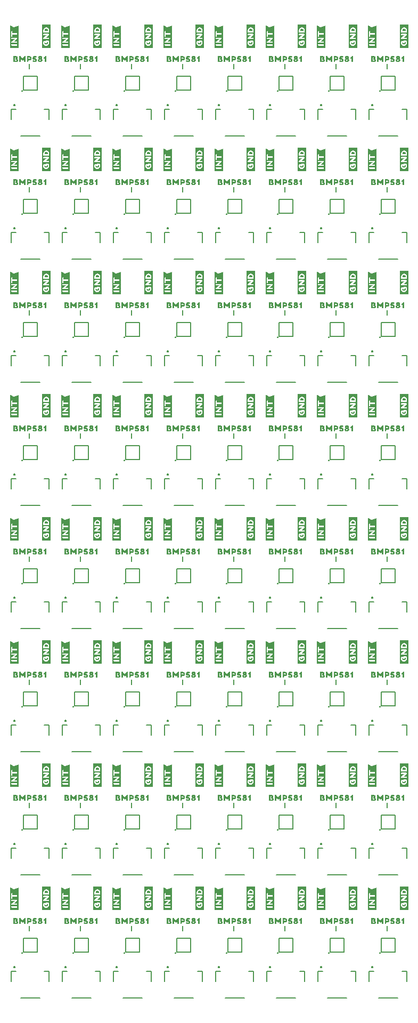
<source format=gto>
G04 EAGLE Gerber RS-274X export*
G75*
%MOMM*%
%FSLAX34Y34*%
%LPD*%
%INSilkscreen Top*%
%IPPOS*%
%AMOC8*
5,1,8,0,0,1.08239X$1,22.5*%
G01*
%ADD10C,0.203200*%
%ADD11C,0.127000*%
%ADD12C,0.175000*%
%ADD13C,0.152400*%

G36*
X232807Y1513417D02*
X232807Y1513417D01*
X232805Y1513420D01*
X232809Y1513422D01*
X232909Y1514022D01*
X232906Y1514027D01*
X232909Y1514030D01*
X232909Y1551230D01*
X232873Y1551277D01*
X232866Y1551272D01*
X232860Y1551279D01*
X219360Y1551279D01*
X219313Y1551243D01*
X219315Y1551240D01*
X219311Y1551238D01*
X219211Y1550638D01*
X219214Y1550633D01*
X219211Y1550630D01*
X219211Y1513430D01*
X219247Y1513383D01*
X219254Y1513388D01*
X219260Y1513381D01*
X232760Y1513381D01*
X232807Y1513417D01*
G37*
G36*
X314087Y1513417D02*
X314087Y1513417D01*
X314085Y1513420D01*
X314089Y1513422D01*
X314189Y1514022D01*
X314186Y1514027D01*
X314189Y1514030D01*
X314189Y1551230D01*
X314153Y1551277D01*
X314146Y1551272D01*
X314140Y1551279D01*
X300640Y1551279D01*
X300593Y1551243D01*
X300595Y1551240D01*
X300591Y1551238D01*
X300491Y1550638D01*
X300494Y1550633D01*
X300491Y1550630D01*
X300491Y1513430D01*
X300527Y1513383D01*
X300534Y1513388D01*
X300540Y1513381D01*
X314040Y1513381D01*
X314087Y1513417D01*
G37*
G36*
X151527Y1513417D02*
X151527Y1513417D01*
X151525Y1513420D01*
X151529Y1513422D01*
X151629Y1514022D01*
X151626Y1514027D01*
X151629Y1514030D01*
X151629Y1551230D01*
X151593Y1551277D01*
X151586Y1551272D01*
X151580Y1551279D01*
X138080Y1551279D01*
X138033Y1551243D01*
X138035Y1551240D01*
X138031Y1551238D01*
X137931Y1550638D01*
X137934Y1550633D01*
X137931Y1550630D01*
X137931Y1513430D01*
X137967Y1513383D01*
X137974Y1513388D01*
X137980Y1513381D01*
X151480Y1513381D01*
X151527Y1513417D01*
G37*
G36*
X70247Y1513417D02*
X70247Y1513417D01*
X70245Y1513420D01*
X70249Y1513422D01*
X70349Y1514022D01*
X70346Y1514027D01*
X70349Y1514030D01*
X70349Y1551230D01*
X70313Y1551277D01*
X70306Y1551272D01*
X70300Y1551279D01*
X56800Y1551279D01*
X56753Y1551243D01*
X56755Y1551240D01*
X56751Y1551238D01*
X56651Y1550638D01*
X56654Y1550633D01*
X56651Y1550630D01*
X56651Y1513430D01*
X56687Y1513383D01*
X56694Y1513388D01*
X56700Y1513381D01*
X70200Y1513381D01*
X70247Y1513417D01*
G37*
G36*
X395367Y1513417D02*
X395367Y1513417D01*
X395365Y1513420D01*
X395369Y1513422D01*
X395469Y1514022D01*
X395466Y1514027D01*
X395469Y1514030D01*
X395469Y1551230D01*
X395433Y1551277D01*
X395426Y1551272D01*
X395420Y1551279D01*
X381920Y1551279D01*
X381873Y1551243D01*
X381875Y1551240D01*
X381871Y1551238D01*
X381771Y1550638D01*
X381774Y1550633D01*
X381771Y1550630D01*
X381771Y1513430D01*
X381807Y1513383D01*
X381814Y1513388D01*
X381820Y1513381D01*
X395320Y1513381D01*
X395367Y1513417D01*
G37*
G36*
X476647Y1513417D02*
X476647Y1513417D01*
X476645Y1513420D01*
X476649Y1513422D01*
X476749Y1514022D01*
X476746Y1514027D01*
X476749Y1514030D01*
X476749Y1551230D01*
X476713Y1551277D01*
X476706Y1551272D01*
X476700Y1551279D01*
X463200Y1551279D01*
X463153Y1551243D01*
X463155Y1551240D01*
X463151Y1551238D01*
X463051Y1550638D01*
X463054Y1550633D01*
X463051Y1550630D01*
X463051Y1513430D01*
X463087Y1513383D01*
X463094Y1513388D01*
X463100Y1513381D01*
X476600Y1513381D01*
X476647Y1513417D01*
G37*
G36*
X639207Y1513417D02*
X639207Y1513417D01*
X639205Y1513420D01*
X639209Y1513422D01*
X639309Y1514022D01*
X639306Y1514027D01*
X639309Y1514030D01*
X639309Y1551230D01*
X639273Y1551277D01*
X639266Y1551272D01*
X639260Y1551279D01*
X625760Y1551279D01*
X625713Y1551243D01*
X625715Y1551240D01*
X625711Y1551238D01*
X625611Y1550638D01*
X625614Y1550633D01*
X625611Y1550630D01*
X625611Y1513430D01*
X625647Y1513383D01*
X625654Y1513388D01*
X625660Y1513381D01*
X639160Y1513381D01*
X639207Y1513417D01*
G37*
G36*
X557927Y1513417D02*
X557927Y1513417D01*
X557925Y1513420D01*
X557929Y1513422D01*
X558029Y1514022D01*
X558026Y1514027D01*
X558029Y1514030D01*
X558029Y1551230D01*
X557993Y1551277D01*
X557986Y1551272D01*
X557980Y1551279D01*
X544480Y1551279D01*
X544433Y1551243D01*
X544435Y1551240D01*
X544431Y1551238D01*
X544331Y1550638D01*
X544334Y1550633D01*
X544331Y1550630D01*
X544331Y1513430D01*
X544367Y1513383D01*
X544374Y1513388D01*
X544380Y1513381D01*
X557880Y1513381D01*
X557927Y1513417D01*
G37*
G36*
X395367Y731097D02*
X395367Y731097D01*
X395365Y731100D01*
X395369Y731102D01*
X395469Y731702D01*
X395466Y731707D01*
X395469Y731710D01*
X395469Y768910D01*
X395433Y768957D01*
X395426Y768952D01*
X395420Y768959D01*
X381920Y768959D01*
X381873Y768923D01*
X381875Y768920D01*
X381871Y768918D01*
X381771Y768318D01*
X381774Y768313D01*
X381771Y768310D01*
X381771Y731110D01*
X381807Y731063D01*
X381814Y731068D01*
X381820Y731061D01*
X395320Y731061D01*
X395367Y731097D01*
G37*
G36*
X70247Y731097D02*
X70247Y731097D01*
X70245Y731100D01*
X70249Y731102D01*
X70349Y731702D01*
X70346Y731707D01*
X70349Y731710D01*
X70349Y768910D01*
X70313Y768957D01*
X70306Y768952D01*
X70300Y768959D01*
X56800Y768959D01*
X56753Y768923D01*
X56755Y768920D01*
X56751Y768918D01*
X56651Y768318D01*
X56654Y768313D01*
X56651Y768310D01*
X56651Y731110D01*
X56687Y731063D01*
X56694Y731068D01*
X56700Y731061D01*
X70200Y731061D01*
X70247Y731097D01*
G37*
G36*
X639207Y731097D02*
X639207Y731097D01*
X639205Y731100D01*
X639209Y731102D01*
X639309Y731702D01*
X639306Y731707D01*
X639309Y731710D01*
X639309Y768910D01*
X639273Y768957D01*
X639266Y768952D01*
X639260Y768959D01*
X625760Y768959D01*
X625713Y768923D01*
X625715Y768920D01*
X625711Y768918D01*
X625611Y768318D01*
X625614Y768313D01*
X625611Y768310D01*
X625611Y731110D01*
X625647Y731063D01*
X625654Y731068D01*
X625660Y731061D01*
X639160Y731061D01*
X639207Y731097D01*
G37*
G36*
X476647Y731097D02*
X476647Y731097D01*
X476645Y731100D01*
X476649Y731102D01*
X476749Y731702D01*
X476746Y731707D01*
X476749Y731710D01*
X476749Y768910D01*
X476713Y768957D01*
X476706Y768952D01*
X476700Y768959D01*
X463200Y768959D01*
X463153Y768923D01*
X463155Y768920D01*
X463151Y768918D01*
X463051Y768318D01*
X463054Y768313D01*
X463051Y768310D01*
X463051Y731110D01*
X463087Y731063D01*
X463094Y731068D01*
X463100Y731061D01*
X476600Y731061D01*
X476647Y731097D01*
G37*
G36*
X151527Y731097D02*
X151527Y731097D01*
X151525Y731100D01*
X151529Y731102D01*
X151629Y731702D01*
X151626Y731707D01*
X151629Y731710D01*
X151629Y768910D01*
X151593Y768957D01*
X151586Y768952D01*
X151580Y768959D01*
X138080Y768959D01*
X138033Y768923D01*
X138035Y768920D01*
X138031Y768918D01*
X137931Y768318D01*
X137934Y768313D01*
X137931Y768310D01*
X137931Y731110D01*
X137967Y731063D01*
X137974Y731068D01*
X137980Y731061D01*
X151480Y731061D01*
X151527Y731097D01*
G37*
G36*
X314087Y731097D02*
X314087Y731097D01*
X314085Y731100D01*
X314089Y731102D01*
X314189Y731702D01*
X314186Y731707D01*
X314189Y731710D01*
X314189Y768910D01*
X314153Y768957D01*
X314146Y768952D01*
X314140Y768959D01*
X300640Y768959D01*
X300593Y768923D01*
X300595Y768920D01*
X300591Y768918D01*
X300491Y768318D01*
X300494Y768313D01*
X300491Y768310D01*
X300491Y731110D01*
X300527Y731063D01*
X300534Y731068D01*
X300540Y731061D01*
X314040Y731061D01*
X314087Y731097D01*
G37*
G36*
X232807Y731097D02*
X232807Y731097D01*
X232805Y731100D01*
X232809Y731102D01*
X232909Y731702D01*
X232906Y731707D01*
X232909Y731710D01*
X232909Y768910D01*
X232873Y768957D01*
X232866Y768952D01*
X232860Y768959D01*
X219360Y768959D01*
X219313Y768923D01*
X219315Y768920D01*
X219311Y768918D01*
X219211Y768318D01*
X219214Y768313D01*
X219211Y768310D01*
X219211Y731110D01*
X219247Y731063D01*
X219254Y731068D01*
X219260Y731061D01*
X232760Y731061D01*
X232807Y731097D01*
G37*
G36*
X557927Y731097D02*
X557927Y731097D01*
X557925Y731100D01*
X557929Y731102D01*
X558029Y731702D01*
X558026Y731707D01*
X558029Y731710D01*
X558029Y768910D01*
X557993Y768957D01*
X557986Y768952D01*
X557980Y768959D01*
X544480Y768959D01*
X544433Y768923D01*
X544435Y768920D01*
X544431Y768918D01*
X544331Y768318D01*
X544334Y768313D01*
X544331Y768310D01*
X544331Y731110D01*
X544367Y731063D01*
X544374Y731068D01*
X544380Y731061D01*
X557880Y731061D01*
X557927Y731097D01*
G37*
G36*
X557927Y535517D02*
X557927Y535517D01*
X557925Y535520D01*
X557929Y535522D01*
X558029Y536122D01*
X558026Y536127D01*
X558029Y536130D01*
X558029Y573330D01*
X557993Y573377D01*
X557986Y573372D01*
X557980Y573379D01*
X544480Y573379D01*
X544433Y573343D01*
X544435Y573340D01*
X544431Y573338D01*
X544331Y572738D01*
X544334Y572733D01*
X544331Y572730D01*
X544331Y535530D01*
X544367Y535483D01*
X544374Y535488D01*
X544380Y535481D01*
X557880Y535481D01*
X557927Y535517D01*
G37*
G36*
X151527Y535517D02*
X151527Y535517D01*
X151525Y535520D01*
X151529Y535522D01*
X151629Y536122D01*
X151626Y536127D01*
X151629Y536130D01*
X151629Y573330D01*
X151593Y573377D01*
X151586Y573372D01*
X151580Y573379D01*
X138080Y573379D01*
X138033Y573343D01*
X138035Y573340D01*
X138031Y573338D01*
X137931Y572738D01*
X137934Y572733D01*
X137931Y572730D01*
X137931Y535530D01*
X137967Y535483D01*
X137974Y535488D01*
X137980Y535481D01*
X151480Y535481D01*
X151527Y535517D01*
G37*
G36*
X232807Y535517D02*
X232807Y535517D01*
X232805Y535520D01*
X232809Y535522D01*
X232909Y536122D01*
X232906Y536127D01*
X232909Y536130D01*
X232909Y573330D01*
X232873Y573377D01*
X232866Y573372D01*
X232860Y573379D01*
X219360Y573379D01*
X219313Y573343D01*
X219315Y573340D01*
X219311Y573338D01*
X219211Y572738D01*
X219214Y572733D01*
X219211Y572730D01*
X219211Y535530D01*
X219247Y535483D01*
X219254Y535488D01*
X219260Y535481D01*
X232760Y535481D01*
X232807Y535517D01*
G37*
G36*
X70247Y535517D02*
X70247Y535517D01*
X70245Y535520D01*
X70249Y535522D01*
X70349Y536122D01*
X70346Y536127D01*
X70349Y536130D01*
X70349Y573330D01*
X70313Y573377D01*
X70306Y573372D01*
X70300Y573379D01*
X56800Y573379D01*
X56753Y573343D01*
X56755Y573340D01*
X56751Y573338D01*
X56651Y572738D01*
X56654Y572733D01*
X56651Y572730D01*
X56651Y535530D01*
X56687Y535483D01*
X56694Y535488D01*
X56700Y535481D01*
X70200Y535481D01*
X70247Y535517D01*
G37*
G36*
X395367Y535517D02*
X395367Y535517D01*
X395365Y535520D01*
X395369Y535522D01*
X395469Y536122D01*
X395466Y536127D01*
X395469Y536130D01*
X395469Y573330D01*
X395433Y573377D01*
X395426Y573372D01*
X395420Y573379D01*
X381920Y573379D01*
X381873Y573343D01*
X381875Y573340D01*
X381871Y573338D01*
X381771Y572738D01*
X381774Y572733D01*
X381771Y572730D01*
X381771Y535530D01*
X381807Y535483D01*
X381814Y535488D01*
X381820Y535481D01*
X395320Y535481D01*
X395367Y535517D01*
G37*
G36*
X639207Y535517D02*
X639207Y535517D01*
X639205Y535520D01*
X639209Y535522D01*
X639309Y536122D01*
X639306Y536127D01*
X639309Y536130D01*
X639309Y573330D01*
X639273Y573377D01*
X639266Y573372D01*
X639260Y573379D01*
X625760Y573379D01*
X625713Y573343D01*
X625715Y573340D01*
X625711Y573338D01*
X625611Y572738D01*
X625614Y572733D01*
X625611Y572730D01*
X625611Y535530D01*
X625647Y535483D01*
X625654Y535488D01*
X625660Y535481D01*
X639160Y535481D01*
X639207Y535517D01*
G37*
G36*
X476647Y535517D02*
X476647Y535517D01*
X476645Y535520D01*
X476649Y535522D01*
X476749Y536122D01*
X476746Y536127D01*
X476749Y536130D01*
X476749Y573330D01*
X476713Y573377D01*
X476706Y573372D01*
X476700Y573379D01*
X463200Y573379D01*
X463153Y573343D01*
X463155Y573340D01*
X463151Y573338D01*
X463051Y572738D01*
X463054Y572733D01*
X463051Y572730D01*
X463051Y535530D01*
X463087Y535483D01*
X463094Y535488D01*
X463100Y535481D01*
X476600Y535481D01*
X476647Y535517D01*
G37*
G36*
X314087Y535517D02*
X314087Y535517D01*
X314085Y535520D01*
X314089Y535522D01*
X314189Y536122D01*
X314186Y536127D01*
X314189Y536130D01*
X314189Y573330D01*
X314153Y573377D01*
X314146Y573372D01*
X314140Y573379D01*
X300640Y573379D01*
X300593Y573343D01*
X300595Y573340D01*
X300591Y573338D01*
X300491Y572738D01*
X300494Y572733D01*
X300491Y572730D01*
X300491Y535530D01*
X300527Y535483D01*
X300534Y535488D01*
X300540Y535481D01*
X314040Y535481D01*
X314087Y535517D01*
G37*
G36*
X70247Y926677D02*
X70247Y926677D01*
X70245Y926680D01*
X70249Y926682D01*
X70349Y927282D01*
X70346Y927287D01*
X70349Y927290D01*
X70349Y964490D01*
X70313Y964537D01*
X70306Y964532D01*
X70300Y964539D01*
X56800Y964539D01*
X56753Y964503D01*
X56755Y964500D01*
X56751Y964498D01*
X56651Y963898D01*
X56654Y963893D01*
X56651Y963890D01*
X56651Y926690D01*
X56687Y926643D01*
X56694Y926648D01*
X56700Y926641D01*
X70200Y926641D01*
X70247Y926677D01*
G37*
G36*
X639207Y926677D02*
X639207Y926677D01*
X639205Y926680D01*
X639209Y926682D01*
X639309Y927282D01*
X639306Y927287D01*
X639309Y927290D01*
X639309Y964490D01*
X639273Y964537D01*
X639266Y964532D01*
X639260Y964539D01*
X625760Y964539D01*
X625713Y964503D01*
X625715Y964500D01*
X625711Y964498D01*
X625611Y963898D01*
X625614Y963893D01*
X625611Y963890D01*
X625611Y926690D01*
X625647Y926643D01*
X625654Y926648D01*
X625660Y926641D01*
X639160Y926641D01*
X639207Y926677D01*
G37*
G36*
X557927Y926677D02*
X557927Y926677D01*
X557925Y926680D01*
X557929Y926682D01*
X558029Y927282D01*
X558026Y927287D01*
X558029Y927290D01*
X558029Y964490D01*
X557993Y964537D01*
X557986Y964532D01*
X557980Y964539D01*
X544480Y964539D01*
X544433Y964503D01*
X544435Y964500D01*
X544431Y964498D01*
X544331Y963898D01*
X544334Y963893D01*
X544331Y963890D01*
X544331Y926690D01*
X544367Y926643D01*
X544374Y926648D01*
X544380Y926641D01*
X557880Y926641D01*
X557927Y926677D01*
G37*
G36*
X314087Y926677D02*
X314087Y926677D01*
X314085Y926680D01*
X314089Y926682D01*
X314189Y927282D01*
X314186Y927287D01*
X314189Y927290D01*
X314189Y964490D01*
X314153Y964537D01*
X314146Y964532D01*
X314140Y964539D01*
X300640Y964539D01*
X300593Y964503D01*
X300595Y964500D01*
X300591Y964498D01*
X300491Y963898D01*
X300494Y963893D01*
X300491Y963890D01*
X300491Y926690D01*
X300527Y926643D01*
X300534Y926648D01*
X300540Y926641D01*
X314040Y926641D01*
X314087Y926677D01*
G37*
G36*
X476647Y926677D02*
X476647Y926677D01*
X476645Y926680D01*
X476649Y926682D01*
X476749Y927282D01*
X476746Y927287D01*
X476749Y927290D01*
X476749Y964490D01*
X476713Y964537D01*
X476706Y964532D01*
X476700Y964539D01*
X463200Y964539D01*
X463153Y964503D01*
X463155Y964500D01*
X463151Y964498D01*
X463051Y963898D01*
X463054Y963893D01*
X463051Y963890D01*
X463051Y926690D01*
X463087Y926643D01*
X463094Y926648D01*
X463100Y926641D01*
X476600Y926641D01*
X476647Y926677D01*
G37*
G36*
X395367Y926677D02*
X395367Y926677D01*
X395365Y926680D01*
X395369Y926682D01*
X395469Y927282D01*
X395466Y927287D01*
X395469Y927290D01*
X395469Y964490D01*
X395433Y964537D01*
X395426Y964532D01*
X395420Y964539D01*
X381920Y964539D01*
X381873Y964503D01*
X381875Y964500D01*
X381871Y964498D01*
X381771Y963898D01*
X381774Y963893D01*
X381771Y963890D01*
X381771Y926690D01*
X381807Y926643D01*
X381814Y926648D01*
X381820Y926641D01*
X395320Y926641D01*
X395367Y926677D01*
G37*
G36*
X232807Y926677D02*
X232807Y926677D01*
X232805Y926680D01*
X232809Y926682D01*
X232909Y927282D01*
X232906Y927287D01*
X232909Y927290D01*
X232909Y964490D01*
X232873Y964537D01*
X232866Y964532D01*
X232860Y964539D01*
X219360Y964539D01*
X219313Y964503D01*
X219315Y964500D01*
X219311Y964498D01*
X219211Y963898D01*
X219214Y963893D01*
X219211Y963890D01*
X219211Y926690D01*
X219247Y926643D01*
X219254Y926648D01*
X219260Y926641D01*
X232760Y926641D01*
X232807Y926677D01*
G37*
G36*
X151527Y926677D02*
X151527Y926677D01*
X151525Y926680D01*
X151529Y926682D01*
X151629Y927282D01*
X151626Y927287D01*
X151629Y927290D01*
X151629Y964490D01*
X151593Y964537D01*
X151586Y964532D01*
X151580Y964539D01*
X138080Y964539D01*
X138033Y964503D01*
X138035Y964500D01*
X138031Y964498D01*
X137931Y963898D01*
X137934Y963893D01*
X137931Y963890D01*
X137931Y926690D01*
X137967Y926643D01*
X137974Y926648D01*
X137980Y926641D01*
X151480Y926641D01*
X151527Y926677D01*
G37*
G36*
X476647Y339937D02*
X476647Y339937D01*
X476645Y339940D01*
X476649Y339942D01*
X476749Y340542D01*
X476746Y340547D01*
X476749Y340550D01*
X476749Y377750D01*
X476713Y377797D01*
X476706Y377792D01*
X476700Y377799D01*
X463200Y377799D01*
X463153Y377763D01*
X463155Y377760D01*
X463151Y377758D01*
X463051Y377158D01*
X463054Y377153D01*
X463051Y377150D01*
X463051Y339950D01*
X463087Y339903D01*
X463094Y339908D01*
X463100Y339901D01*
X476600Y339901D01*
X476647Y339937D01*
G37*
G36*
X151527Y339937D02*
X151527Y339937D01*
X151525Y339940D01*
X151529Y339942D01*
X151629Y340542D01*
X151626Y340547D01*
X151629Y340550D01*
X151629Y377750D01*
X151593Y377797D01*
X151586Y377792D01*
X151580Y377799D01*
X138080Y377799D01*
X138033Y377763D01*
X138035Y377760D01*
X138031Y377758D01*
X137931Y377158D01*
X137934Y377153D01*
X137931Y377150D01*
X137931Y339950D01*
X137967Y339903D01*
X137974Y339908D01*
X137980Y339901D01*
X151480Y339901D01*
X151527Y339937D01*
G37*
G36*
X639207Y339937D02*
X639207Y339937D01*
X639205Y339940D01*
X639209Y339942D01*
X639309Y340542D01*
X639306Y340547D01*
X639309Y340550D01*
X639309Y377750D01*
X639273Y377797D01*
X639266Y377792D01*
X639260Y377799D01*
X625760Y377799D01*
X625713Y377763D01*
X625715Y377760D01*
X625711Y377758D01*
X625611Y377158D01*
X625614Y377153D01*
X625611Y377150D01*
X625611Y339950D01*
X625647Y339903D01*
X625654Y339908D01*
X625660Y339901D01*
X639160Y339901D01*
X639207Y339937D01*
G37*
G36*
X232807Y339937D02*
X232807Y339937D01*
X232805Y339940D01*
X232809Y339942D01*
X232909Y340542D01*
X232906Y340547D01*
X232909Y340550D01*
X232909Y377750D01*
X232873Y377797D01*
X232866Y377792D01*
X232860Y377799D01*
X219360Y377799D01*
X219313Y377763D01*
X219315Y377760D01*
X219311Y377758D01*
X219211Y377158D01*
X219214Y377153D01*
X219211Y377150D01*
X219211Y339950D01*
X219247Y339903D01*
X219254Y339908D01*
X219260Y339901D01*
X232760Y339901D01*
X232807Y339937D01*
G37*
G36*
X70247Y339937D02*
X70247Y339937D01*
X70245Y339940D01*
X70249Y339942D01*
X70349Y340542D01*
X70346Y340547D01*
X70349Y340550D01*
X70349Y377750D01*
X70313Y377797D01*
X70306Y377792D01*
X70300Y377799D01*
X56800Y377799D01*
X56753Y377763D01*
X56755Y377760D01*
X56751Y377758D01*
X56651Y377158D01*
X56654Y377153D01*
X56651Y377150D01*
X56651Y339950D01*
X56687Y339903D01*
X56694Y339908D01*
X56700Y339901D01*
X70200Y339901D01*
X70247Y339937D01*
G37*
G36*
X557927Y339937D02*
X557927Y339937D01*
X557925Y339940D01*
X557929Y339942D01*
X558029Y340542D01*
X558026Y340547D01*
X558029Y340550D01*
X558029Y377750D01*
X557993Y377797D01*
X557986Y377792D01*
X557980Y377799D01*
X544480Y377799D01*
X544433Y377763D01*
X544435Y377760D01*
X544431Y377758D01*
X544331Y377158D01*
X544334Y377153D01*
X544331Y377150D01*
X544331Y339950D01*
X544367Y339903D01*
X544374Y339908D01*
X544380Y339901D01*
X557880Y339901D01*
X557927Y339937D01*
G37*
G36*
X314087Y339937D02*
X314087Y339937D01*
X314085Y339940D01*
X314089Y339942D01*
X314189Y340542D01*
X314186Y340547D01*
X314189Y340550D01*
X314189Y377750D01*
X314153Y377797D01*
X314146Y377792D01*
X314140Y377799D01*
X300640Y377799D01*
X300593Y377763D01*
X300595Y377760D01*
X300591Y377758D01*
X300491Y377158D01*
X300494Y377153D01*
X300491Y377150D01*
X300491Y339950D01*
X300527Y339903D01*
X300534Y339908D01*
X300540Y339901D01*
X314040Y339901D01*
X314087Y339937D01*
G37*
G36*
X395367Y339937D02*
X395367Y339937D01*
X395365Y339940D01*
X395369Y339942D01*
X395469Y340542D01*
X395466Y340547D01*
X395469Y340550D01*
X395469Y377750D01*
X395433Y377797D01*
X395426Y377792D01*
X395420Y377799D01*
X381920Y377799D01*
X381873Y377763D01*
X381875Y377760D01*
X381871Y377758D01*
X381771Y377158D01*
X381774Y377153D01*
X381771Y377150D01*
X381771Y339950D01*
X381807Y339903D01*
X381814Y339908D01*
X381820Y339901D01*
X395320Y339901D01*
X395367Y339937D01*
G37*
G36*
X232807Y1317837D02*
X232807Y1317837D01*
X232805Y1317840D01*
X232809Y1317842D01*
X232909Y1318442D01*
X232906Y1318447D01*
X232909Y1318450D01*
X232909Y1355650D01*
X232873Y1355697D01*
X232866Y1355692D01*
X232860Y1355699D01*
X219360Y1355699D01*
X219313Y1355663D01*
X219315Y1355660D01*
X219311Y1355658D01*
X219211Y1355058D01*
X219214Y1355053D01*
X219211Y1355050D01*
X219211Y1317850D01*
X219247Y1317803D01*
X219254Y1317808D01*
X219260Y1317801D01*
X232760Y1317801D01*
X232807Y1317837D01*
G37*
G36*
X476647Y1317837D02*
X476647Y1317837D01*
X476645Y1317840D01*
X476649Y1317842D01*
X476749Y1318442D01*
X476746Y1318447D01*
X476749Y1318450D01*
X476749Y1355650D01*
X476713Y1355697D01*
X476706Y1355692D01*
X476700Y1355699D01*
X463200Y1355699D01*
X463153Y1355663D01*
X463155Y1355660D01*
X463151Y1355658D01*
X463051Y1355058D01*
X463054Y1355053D01*
X463051Y1355050D01*
X463051Y1317850D01*
X463087Y1317803D01*
X463094Y1317808D01*
X463100Y1317801D01*
X476600Y1317801D01*
X476647Y1317837D01*
G37*
G36*
X151527Y1317837D02*
X151527Y1317837D01*
X151525Y1317840D01*
X151529Y1317842D01*
X151629Y1318442D01*
X151626Y1318447D01*
X151629Y1318450D01*
X151629Y1355650D01*
X151593Y1355697D01*
X151586Y1355692D01*
X151580Y1355699D01*
X138080Y1355699D01*
X138033Y1355663D01*
X138035Y1355660D01*
X138031Y1355658D01*
X137931Y1355058D01*
X137934Y1355053D01*
X137931Y1355050D01*
X137931Y1317850D01*
X137967Y1317803D01*
X137974Y1317808D01*
X137980Y1317801D01*
X151480Y1317801D01*
X151527Y1317837D01*
G37*
G36*
X395367Y1317837D02*
X395367Y1317837D01*
X395365Y1317840D01*
X395369Y1317842D01*
X395469Y1318442D01*
X395466Y1318447D01*
X395469Y1318450D01*
X395469Y1355650D01*
X395433Y1355697D01*
X395426Y1355692D01*
X395420Y1355699D01*
X381920Y1355699D01*
X381873Y1355663D01*
X381875Y1355660D01*
X381871Y1355658D01*
X381771Y1355058D01*
X381774Y1355053D01*
X381771Y1355050D01*
X381771Y1317850D01*
X381807Y1317803D01*
X381814Y1317808D01*
X381820Y1317801D01*
X395320Y1317801D01*
X395367Y1317837D01*
G37*
G36*
X314087Y1317837D02*
X314087Y1317837D01*
X314085Y1317840D01*
X314089Y1317842D01*
X314189Y1318442D01*
X314186Y1318447D01*
X314189Y1318450D01*
X314189Y1355650D01*
X314153Y1355697D01*
X314146Y1355692D01*
X314140Y1355699D01*
X300640Y1355699D01*
X300593Y1355663D01*
X300595Y1355660D01*
X300591Y1355658D01*
X300491Y1355058D01*
X300494Y1355053D01*
X300491Y1355050D01*
X300491Y1317850D01*
X300527Y1317803D01*
X300534Y1317808D01*
X300540Y1317801D01*
X314040Y1317801D01*
X314087Y1317837D01*
G37*
G36*
X639207Y1317837D02*
X639207Y1317837D01*
X639205Y1317840D01*
X639209Y1317842D01*
X639309Y1318442D01*
X639306Y1318447D01*
X639309Y1318450D01*
X639309Y1355650D01*
X639273Y1355697D01*
X639266Y1355692D01*
X639260Y1355699D01*
X625760Y1355699D01*
X625713Y1355663D01*
X625715Y1355660D01*
X625711Y1355658D01*
X625611Y1355058D01*
X625614Y1355053D01*
X625611Y1355050D01*
X625611Y1317850D01*
X625647Y1317803D01*
X625654Y1317808D01*
X625660Y1317801D01*
X639160Y1317801D01*
X639207Y1317837D01*
G37*
G36*
X557927Y1317837D02*
X557927Y1317837D01*
X557925Y1317840D01*
X557929Y1317842D01*
X558029Y1318442D01*
X558026Y1318447D01*
X558029Y1318450D01*
X558029Y1355650D01*
X557993Y1355697D01*
X557986Y1355692D01*
X557980Y1355699D01*
X544480Y1355699D01*
X544433Y1355663D01*
X544435Y1355660D01*
X544431Y1355658D01*
X544331Y1355058D01*
X544334Y1355053D01*
X544331Y1355050D01*
X544331Y1317850D01*
X544367Y1317803D01*
X544374Y1317808D01*
X544380Y1317801D01*
X557880Y1317801D01*
X557927Y1317837D01*
G37*
G36*
X70247Y1317837D02*
X70247Y1317837D01*
X70245Y1317840D01*
X70249Y1317842D01*
X70349Y1318442D01*
X70346Y1318447D01*
X70349Y1318450D01*
X70349Y1355650D01*
X70313Y1355697D01*
X70306Y1355692D01*
X70300Y1355699D01*
X56800Y1355699D01*
X56753Y1355663D01*
X56755Y1355660D01*
X56751Y1355658D01*
X56651Y1355058D01*
X56654Y1355053D01*
X56651Y1355050D01*
X56651Y1317850D01*
X56687Y1317803D01*
X56694Y1317808D01*
X56700Y1317801D01*
X70200Y1317801D01*
X70247Y1317837D01*
G37*
G36*
X395367Y1122257D02*
X395367Y1122257D01*
X395365Y1122260D01*
X395369Y1122262D01*
X395469Y1122862D01*
X395466Y1122867D01*
X395469Y1122870D01*
X395469Y1160070D01*
X395433Y1160117D01*
X395426Y1160112D01*
X395420Y1160119D01*
X381920Y1160119D01*
X381873Y1160083D01*
X381875Y1160080D01*
X381871Y1160078D01*
X381771Y1159478D01*
X381774Y1159473D01*
X381771Y1159470D01*
X381771Y1122270D01*
X381807Y1122223D01*
X381814Y1122228D01*
X381820Y1122221D01*
X395320Y1122221D01*
X395367Y1122257D01*
G37*
G36*
X70247Y1122257D02*
X70247Y1122257D01*
X70245Y1122260D01*
X70249Y1122262D01*
X70349Y1122862D01*
X70346Y1122867D01*
X70349Y1122870D01*
X70349Y1160070D01*
X70313Y1160117D01*
X70306Y1160112D01*
X70300Y1160119D01*
X56800Y1160119D01*
X56753Y1160083D01*
X56755Y1160080D01*
X56751Y1160078D01*
X56651Y1159478D01*
X56654Y1159473D01*
X56651Y1159470D01*
X56651Y1122270D01*
X56687Y1122223D01*
X56694Y1122228D01*
X56700Y1122221D01*
X70200Y1122221D01*
X70247Y1122257D01*
G37*
G36*
X151527Y1122257D02*
X151527Y1122257D01*
X151525Y1122260D01*
X151529Y1122262D01*
X151629Y1122862D01*
X151626Y1122867D01*
X151629Y1122870D01*
X151629Y1160070D01*
X151593Y1160117D01*
X151586Y1160112D01*
X151580Y1160119D01*
X138080Y1160119D01*
X138033Y1160083D01*
X138035Y1160080D01*
X138031Y1160078D01*
X137931Y1159478D01*
X137934Y1159473D01*
X137931Y1159470D01*
X137931Y1122270D01*
X137967Y1122223D01*
X137974Y1122228D01*
X137980Y1122221D01*
X151480Y1122221D01*
X151527Y1122257D01*
G37*
G36*
X476647Y1122257D02*
X476647Y1122257D01*
X476645Y1122260D01*
X476649Y1122262D01*
X476749Y1122862D01*
X476746Y1122867D01*
X476749Y1122870D01*
X476749Y1160070D01*
X476713Y1160117D01*
X476706Y1160112D01*
X476700Y1160119D01*
X463200Y1160119D01*
X463153Y1160083D01*
X463155Y1160080D01*
X463151Y1160078D01*
X463051Y1159478D01*
X463054Y1159473D01*
X463051Y1159470D01*
X463051Y1122270D01*
X463087Y1122223D01*
X463094Y1122228D01*
X463100Y1122221D01*
X476600Y1122221D01*
X476647Y1122257D01*
G37*
G36*
X557927Y1122257D02*
X557927Y1122257D01*
X557925Y1122260D01*
X557929Y1122262D01*
X558029Y1122862D01*
X558026Y1122867D01*
X558029Y1122870D01*
X558029Y1160070D01*
X557993Y1160117D01*
X557986Y1160112D01*
X557980Y1160119D01*
X544480Y1160119D01*
X544433Y1160083D01*
X544435Y1160080D01*
X544431Y1160078D01*
X544331Y1159478D01*
X544334Y1159473D01*
X544331Y1159470D01*
X544331Y1122270D01*
X544367Y1122223D01*
X544374Y1122228D01*
X544380Y1122221D01*
X557880Y1122221D01*
X557927Y1122257D01*
G37*
G36*
X232807Y1122257D02*
X232807Y1122257D01*
X232805Y1122260D01*
X232809Y1122262D01*
X232909Y1122862D01*
X232906Y1122867D01*
X232909Y1122870D01*
X232909Y1160070D01*
X232873Y1160117D01*
X232866Y1160112D01*
X232860Y1160119D01*
X219360Y1160119D01*
X219313Y1160083D01*
X219315Y1160080D01*
X219311Y1160078D01*
X219211Y1159478D01*
X219214Y1159473D01*
X219211Y1159470D01*
X219211Y1122270D01*
X219247Y1122223D01*
X219254Y1122228D01*
X219260Y1122221D01*
X232760Y1122221D01*
X232807Y1122257D01*
G37*
G36*
X314087Y1122257D02*
X314087Y1122257D01*
X314085Y1122260D01*
X314089Y1122262D01*
X314189Y1122862D01*
X314186Y1122867D01*
X314189Y1122870D01*
X314189Y1160070D01*
X314153Y1160117D01*
X314146Y1160112D01*
X314140Y1160119D01*
X300640Y1160119D01*
X300593Y1160083D01*
X300595Y1160080D01*
X300591Y1160078D01*
X300491Y1159478D01*
X300494Y1159473D01*
X300491Y1159470D01*
X300491Y1122270D01*
X300527Y1122223D01*
X300534Y1122228D01*
X300540Y1122221D01*
X314040Y1122221D01*
X314087Y1122257D01*
G37*
G36*
X639207Y1122257D02*
X639207Y1122257D01*
X639205Y1122260D01*
X639209Y1122262D01*
X639309Y1122862D01*
X639306Y1122867D01*
X639309Y1122870D01*
X639309Y1160070D01*
X639273Y1160117D01*
X639266Y1160112D01*
X639260Y1160119D01*
X625760Y1160119D01*
X625713Y1160083D01*
X625715Y1160080D01*
X625711Y1160078D01*
X625611Y1159478D01*
X625614Y1159473D01*
X625611Y1159470D01*
X625611Y1122270D01*
X625647Y1122223D01*
X625654Y1122228D01*
X625660Y1122221D01*
X639160Y1122221D01*
X639207Y1122257D01*
G37*
G36*
X232807Y144357D02*
X232807Y144357D01*
X232805Y144360D01*
X232809Y144362D01*
X232909Y144962D01*
X232906Y144967D01*
X232909Y144970D01*
X232909Y182170D01*
X232873Y182217D01*
X232866Y182212D01*
X232860Y182219D01*
X219360Y182219D01*
X219313Y182183D01*
X219315Y182180D01*
X219311Y182178D01*
X219211Y181578D01*
X219214Y181573D01*
X219211Y181570D01*
X219211Y144370D01*
X219247Y144323D01*
X219254Y144328D01*
X219260Y144321D01*
X232760Y144321D01*
X232807Y144357D01*
G37*
G36*
X557927Y144357D02*
X557927Y144357D01*
X557925Y144360D01*
X557929Y144362D01*
X558029Y144962D01*
X558026Y144967D01*
X558029Y144970D01*
X558029Y182170D01*
X557993Y182217D01*
X557986Y182212D01*
X557980Y182219D01*
X544480Y182219D01*
X544433Y182183D01*
X544435Y182180D01*
X544431Y182178D01*
X544331Y181578D01*
X544334Y181573D01*
X544331Y181570D01*
X544331Y144370D01*
X544367Y144323D01*
X544374Y144328D01*
X544380Y144321D01*
X557880Y144321D01*
X557927Y144357D01*
G37*
G36*
X151527Y144357D02*
X151527Y144357D01*
X151525Y144360D01*
X151529Y144362D01*
X151629Y144962D01*
X151626Y144967D01*
X151629Y144970D01*
X151629Y182170D01*
X151593Y182217D01*
X151586Y182212D01*
X151580Y182219D01*
X138080Y182219D01*
X138033Y182183D01*
X138035Y182180D01*
X138031Y182178D01*
X137931Y181578D01*
X137934Y181573D01*
X137931Y181570D01*
X137931Y144370D01*
X137967Y144323D01*
X137974Y144328D01*
X137980Y144321D01*
X151480Y144321D01*
X151527Y144357D01*
G37*
G36*
X70247Y144357D02*
X70247Y144357D01*
X70245Y144360D01*
X70249Y144362D01*
X70349Y144962D01*
X70346Y144967D01*
X70349Y144970D01*
X70349Y182170D01*
X70313Y182217D01*
X70306Y182212D01*
X70300Y182219D01*
X56800Y182219D01*
X56753Y182183D01*
X56755Y182180D01*
X56751Y182178D01*
X56651Y181578D01*
X56654Y181573D01*
X56651Y181570D01*
X56651Y144370D01*
X56687Y144323D01*
X56694Y144328D01*
X56700Y144321D01*
X70200Y144321D01*
X70247Y144357D01*
G37*
G36*
X395367Y144357D02*
X395367Y144357D01*
X395365Y144360D01*
X395369Y144362D01*
X395469Y144962D01*
X395466Y144967D01*
X395469Y144970D01*
X395469Y182170D01*
X395433Y182217D01*
X395426Y182212D01*
X395420Y182219D01*
X381920Y182219D01*
X381873Y182183D01*
X381875Y182180D01*
X381871Y182178D01*
X381771Y181578D01*
X381774Y181573D01*
X381771Y181570D01*
X381771Y144370D01*
X381807Y144323D01*
X381814Y144328D01*
X381820Y144321D01*
X395320Y144321D01*
X395367Y144357D01*
G37*
G36*
X639207Y144357D02*
X639207Y144357D01*
X639205Y144360D01*
X639209Y144362D01*
X639309Y144962D01*
X639306Y144967D01*
X639309Y144970D01*
X639309Y182170D01*
X639273Y182217D01*
X639266Y182212D01*
X639260Y182219D01*
X625760Y182219D01*
X625713Y182183D01*
X625715Y182180D01*
X625711Y182178D01*
X625611Y181578D01*
X625614Y181573D01*
X625611Y181570D01*
X625611Y144370D01*
X625647Y144323D01*
X625654Y144328D01*
X625660Y144321D01*
X639160Y144321D01*
X639207Y144357D01*
G37*
G36*
X476647Y144357D02*
X476647Y144357D01*
X476645Y144360D01*
X476649Y144362D01*
X476749Y144962D01*
X476746Y144967D01*
X476749Y144970D01*
X476749Y182170D01*
X476713Y182217D01*
X476706Y182212D01*
X476700Y182219D01*
X463200Y182219D01*
X463153Y182183D01*
X463155Y182180D01*
X463151Y182178D01*
X463051Y181578D01*
X463054Y181573D01*
X463051Y181570D01*
X463051Y144370D01*
X463087Y144323D01*
X463094Y144328D01*
X463100Y144321D01*
X476600Y144321D01*
X476647Y144357D01*
G37*
G36*
X314087Y144357D02*
X314087Y144357D01*
X314085Y144360D01*
X314089Y144362D01*
X314189Y144962D01*
X314186Y144967D01*
X314189Y144970D01*
X314189Y182170D01*
X314153Y182217D01*
X314146Y182212D01*
X314140Y182219D01*
X300640Y182219D01*
X300593Y182183D01*
X300595Y182180D01*
X300591Y182178D01*
X300491Y181578D01*
X300494Y181573D01*
X300491Y181570D01*
X300491Y144370D01*
X300527Y144323D01*
X300534Y144328D01*
X300540Y144321D01*
X314040Y144321D01*
X314087Y144357D01*
G37*
G36*
X262851Y1513389D02*
X262851Y1513389D01*
X262858Y1513384D01*
X263358Y1513584D01*
X263373Y1513608D01*
X263380Y1513614D01*
X263378Y1513617D01*
X263383Y1513625D01*
X263389Y1513630D01*
X263389Y1548930D01*
X263377Y1548946D01*
X263381Y1548957D01*
X263181Y1549257D01*
X263125Y1549277D01*
X263123Y1549272D01*
X263118Y1549274D01*
X257021Y1546276D01*
X256444Y1546083D01*
X250362Y1549174D01*
X250357Y1549173D01*
X250356Y1549177D01*
X249756Y1549377D01*
X249754Y1549376D01*
X249753Y1549377D01*
X249750Y1549375D01*
X249699Y1549358D01*
X249705Y1549341D01*
X249691Y1549330D01*
X249691Y1513830D01*
X249704Y1513812D01*
X249701Y1513800D01*
X250001Y1513400D01*
X250032Y1513392D01*
X250040Y1513381D01*
X262840Y1513381D01*
X262851Y1513389D01*
G37*
G36*
X587971Y1513389D02*
X587971Y1513389D01*
X587978Y1513384D01*
X588478Y1513584D01*
X588493Y1513608D01*
X588500Y1513614D01*
X588498Y1513617D01*
X588503Y1513625D01*
X588509Y1513630D01*
X588509Y1548930D01*
X588497Y1548946D01*
X588501Y1548957D01*
X588301Y1549257D01*
X588245Y1549277D01*
X588243Y1549272D01*
X588238Y1549274D01*
X582141Y1546276D01*
X581564Y1546083D01*
X575482Y1549174D01*
X575477Y1549173D01*
X575476Y1549177D01*
X574876Y1549377D01*
X574874Y1549376D01*
X574873Y1549377D01*
X574870Y1549375D01*
X574819Y1549358D01*
X574825Y1549341D01*
X574811Y1549330D01*
X574811Y1513830D01*
X574824Y1513812D01*
X574821Y1513800D01*
X575121Y1513400D01*
X575152Y1513392D01*
X575160Y1513381D01*
X587960Y1513381D01*
X587971Y1513389D01*
G37*
G36*
X19011Y1513389D02*
X19011Y1513389D01*
X19018Y1513384D01*
X19518Y1513584D01*
X19533Y1513608D01*
X19540Y1513614D01*
X19538Y1513617D01*
X19543Y1513625D01*
X19549Y1513630D01*
X19549Y1548930D01*
X19537Y1548946D01*
X19541Y1548957D01*
X19341Y1549257D01*
X19285Y1549277D01*
X19283Y1549272D01*
X19278Y1549274D01*
X13181Y1546276D01*
X12604Y1546083D01*
X6522Y1549174D01*
X6517Y1549173D01*
X6516Y1549177D01*
X5916Y1549377D01*
X5914Y1549376D01*
X5913Y1549377D01*
X5910Y1549375D01*
X5859Y1549358D01*
X5865Y1549341D01*
X5851Y1549330D01*
X5851Y1513830D01*
X5864Y1513812D01*
X5861Y1513800D01*
X6161Y1513400D01*
X6192Y1513392D01*
X6200Y1513381D01*
X19000Y1513381D01*
X19011Y1513389D01*
G37*
G36*
X181571Y1513389D02*
X181571Y1513389D01*
X181578Y1513384D01*
X182078Y1513584D01*
X182093Y1513608D01*
X182100Y1513614D01*
X182098Y1513617D01*
X182103Y1513625D01*
X182109Y1513630D01*
X182109Y1548930D01*
X182097Y1548946D01*
X182101Y1548957D01*
X181901Y1549257D01*
X181845Y1549277D01*
X181843Y1549272D01*
X181838Y1549274D01*
X175741Y1546276D01*
X175164Y1546083D01*
X169082Y1549174D01*
X169077Y1549173D01*
X169076Y1549177D01*
X168476Y1549377D01*
X168474Y1549376D01*
X168473Y1549377D01*
X168470Y1549375D01*
X168419Y1549358D01*
X168425Y1549341D01*
X168411Y1549330D01*
X168411Y1513830D01*
X168424Y1513812D01*
X168421Y1513800D01*
X168721Y1513400D01*
X168752Y1513392D01*
X168760Y1513381D01*
X181560Y1513381D01*
X181571Y1513389D01*
G37*
G36*
X425411Y1513389D02*
X425411Y1513389D01*
X425418Y1513384D01*
X425918Y1513584D01*
X425933Y1513608D01*
X425940Y1513614D01*
X425938Y1513617D01*
X425943Y1513625D01*
X425949Y1513630D01*
X425949Y1548930D01*
X425937Y1548946D01*
X425941Y1548957D01*
X425741Y1549257D01*
X425685Y1549277D01*
X425683Y1549272D01*
X425678Y1549274D01*
X419581Y1546276D01*
X419004Y1546083D01*
X412922Y1549174D01*
X412917Y1549173D01*
X412916Y1549177D01*
X412316Y1549377D01*
X412314Y1549376D01*
X412313Y1549377D01*
X412310Y1549375D01*
X412259Y1549358D01*
X412265Y1549341D01*
X412251Y1549330D01*
X412251Y1513830D01*
X412264Y1513812D01*
X412261Y1513800D01*
X412561Y1513400D01*
X412592Y1513392D01*
X412600Y1513381D01*
X425400Y1513381D01*
X425411Y1513389D01*
G37*
G36*
X344131Y1513389D02*
X344131Y1513389D01*
X344138Y1513384D01*
X344638Y1513584D01*
X344653Y1513608D01*
X344660Y1513614D01*
X344658Y1513617D01*
X344663Y1513625D01*
X344669Y1513630D01*
X344669Y1548930D01*
X344657Y1548946D01*
X344661Y1548957D01*
X344461Y1549257D01*
X344405Y1549277D01*
X344403Y1549272D01*
X344398Y1549274D01*
X338301Y1546276D01*
X337724Y1546083D01*
X331642Y1549174D01*
X331637Y1549173D01*
X331636Y1549177D01*
X331036Y1549377D01*
X331034Y1549376D01*
X331033Y1549377D01*
X331030Y1549375D01*
X330979Y1549358D01*
X330985Y1549341D01*
X330971Y1549330D01*
X330971Y1513830D01*
X330984Y1513812D01*
X330981Y1513800D01*
X331281Y1513400D01*
X331312Y1513392D01*
X331320Y1513381D01*
X344120Y1513381D01*
X344131Y1513389D01*
G37*
G36*
X100291Y1513389D02*
X100291Y1513389D01*
X100298Y1513384D01*
X100798Y1513584D01*
X100813Y1513608D01*
X100820Y1513614D01*
X100818Y1513617D01*
X100823Y1513625D01*
X100829Y1513630D01*
X100829Y1548930D01*
X100817Y1548946D01*
X100821Y1548957D01*
X100621Y1549257D01*
X100565Y1549277D01*
X100563Y1549272D01*
X100558Y1549274D01*
X94461Y1546276D01*
X93884Y1546083D01*
X87802Y1549174D01*
X87797Y1549173D01*
X87796Y1549177D01*
X87196Y1549377D01*
X87194Y1549376D01*
X87193Y1549377D01*
X87190Y1549375D01*
X87139Y1549358D01*
X87145Y1549341D01*
X87131Y1549330D01*
X87131Y1513830D01*
X87144Y1513812D01*
X87141Y1513800D01*
X87441Y1513400D01*
X87472Y1513392D01*
X87480Y1513381D01*
X100280Y1513381D01*
X100291Y1513389D01*
G37*
G36*
X506691Y1513389D02*
X506691Y1513389D01*
X506698Y1513384D01*
X507198Y1513584D01*
X507213Y1513608D01*
X507220Y1513614D01*
X507218Y1513617D01*
X507223Y1513625D01*
X507229Y1513630D01*
X507229Y1548930D01*
X507217Y1548946D01*
X507221Y1548957D01*
X507021Y1549257D01*
X506965Y1549277D01*
X506963Y1549272D01*
X506958Y1549274D01*
X500861Y1546276D01*
X500284Y1546083D01*
X494202Y1549174D01*
X494197Y1549173D01*
X494196Y1549177D01*
X493596Y1549377D01*
X493594Y1549376D01*
X493593Y1549377D01*
X493590Y1549375D01*
X493539Y1549358D01*
X493545Y1549341D01*
X493531Y1549330D01*
X493531Y1513830D01*
X493544Y1513812D01*
X493541Y1513800D01*
X493841Y1513400D01*
X493872Y1513392D01*
X493880Y1513381D01*
X506680Y1513381D01*
X506691Y1513389D01*
G37*
G36*
X262851Y731069D02*
X262851Y731069D01*
X262858Y731064D01*
X263358Y731264D01*
X263373Y731288D01*
X263380Y731294D01*
X263378Y731297D01*
X263383Y731305D01*
X263389Y731310D01*
X263389Y766610D01*
X263377Y766626D01*
X263381Y766637D01*
X263181Y766937D01*
X263125Y766957D01*
X263123Y766952D01*
X263118Y766954D01*
X257021Y763956D01*
X256444Y763763D01*
X250362Y766854D01*
X250357Y766853D01*
X250356Y766857D01*
X249756Y767057D01*
X249754Y767056D01*
X249753Y767057D01*
X249750Y767055D01*
X249699Y767038D01*
X249705Y767021D01*
X249691Y767010D01*
X249691Y731510D01*
X249704Y731492D01*
X249701Y731480D01*
X250001Y731080D01*
X250032Y731072D01*
X250040Y731061D01*
X262840Y731061D01*
X262851Y731069D01*
G37*
G36*
X19011Y731069D02*
X19011Y731069D01*
X19018Y731064D01*
X19518Y731264D01*
X19533Y731288D01*
X19540Y731294D01*
X19538Y731297D01*
X19543Y731305D01*
X19549Y731310D01*
X19549Y766610D01*
X19537Y766626D01*
X19541Y766637D01*
X19341Y766937D01*
X19285Y766957D01*
X19283Y766952D01*
X19278Y766954D01*
X13181Y763956D01*
X12604Y763763D01*
X6522Y766854D01*
X6517Y766853D01*
X6516Y766857D01*
X5916Y767057D01*
X5914Y767056D01*
X5913Y767057D01*
X5910Y767055D01*
X5859Y767038D01*
X5865Y767021D01*
X5851Y767010D01*
X5851Y731510D01*
X5864Y731492D01*
X5861Y731480D01*
X6161Y731080D01*
X6192Y731072D01*
X6200Y731061D01*
X19000Y731061D01*
X19011Y731069D01*
G37*
G36*
X425411Y731069D02*
X425411Y731069D01*
X425418Y731064D01*
X425918Y731264D01*
X425933Y731288D01*
X425940Y731294D01*
X425938Y731297D01*
X425943Y731305D01*
X425949Y731310D01*
X425949Y766610D01*
X425937Y766626D01*
X425941Y766637D01*
X425741Y766937D01*
X425685Y766957D01*
X425683Y766952D01*
X425678Y766954D01*
X419581Y763956D01*
X419004Y763763D01*
X412922Y766854D01*
X412917Y766853D01*
X412916Y766857D01*
X412316Y767057D01*
X412314Y767056D01*
X412313Y767057D01*
X412310Y767055D01*
X412259Y767038D01*
X412265Y767021D01*
X412251Y767010D01*
X412251Y731510D01*
X412264Y731492D01*
X412261Y731480D01*
X412561Y731080D01*
X412592Y731072D01*
X412600Y731061D01*
X425400Y731061D01*
X425411Y731069D01*
G37*
G36*
X587971Y731069D02*
X587971Y731069D01*
X587978Y731064D01*
X588478Y731264D01*
X588493Y731288D01*
X588500Y731294D01*
X588498Y731297D01*
X588503Y731305D01*
X588509Y731310D01*
X588509Y766610D01*
X588497Y766626D01*
X588501Y766637D01*
X588301Y766937D01*
X588245Y766957D01*
X588243Y766952D01*
X588238Y766954D01*
X582141Y763956D01*
X581564Y763763D01*
X575482Y766854D01*
X575477Y766853D01*
X575476Y766857D01*
X574876Y767057D01*
X574874Y767056D01*
X574873Y767057D01*
X574870Y767055D01*
X574819Y767038D01*
X574825Y767021D01*
X574811Y767010D01*
X574811Y731510D01*
X574824Y731492D01*
X574821Y731480D01*
X575121Y731080D01*
X575152Y731072D01*
X575160Y731061D01*
X587960Y731061D01*
X587971Y731069D01*
G37*
G36*
X344131Y731069D02*
X344131Y731069D01*
X344138Y731064D01*
X344638Y731264D01*
X344653Y731288D01*
X344660Y731294D01*
X344658Y731297D01*
X344663Y731305D01*
X344669Y731310D01*
X344669Y766610D01*
X344657Y766626D01*
X344661Y766637D01*
X344461Y766937D01*
X344405Y766957D01*
X344403Y766952D01*
X344398Y766954D01*
X338301Y763956D01*
X337724Y763763D01*
X331642Y766854D01*
X331637Y766853D01*
X331636Y766857D01*
X331036Y767057D01*
X331034Y767056D01*
X331033Y767057D01*
X331030Y767055D01*
X330979Y767038D01*
X330985Y767021D01*
X330971Y767010D01*
X330971Y731510D01*
X330984Y731492D01*
X330981Y731480D01*
X331281Y731080D01*
X331312Y731072D01*
X331320Y731061D01*
X344120Y731061D01*
X344131Y731069D01*
G37*
G36*
X100291Y731069D02*
X100291Y731069D01*
X100298Y731064D01*
X100798Y731264D01*
X100813Y731288D01*
X100820Y731294D01*
X100818Y731297D01*
X100823Y731305D01*
X100829Y731310D01*
X100829Y766610D01*
X100817Y766626D01*
X100821Y766637D01*
X100621Y766937D01*
X100565Y766957D01*
X100563Y766952D01*
X100558Y766954D01*
X94461Y763956D01*
X93884Y763763D01*
X87802Y766854D01*
X87797Y766853D01*
X87796Y766857D01*
X87196Y767057D01*
X87194Y767056D01*
X87193Y767057D01*
X87190Y767055D01*
X87139Y767038D01*
X87145Y767021D01*
X87131Y767010D01*
X87131Y731510D01*
X87144Y731492D01*
X87141Y731480D01*
X87441Y731080D01*
X87472Y731072D01*
X87480Y731061D01*
X100280Y731061D01*
X100291Y731069D01*
G37*
G36*
X506691Y731069D02*
X506691Y731069D01*
X506698Y731064D01*
X507198Y731264D01*
X507213Y731288D01*
X507220Y731294D01*
X507218Y731297D01*
X507223Y731305D01*
X507229Y731310D01*
X507229Y766610D01*
X507217Y766626D01*
X507221Y766637D01*
X507021Y766937D01*
X506965Y766957D01*
X506963Y766952D01*
X506958Y766954D01*
X500861Y763956D01*
X500284Y763763D01*
X494202Y766854D01*
X494197Y766853D01*
X494196Y766857D01*
X493596Y767057D01*
X493594Y767056D01*
X493593Y767057D01*
X493590Y767055D01*
X493539Y767038D01*
X493545Y767021D01*
X493531Y767010D01*
X493531Y731510D01*
X493544Y731492D01*
X493541Y731480D01*
X493841Y731080D01*
X493872Y731072D01*
X493880Y731061D01*
X506680Y731061D01*
X506691Y731069D01*
G37*
G36*
X181571Y731069D02*
X181571Y731069D01*
X181578Y731064D01*
X182078Y731264D01*
X182093Y731288D01*
X182100Y731294D01*
X182098Y731297D01*
X182103Y731305D01*
X182109Y731310D01*
X182109Y766610D01*
X182097Y766626D01*
X182101Y766637D01*
X181901Y766937D01*
X181845Y766957D01*
X181843Y766952D01*
X181838Y766954D01*
X175741Y763956D01*
X175164Y763763D01*
X169082Y766854D01*
X169077Y766853D01*
X169076Y766857D01*
X168476Y767057D01*
X168474Y767056D01*
X168473Y767057D01*
X168470Y767055D01*
X168419Y767038D01*
X168425Y767021D01*
X168411Y767010D01*
X168411Y731510D01*
X168424Y731492D01*
X168421Y731480D01*
X168721Y731080D01*
X168752Y731072D01*
X168760Y731061D01*
X181560Y731061D01*
X181571Y731069D01*
G37*
G36*
X262851Y144329D02*
X262851Y144329D01*
X262858Y144324D01*
X263358Y144524D01*
X263373Y144548D01*
X263380Y144554D01*
X263378Y144557D01*
X263383Y144565D01*
X263389Y144570D01*
X263389Y179870D01*
X263377Y179886D01*
X263381Y179897D01*
X263181Y180197D01*
X263125Y180217D01*
X263123Y180212D01*
X263118Y180214D01*
X257021Y177216D01*
X256444Y177023D01*
X250362Y180114D01*
X250357Y180113D01*
X250356Y180117D01*
X249756Y180317D01*
X249754Y180316D01*
X249753Y180317D01*
X249750Y180315D01*
X249699Y180298D01*
X249705Y180281D01*
X249691Y180270D01*
X249691Y144770D01*
X249704Y144752D01*
X249701Y144740D01*
X250001Y144340D01*
X250032Y144332D01*
X250040Y144321D01*
X262840Y144321D01*
X262851Y144329D01*
G37*
G36*
X344131Y144329D02*
X344131Y144329D01*
X344138Y144324D01*
X344638Y144524D01*
X344653Y144548D01*
X344660Y144554D01*
X344658Y144557D01*
X344663Y144565D01*
X344669Y144570D01*
X344669Y179870D01*
X344657Y179886D01*
X344661Y179897D01*
X344461Y180197D01*
X344405Y180217D01*
X344403Y180212D01*
X344398Y180214D01*
X338301Y177216D01*
X337724Y177023D01*
X331642Y180114D01*
X331637Y180113D01*
X331636Y180117D01*
X331036Y180317D01*
X331034Y180316D01*
X331033Y180317D01*
X331030Y180315D01*
X330979Y180298D01*
X330985Y180281D01*
X330971Y180270D01*
X330971Y144770D01*
X330984Y144752D01*
X330981Y144740D01*
X331281Y144340D01*
X331312Y144332D01*
X331320Y144321D01*
X344120Y144321D01*
X344131Y144329D01*
G37*
G36*
X19011Y144329D02*
X19011Y144329D01*
X19018Y144324D01*
X19518Y144524D01*
X19533Y144548D01*
X19540Y144554D01*
X19538Y144557D01*
X19543Y144565D01*
X19549Y144570D01*
X19549Y179870D01*
X19537Y179886D01*
X19541Y179897D01*
X19341Y180197D01*
X19285Y180217D01*
X19283Y180212D01*
X19278Y180214D01*
X13181Y177216D01*
X12604Y177023D01*
X6522Y180114D01*
X6517Y180113D01*
X6516Y180117D01*
X5916Y180317D01*
X5914Y180316D01*
X5913Y180317D01*
X5910Y180315D01*
X5859Y180298D01*
X5865Y180281D01*
X5851Y180270D01*
X5851Y144770D01*
X5864Y144752D01*
X5861Y144740D01*
X6161Y144340D01*
X6192Y144332D01*
X6200Y144321D01*
X19000Y144321D01*
X19011Y144329D01*
G37*
G36*
X506691Y144329D02*
X506691Y144329D01*
X506698Y144324D01*
X507198Y144524D01*
X507213Y144548D01*
X507220Y144554D01*
X507218Y144557D01*
X507223Y144565D01*
X507229Y144570D01*
X507229Y179870D01*
X507217Y179886D01*
X507221Y179897D01*
X507021Y180197D01*
X506965Y180217D01*
X506963Y180212D01*
X506958Y180214D01*
X500861Y177216D01*
X500284Y177023D01*
X494202Y180114D01*
X494197Y180113D01*
X494196Y180117D01*
X493596Y180317D01*
X493594Y180316D01*
X493593Y180317D01*
X493590Y180315D01*
X493539Y180298D01*
X493545Y180281D01*
X493531Y180270D01*
X493531Y144770D01*
X493544Y144752D01*
X493541Y144740D01*
X493841Y144340D01*
X493872Y144332D01*
X493880Y144321D01*
X506680Y144321D01*
X506691Y144329D01*
G37*
G36*
X181571Y144329D02*
X181571Y144329D01*
X181578Y144324D01*
X182078Y144524D01*
X182093Y144548D01*
X182100Y144554D01*
X182098Y144557D01*
X182103Y144565D01*
X182109Y144570D01*
X182109Y179870D01*
X182097Y179886D01*
X182101Y179897D01*
X181901Y180197D01*
X181845Y180217D01*
X181843Y180212D01*
X181838Y180214D01*
X175741Y177216D01*
X175164Y177023D01*
X169082Y180114D01*
X169077Y180113D01*
X169076Y180117D01*
X168476Y180317D01*
X168474Y180316D01*
X168473Y180317D01*
X168470Y180315D01*
X168419Y180298D01*
X168425Y180281D01*
X168411Y180270D01*
X168411Y144770D01*
X168424Y144752D01*
X168421Y144740D01*
X168721Y144340D01*
X168752Y144332D01*
X168760Y144321D01*
X181560Y144321D01*
X181571Y144329D01*
G37*
G36*
X587971Y144329D02*
X587971Y144329D01*
X587978Y144324D01*
X588478Y144524D01*
X588493Y144548D01*
X588500Y144554D01*
X588498Y144557D01*
X588503Y144565D01*
X588509Y144570D01*
X588509Y179870D01*
X588497Y179886D01*
X588501Y179897D01*
X588301Y180197D01*
X588245Y180217D01*
X588243Y180212D01*
X588238Y180214D01*
X582141Y177216D01*
X581564Y177023D01*
X575482Y180114D01*
X575477Y180113D01*
X575476Y180117D01*
X574876Y180317D01*
X574874Y180316D01*
X574873Y180317D01*
X574870Y180315D01*
X574819Y180298D01*
X574825Y180281D01*
X574811Y180270D01*
X574811Y144770D01*
X574824Y144752D01*
X574821Y144740D01*
X575121Y144340D01*
X575152Y144332D01*
X575160Y144321D01*
X587960Y144321D01*
X587971Y144329D01*
G37*
G36*
X100291Y144329D02*
X100291Y144329D01*
X100298Y144324D01*
X100798Y144524D01*
X100813Y144548D01*
X100820Y144554D01*
X100818Y144557D01*
X100823Y144565D01*
X100829Y144570D01*
X100829Y179870D01*
X100817Y179886D01*
X100821Y179897D01*
X100621Y180197D01*
X100565Y180217D01*
X100563Y180212D01*
X100558Y180214D01*
X94461Y177216D01*
X93884Y177023D01*
X87802Y180114D01*
X87797Y180113D01*
X87796Y180117D01*
X87196Y180317D01*
X87194Y180316D01*
X87193Y180317D01*
X87190Y180315D01*
X87139Y180298D01*
X87145Y180281D01*
X87131Y180270D01*
X87131Y144770D01*
X87144Y144752D01*
X87141Y144740D01*
X87441Y144340D01*
X87472Y144332D01*
X87480Y144321D01*
X100280Y144321D01*
X100291Y144329D01*
G37*
G36*
X425411Y144329D02*
X425411Y144329D01*
X425418Y144324D01*
X425918Y144524D01*
X425933Y144548D01*
X425940Y144554D01*
X425938Y144557D01*
X425943Y144565D01*
X425949Y144570D01*
X425949Y179870D01*
X425937Y179886D01*
X425941Y179897D01*
X425741Y180197D01*
X425685Y180217D01*
X425683Y180212D01*
X425678Y180214D01*
X419581Y177216D01*
X419004Y177023D01*
X412922Y180114D01*
X412917Y180113D01*
X412916Y180117D01*
X412316Y180317D01*
X412314Y180316D01*
X412313Y180317D01*
X412310Y180315D01*
X412259Y180298D01*
X412265Y180281D01*
X412251Y180270D01*
X412251Y144770D01*
X412264Y144752D01*
X412261Y144740D01*
X412561Y144340D01*
X412592Y144332D01*
X412600Y144321D01*
X425400Y144321D01*
X425411Y144329D01*
G37*
G36*
X425411Y1122229D02*
X425411Y1122229D01*
X425418Y1122224D01*
X425918Y1122424D01*
X425933Y1122448D01*
X425940Y1122454D01*
X425938Y1122457D01*
X425943Y1122465D01*
X425949Y1122470D01*
X425949Y1157770D01*
X425937Y1157786D01*
X425941Y1157797D01*
X425741Y1158097D01*
X425685Y1158117D01*
X425683Y1158112D01*
X425678Y1158114D01*
X419581Y1155116D01*
X419004Y1154923D01*
X412922Y1158014D01*
X412917Y1158013D01*
X412916Y1158017D01*
X412316Y1158217D01*
X412314Y1158216D01*
X412313Y1158217D01*
X412310Y1158215D01*
X412259Y1158198D01*
X412265Y1158181D01*
X412251Y1158170D01*
X412251Y1122670D01*
X412264Y1122652D01*
X412261Y1122640D01*
X412561Y1122240D01*
X412592Y1122232D01*
X412600Y1122221D01*
X425400Y1122221D01*
X425411Y1122229D01*
G37*
G36*
X100291Y1122229D02*
X100291Y1122229D01*
X100298Y1122224D01*
X100798Y1122424D01*
X100813Y1122448D01*
X100820Y1122454D01*
X100818Y1122457D01*
X100823Y1122465D01*
X100829Y1122470D01*
X100829Y1157770D01*
X100817Y1157786D01*
X100821Y1157797D01*
X100621Y1158097D01*
X100565Y1158117D01*
X100563Y1158112D01*
X100558Y1158114D01*
X94461Y1155116D01*
X93884Y1154923D01*
X87802Y1158014D01*
X87797Y1158013D01*
X87796Y1158017D01*
X87196Y1158217D01*
X87194Y1158216D01*
X87193Y1158217D01*
X87190Y1158215D01*
X87139Y1158198D01*
X87145Y1158181D01*
X87131Y1158170D01*
X87131Y1122670D01*
X87144Y1122652D01*
X87141Y1122640D01*
X87441Y1122240D01*
X87472Y1122232D01*
X87480Y1122221D01*
X100280Y1122221D01*
X100291Y1122229D01*
G37*
G36*
X587971Y1122229D02*
X587971Y1122229D01*
X587978Y1122224D01*
X588478Y1122424D01*
X588493Y1122448D01*
X588500Y1122454D01*
X588498Y1122457D01*
X588503Y1122465D01*
X588509Y1122470D01*
X588509Y1157770D01*
X588497Y1157786D01*
X588501Y1157797D01*
X588301Y1158097D01*
X588245Y1158117D01*
X588243Y1158112D01*
X588238Y1158114D01*
X582141Y1155116D01*
X581564Y1154923D01*
X575482Y1158014D01*
X575477Y1158013D01*
X575476Y1158017D01*
X574876Y1158217D01*
X574874Y1158216D01*
X574873Y1158217D01*
X574870Y1158215D01*
X574819Y1158198D01*
X574825Y1158181D01*
X574811Y1158170D01*
X574811Y1122670D01*
X574824Y1122652D01*
X574821Y1122640D01*
X575121Y1122240D01*
X575152Y1122232D01*
X575160Y1122221D01*
X587960Y1122221D01*
X587971Y1122229D01*
G37*
G36*
X262851Y1122229D02*
X262851Y1122229D01*
X262858Y1122224D01*
X263358Y1122424D01*
X263373Y1122448D01*
X263380Y1122454D01*
X263378Y1122457D01*
X263383Y1122465D01*
X263389Y1122470D01*
X263389Y1157770D01*
X263377Y1157786D01*
X263381Y1157797D01*
X263181Y1158097D01*
X263125Y1158117D01*
X263123Y1158112D01*
X263118Y1158114D01*
X257021Y1155116D01*
X256444Y1154923D01*
X250362Y1158014D01*
X250357Y1158013D01*
X250356Y1158017D01*
X249756Y1158217D01*
X249754Y1158216D01*
X249753Y1158217D01*
X249750Y1158215D01*
X249699Y1158198D01*
X249705Y1158181D01*
X249691Y1158170D01*
X249691Y1122670D01*
X249704Y1122652D01*
X249701Y1122640D01*
X250001Y1122240D01*
X250032Y1122232D01*
X250040Y1122221D01*
X262840Y1122221D01*
X262851Y1122229D01*
G37*
G36*
X506691Y1122229D02*
X506691Y1122229D01*
X506698Y1122224D01*
X507198Y1122424D01*
X507213Y1122448D01*
X507220Y1122454D01*
X507218Y1122457D01*
X507223Y1122465D01*
X507229Y1122470D01*
X507229Y1157770D01*
X507217Y1157786D01*
X507221Y1157797D01*
X507021Y1158097D01*
X506965Y1158117D01*
X506963Y1158112D01*
X506958Y1158114D01*
X500861Y1155116D01*
X500284Y1154923D01*
X494202Y1158014D01*
X494197Y1158013D01*
X494196Y1158017D01*
X493596Y1158217D01*
X493594Y1158216D01*
X493593Y1158217D01*
X493590Y1158215D01*
X493539Y1158198D01*
X493545Y1158181D01*
X493531Y1158170D01*
X493531Y1122670D01*
X493544Y1122652D01*
X493541Y1122640D01*
X493841Y1122240D01*
X493872Y1122232D01*
X493880Y1122221D01*
X506680Y1122221D01*
X506691Y1122229D01*
G37*
G36*
X344131Y1122229D02*
X344131Y1122229D01*
X344138Y1122224D01*
X344638Y1122424D01*
X344653Y1122448D01*
X344660Y1122454D01*
X344658Y1122457D01*
X344663Y1122465D01*
X344669Y1122470D01*
X344669Y1157770D01*
X344657Y1157786D01*
X344661Y1157797D01*
X344461Y1158097D01*
X344405Y1158117D01*
X344403Y1158112D01*
X344398Y1158114D01*
X338301Y1155116D01*
X337724Y1154923D01*
X331642Y1158014D01*
X331637Y1158013D01*
X331636Y1158017D01*
X331036Y1158217D01*
X331034Y1158216D01*
X331033Y1158217D01*
X331030Y1158215D01*
X330979Y1158198D01*
X330985Y1158181D01*
X330971Y1158170D01*
X330971Y1122670D01*
X330984Y1122652D01*
X330981Y1122640D01*
X331281Y1122240D01*
X331312Y1122232D01*
X331320Y1122221D01*
X344120Y1122221D01*
X344131Y1122229D01*
G37*
G36*
X19011Y1122229D02*
X19011Y1122229D01*
X19018Y1122224D01*
X19518Y1122424D01*
X19533Y1122448D01*
X19540Y1122454D01*
X19538Y1122457D01*
X19543Y1122465D01*
X19549Y1122470D01*
X19549Y1157770D01*
X19537Y1157786D01*
X19541Y1157797D01*
X19341Y1158097D01*
X19285Y1158117D01*
X19283Y1158112D01*
X19278Y1158114D01*
X13181Y1155116D01*
X12604Y1154923D01*
X6522Y1158014D01*
X6517Y1158013D01*
X6516Y1158017D01*
X5916Y1158217D01*
X5914Y1158216D01*
X5913Y1158217D01*
X5910Y1158215D01*
X5859Y1158198D01*
X5865Y1158181D01*
X5851Y1158170D01*
X5851Y1122670D01*
X5864Y1122652D01*
X5861Y1122640D01*
X6161Y1122240D01*
X6192Y1122232D01*
X6200Y1122221D01*
X19000Y1122221D01*
X19011Y1122229D01*
G37*
G36*
X181571Y1122229D02*
X181571Y1122229D01*
X181578Y1122224D01*
X182078Y1122424D01*
X182093Y1122448D01*
X182100Y1122454D01*
X182098Y1122457D01*
X182103Y1122465D01*
X182109Y1122470D01*
X182109Y1157770D01*
X182097Y1157786D01*
X182101Y1157797D01*
X181901Y1158097D01*
X181845Y1158117D01*
X181843Y1158112D01*
X181838Y1158114D01*
X175741Y1155116D01*
X175164Y1154923D01*
X169082Y1158014D01*
X169077Y1158013D01*
X169076Y1158017D01*
X168476Y1158217D01*
X168474Y1158216D01*
X168473Y1158217D01*
X168470Y1158215D01*
X168419Y1158198D01*
X168425Y1158181D01*
X168411Y1158170D01*
X168411Y1122670D01*
X168424Y1122652D01*
X168421Y1122640D01*
X168721Y1122240D01*
X168752Y1122232D01*
X168760Y1122221D01*
X181560Y1122221D01*
X181571Y1122229D01*
G37*
G36*
X19011Y1317809D02*
X19011Y1317809D01*
X19018Y1317804D01*
X19518Y1318004D01*
X19533Y1318028D01*
X19540Y1318034D01*
X19538Y1318037D01*
X19543Y1318045D01*
X19549Y1318050D01*
X19549Y1353350D01*
X19537Y1353366D01*
X19541Y1353377D01*
X19341Y1353677D01*
X19285Y1353697D01*
X19283Y1353692D01*
X19278Y1353694D01*
X13181Y1350696D01*
X12604Y1350503D01*
X6522Y1353594D01*
X6517Y1353593D01*
X6516Y1353597D01*
X5916Y1353797D01*
X5914Y1353796D01*
X5913Y1353797D01*
X5910Y1353795D01*
X5859Y1353778D01*
X5865Y1353761D01*
X5851Y1353750D01*
X5851Y1318250D01*
X5864Y1318232D01*
X5861Y1318220D01*
X6161Y1317820D01*
X6192Y1317812D01*
X6200Y1317801D01*
X19000Y1317801D01*
X19011Y1317809D01*
G37*
G36*
X344131Y1317809D02*
X344131Y1317809D01*
X344138Y1317804D01*
X344638Y1318004D01*
X344653Y1318028D01*
X344660Y1318034D01*
X344658Y1318037D01*
X344663Y1318045D01*
X344669Y1318050D01*
X344669Y1353350D01*
X344657Y1353366D01*
X344661Y1353377D01*
X344461Y1353677D01*
X344405Y1353697D01*
X344403Y1353692D01*
X344398Y1353694D01*
X338301Y1350696D01*
X337724Y1350503D01*
X331642Y1353594D01*
X331637Y1353593D01*
X331636Y1353597D01*
X331036Y1353797D01*
X331034Y1353796D01*
X331033Y1353797D01*
X331030Y1353795D01*
X330979Y1353778D01*
X330985Y1353761D01*
X330971Y1353750D01*
X330971Y1318250D01*
X330984Y1318232D01*
X330981Y1318220D01*
X331281Y1317820D01*
X331312Y1317812D01*
X331320Y1317801D01*
X344120Y1317801D01*
X344131Y1317809D01*
G37*
G36*
X181571Y1317809D02*
X181571Y1317809D01*
X181578Y1317804D01*
X182078Y1318004D01*
X182093Y1318028D01*
X182100Y1318034D01*
X182098Y1318037D01*
X182103Y1318045D01*
X182109Y1318050D01*
X182109Y1353350D01*
X182097Y1353366D01*
X182101Y1353377D01*
X181901Y1353677D01*
X181845Y1353697D01*
X181843Y1353692D01*
X181838Y1353694D01*
X175741Y1350696D01*
X175164Y1350503D01*
X169082Y1353594D01*
X169077Y1353593D01*
X169076Y1353597D01*
X168476Y1353797D01*
X168474Y1353796D01*
X168473Y1353797D01*
X168470Y1353795D01*
X168419Y1353778D01*
X168425Y1353761D01*
X168411Y1353750D01*
X168411Y1318250D01*
X168424Y1318232D01*
X168421Y1318220D01*
X168721Y1317820D01*
X168752Y1317812D01*
X168760Y1317801D01*
X181560Y1317801D01*
X181571Y1317809D01*
G37*
G36*
X506691Y1317809D02*
X506691Y1317809D01*
X506698Y1317804D01*
X507198Y1318004D01*
X507213Y1318028D01*
X507220Y1318034D01*
X507218Y1318037D01*
X507223Y1318045D01*
X507229Y1318050D01*
X507229Y1353350D01*
X507217Y1353366D01*
X507221Y1353377D01*
X507021Y1353677D01*
X506965Y1353697D01*
X506963Y1353692D01*
X506958Y1353694D01*
X500861Y1350696D01*
X500284Y1350503D01*
X494202Y1353594D01*
X494197Y1353593D01*
X494196Y1353597D01*
X493596Y1353797D01*
X493594Y1353796D01*
X493593Y1353797D01*
X493590Y1353795D01*
X493539Y1353778D01*
X493545Y1353761D01*
X493531Y1353750D01*
X493531Y1318250D01*
X493544Y1318232D01*
X493541Y1318220D01*
X493841Y1317820D01*
X493872Y1317812D01*
X493880Y1317801D01*
X506680Y1317801D01*
X506691Y1317809D01*
G37*
G36*
X425411Y1317809D02*
X425411Y1317809D01*
X425418Y1317804D01*
X425918Y1318004D01*
X425933Y1318028D01*
X425940Y1318034D01*
X425938Y1318037D01*
X425943Y1318045D01*
X425949Y1318050D01*
X425949Y1353350D01*
X425937Y1353366D01*
X425941Y1353377D01*
X425741Y1353677D01*
X425685Y1353697D01*
X425683Y1353692D01*
X425678Y1353694D01*
X419581Y1350696D01*
X419004Y1350503D01*
X412922Y1353594D01*
X412917Y1353593D01*
X412916Y1353597D01*
X412316Y1353797D01*
X412314Y1353796D01*
X412313Y1353797D01*
X412310Y1353795D01*
X412259Y1353778D01*
X412265Y1353761D01*
X412251Y1353750D01*
X412251Y1318250D01*
X412264Y1318232D01*
X412261Y1318220D01*
X412561Y1317820D01*
X412592Y1317812D01*
X412600Y1317801D01*
X425400Y1317801D01*
X425411Y1317809D01*
G37*
G36*
X100291Y1317809D02*
X100291Y1317809D01*
X100298Y1317804D01*
X100798Y1318004D01*
X100813Y1318028D01*
X100820Y1318034D01*
X100818Y1318037D01*
X100823Y1318045D01*
X100829Y1318050D01*
X100829Y1353350D01*
X100817Y1353366D01*
X100821Y1353377D01*
X100621Y1353677D01*
X100565Y1353697D01*
X100563Y1353692D01*
X100558Y1353694D01*
X94461Y1350696D01*
X93884Y1350503D01*
X87802Y1353594D01*
X87797Y1353593D01*
X87796Y1353597D01*
X87196Y1353797D01*
X87194Y1353796D01*
X87193Y1353797D01*
X87190Y1353795D01*
X87139Y1353778D01*
X87145Y1353761D01*
X87131Y1353750D01*
X87131Y1318250D01*
X87144Y1318232D01*
X87141Y1318220D01*
X87441Y1317820D01*
X87472Y1317812D01*
X87480Y1317801D01*
X100280Y1317801D01*
X100291Y1317809D01*
G37*
G36*
X587971Y1317809D02*
X587971Y1317809D01*
X587978Y1317804D01*
X588478Y1318004D01*
X588493Y1318028D01*
X588500Y1318034D01*
X588498Y1318037D01*
X588503Y1318045D01*
X588509Y1318050D01*
X588509Y1353350D01*
X588497Y1353366D01*
X588501Y1353377D01*
X588301Y1353677D01*
X588245Y1353697D01*
X588243Y1353692D01*
X588238Y1353694D01*
X582141Y1350696D01*
X581564Y1350503D01*
X575482Y1353594D01*
X575477Y1353593D01*
X575476Y1353597D01*
X574876Y1353797D01*
X574874Y1353796D01*
X574873Y1353797D01*
X574870Y1353795D01*
X574819Y1353778D01*
X574825Y1353761D01*
X574811Y1353750D01*
X574811Y1318250D01*
X574824Y1318232D01*
X574821Y1318220D01*
X575121Y1317820D01*
X575152Y1317812D01*
X575160Y1317801D01*
X587960Y1317801D01*
X587971Y1317809D01*
G37*
G36*
X262851Y1317809D02*
X262851Y1317809D01*
X262858Y1317804D01*
X263358Y1318004D01*
X263373Y1318028D01*
X263380Y1318034D01*
X263378Y1318037D01*
X263383Y1318045D01*
X263389Y1318050D01*
X263389Y1353350D01*
X263377Y1353366D01*
X263381Y1353377D01*
X263181Y1353677D01*
X263125Y1353697D01*
X263123Y1353692D01*
X263118Y1353694D01*
X257021Y1350696D01*
X256444Y1350503D01*
X250362Y1353594D01*
X250357Y1353593D01*
X250356Y1353597D01*
X249756Y1353797D01*
X249754Y1353796D01*
X249753Y1353797D01*
X249750Y1353795D01*
X249699Y1353778D01*
X249705Y1353761D01*
X249691Y1353750D01*
X249691Y1318250D01*
X249704Y1318232D01*
X249701Y1318220D01*
X250001Y1317820D01*
X250032Y1317812D01*
X250040Y1317801D01*
X262840Y1317801D01*
X262851Y1317809D01*
G37*
G36*
X19011Y339909D02*
X19011Y339909D01*
X19018Y339904D01*
X19518Y340104D01*
X19533Y340128D01*
X19540Y340134D01*
X19538Y340137D01*
X19543Y340145D01*
X19549Y340150D01*
X19549Y375450D01*
X19537Y375466D01*
X19541Y375477D01*
X19341Y375777D01*
X19285Y375797D01*
X19283Y375792D01*
X19278Y375794D01*
X13181Y372796D01*
X12604Y372603D01*
X6522Y375694D01*
X6517Y375693D01*
X6516Y375697D01*
X5916Y375897D01*
X5914Y375896D01*
X5913Y375897D01*
X5910Y375895D01*
X5859Y375878D01*
X5865Y375861D01*
X5851Y375850D01*
X5851Y340350D01*
X5864Y340332D01*
X5861Y340320D01*
X6161Y339920D01*
X6192Y339912D01*
X6200Y339901D01*
X19000Y339901D01*
X19011Y339909D01*
G37*
G36*
X425411Y339909D02*
X425411Y339909D01*
X425418Y339904D01*
X425918Y340104D01*
X425933Y340128D01*
X425940Y340134D01*
X425938Y340137D01*
X425943Y340145D01*
X425949Y340150D01*
X425949Y375450D01*
X425937Y375466D01*
X425941Y375477D01*
X425741Y375777D01*
X425685Y375797D01*
X425683Y375792D01*
X425678Y375794D01*
X419581Y372796D01*
X419004Y372603D01*
X412922Y375694D01*
X412917Y375693D01*
X412916Y375697D01*
X412316Y375897D01*
X412314Y375896D01*
X412313Y375897D01*
X412310Y375895D01*
X412259Y375878D01*
X412265Y375861D01*
X412251Y375850D01*
X412251Y340350D01*
X412264Y340332D01*
X412261Y340320D01*
X412561Y339920D01*
X412592Y339912D01*
X412600Y339901D01*
X425400Y339901D01*
X425411Y339909D01*
G37*
G36*
X262851Y339909D02*
X262851Y339909D01*
X262858Y339904D01*
X263358Y340104D01*
X263373Y340128D01*
X263380Y340134D01*
X263378Y340137D01*
X263383Y340145D01*
X263389Y340150D01*
X263389Y375450D01*
X263377Y375466D01*
X263381Y375477D01*
X263181Y375777D01*
X263125Y375797D01*
X263123Y375792D01*
X263118Y375794D01*
X257021Y372796D01*
X256444Y372603D01*
X250362Y375694D01*
X250357Y375693D01*
X250356Y375697D01*
X249756Y375897D01*
X249754Y375896D01*
X249753Y375897D01*
X249750Y375895D01*
X249699Y375878D01*
X249705Y375861D01*
X249691Y375850D01*
X249691Y340350D01*
X249704Y340332D01*
X249701Y340320D01*
X250001Y339920D01*
X250032Y339912D01*
X250040Y339901D01*
X262840Y339901D01*
X262851Y339909D01*
G37*
G36*
X587971Y339909D02*
X587971Y339909D01*
X587978Y339904D01*
X588478Y340104D01*
X588493Y340128D01*
X588500Y340134D01*
X588498Y340137D01*
X588503Y340145D01*
X588509Y340150D01*
X588509Y375450D01*
X588497Y375466D01*
X588501Y375477D01*
X588301Y375777D01*
X588245Y375797D01*
X588243Y375792D01*
X588238Y375794D01*
X582141Y372796D01*
X581564Y372603D01*
X575482Y375694D01*
X575477Y375693D01*
X575476Y375697D01*
X574876Y375897D01*
X574874Y375896D01*
X574873Y375897D01*
X574870Y375895D01*
X574819Y375878D01*
X574825Y375861D01*
X574811Y375850D01*
X574811Y340350D01*
X574824Y340332D01*
X574821Y340320D01*
X575121Y339920D01*
X575152Y339912D01*
X575160Y339901D01*
X587960Y339901D01*
X587971Y339909D01*
G37*
G36*
X100291Y339909D02*
X100291Y339909D01*
X100298Y339904D01*
X100798Y340104D01*
X100813Y340128D01*
X100820Y340134D01*
X100818Y340137D01*
X100823Y340145D01*
X100829Y340150D01*
X100829Y375450D01*
X100817Y375466D01*
X100821Y375477D01*
X100621Y375777D01*
X100565Y375797D01*
X100563Y375792D01*
X100558Y375794D01*
X94461Y372796D01*
X93884Y372603D01*
X87802Y375694D01*
X87797Y375693D01*
X87796Y375697D01*
X87196Y375897D01*
X87194Y375896D01*
X87193Y375897D01*
X87190Y375895D01*
X87139Y375878D01*
X87145Y375861D01*
X87131Y375850D01*
X87131Y340350D01*
X87144Y340332D01*
X87141Y340320D01*
X87441Y339920D01*
X87472Y339912D01*
X87480Y339901D01*
X100280Y339901D01*
X100291Y339909D01*
G37*
G36*
X344131Y339909D02*
X344131Y339909D01*
X344138Y339904D01*
X344638Y340104D01*
X344653Y340128D01*
X344660Y340134D01*
X344658Y340137D01*
X344663Y340145D01*
X344669Y340150D01*
X344669Y375450D01*
X344657Y375466D01*
X344661Y375477D01*
X344461Y375777D01*
X344405Y375797D01*
X344403Y375792D01*
X344398Y375794D01*
X338301Y372796D01*
X337724Y372603D01*
X331642Y375694D01*
X331637Y375693D01*
X331636Y375697D01*
X331036Y375897D01*
X331034Y375896D01*
X331033Y375897D01*
X331030Y375895D01*
X330979Y375878D01*
X330985Y375861D01*
X330971Y375850D01*
X330971Y340350D01*
X330984Y340332D01*
X330981Y340320D01*
X331281Y339920D01*
X331312Y339912D01*
X331320Y339901D01*
X344120Y339901D01*
X344131Y339909D01*
G37*
G36*
X506691Y339909D02*
X506691Y339909D01*
X506698Y339904D01*
X507198Y340104D01*
X507213Y340128D01*
X507220Y340134D01*
X507218Y340137D01*
X507223Y340145D01*
X507229Y340150D01*
X507229Y375450D01*
X507217Y375466D01*
X507221Y375477D01*
X507021Y375777D01*
X506965Y375797D01*
X506963Y375792D01*
X506958Y375794D01*
X500861Y372796D01*
X500284Y372603D01*
X494202Y375694D01*
X494197Y375693D01*
X494196Y375697D01*
X493596Y375897D01*
X493594Y375896D01*
X493593Y375897D01*
X493590Y375895D01*
X493539Y375878D01*
X493545Y375861D01*
X493531Y375850D01*
X493531Y340350D01*
X493544Y340332D01*
X493541Y340320D01*
X493841Y339920D01*
X493872Y339912D01*
X493880Y339901D01*
X506680Y339901D01*
X506691Y339909D01*
G37*
G36*
X181571Y339909D02*
X181571Y339909D01*
X181578Y339904D01*
X182078Y340104D01*
X182093Y340128D01*
X182100Y340134D01*
X182098Y340137D01*
X182103Y340145D01*
X182109Y340150D01*
X182109Y375450D01*
X182097Y375466D01*
X182101Y375477D01*
X181901Y375777D01*
X181845Y375797D01*
X181843Y375792D01*
X181838Y375794D01*
X175741Y372796D01*
X175164Y372603D01*
X169082Y375694D01*
X169077Y375693D01*
X169076Y375697D01*
X168476Y375897D01*
X168474Y375896D01*
X168473Y375897D01*
X168470Y375895D01*
X168419Y375878D01*
X168425Y375861D01*
X168411Y375850D01*
X168411Y340350D01*
X168424Y340332D01*
X168421Y340320D01*
X168721Y339920D01*
X168752Y339912D01*
X168760Y339901D01*
X181560Y339901D01*
X181571Y339909D01*
G37*
G36*
X181571Y535489D02*
X181571Y535489D01*
X181578Y535484D01*
X182078Y535684D01*
X182093Y535708D01*
X182100Y535714D01*
X182098Y535717D01*
X182103Y535725D01*
X182109Y535730D01*
X182109Y571030D01*
X182097Y571046D01*
X182101Y571057D01*
X181901Y571357D01*
X181845Y571377D01*
X181843Y571372D01*
X181838Y571374D01*
X175741Y568376D01*
X175164Y568183D01*
X169082Y571274D01*
X169077Y571273D01*
X169076Y571277D01*
X168476Y571477D01*
X168474Y571476D01*
X168473Y571477D01*
X168470Y571475D01*
X168419Y571458D01*
X168425Y571441D01*
X168411Y571430D01*
X168411Y535930D01*
X168424Y535912D01*
X168421Y535900D01*
X168721Y535500D01*
X168752Y535492D01*
X168760Y535481D01*
X181560Y535481D01*
X181571Y535489D01*
G37*
G36*
X425411Y535489D02*
X425411Y535489D01*
X425418Y535484D01*
X425918Y535684D01*
X425933Y535708D01*
X425940Y535714D01*
X425938Y535717D01*
X425943Y535725D01*
X425949Y535730D01*
X425949Y571030D01*
X425937Y571046D01*
X425941Y571057D01*
X425741Y571357D01*
X425685Y571377D01*
X425683Y571372D01*
X425678Y571374D01*
X419581Y568376D01*
X419004Y568183D01*
X412922Y571274D01*
X412917Y571273D01*
X412916Y571277D01*
X412316Y571477D01*
X412314Y571476D01*
X412313Y571477D01*
X412310Y571475D01*
X412259Y571458D01*
X412265Y571441D01*
X412251Y571430D01*
X412251Y535930D01*
X412264Y535912D01*
X412261Y535900D01*
X412561Y535500D01*
X412592Y535492D01*
X412600Y535481D01*
X425400Y535481D01*
X425411Y535489D01*
G37*
G36*
X19011Y535489D02*
X19011Y535489D01*
X19018Y535484D01*
X19518Y535684D01*
X19533Y535708D01*
X19540Y535714D01*
X19538Y535717D01*
X19543Y535725D01*
X19549Y535730D01*
X19549Y571030D01*
X19537Y571046D01*
X19541Y571057D01*
X19341Y571357D01*
X19285Y571377D01*
X19283Y571372D01*
X19278Y571374D01*
X13181Y568376D01*
X12604Y568183D01*
X6522Y571274D01*
X6517Y571273D01*
X6516Y571277D01*
X5916Y571477D01*
X5914Y571476D01*
X5913Y571477D01*
X5910Y571475D01*
X5859Y571458D01*
X5865Y571441D01*
X5851Y571430D01*
X5851Y535930D01*
X5864Y535912D01*
X5861Y535900D01*
X6161Y535500D01*
X6192Y535492D01*
X6200Y535481D01*
X19000Y535481D01*
X19011Y535489D01*
G37*
G36*
X262851Y535489D02*
X262851Y535489D01*
X262858Y535484D01*
X263358Y535684D01*
X263373Y535708D01*
X263380Y535714D01*
X263378Y535717D01*
X263383Y535725D01*
X263389Y535730D01*
X263389Y571030D01*
X263377Y571046D01*
X263381Y571057D01*
X263181Y571357D01*
X263125Y571377D01*
X263123Y571372D01*
X263118Y571374D01*
X257021Y568376D01*
X256444Y568183D01*
X250362Y571274D01*
X250357Y571273D01*
X250356Y571277D01*
X249756Y571477D01*
X249754Y571476D01*
X249753Y571477D01*
X249750Y571475D01*
X249699Y571458D01*
X249705Y571441D01*
X249691Y571430D01*
X249691Y535930D01*
X249704Y535912D01*
X249701Y535900D01*
X250001Y535500D01*
X250032Y535492D01*
X250040Y535481D01*
X262840Y535481D01*
X262851Y535489D01*
G37*
G36*
X587971Y535489D02*
X587971Y535489D01*
X587978Y535484D01*
X588478Y535684D01*
X588493Y535708D01*
X588500Y535714D01*
X588498Y535717D01*
X588503Y535725D01*
X588509Y535730D01*
X588509Y571030D01*
X588497Y571046D01*
X588501Y571057D01*
X588301Y571357D01*
X588245Y571377D01*
X588243Y571372D01*
X588238Y571374D01*
X582141Y568376D01*
X581564Y568183D01*
X575482Y571274D01*
X575477Y571273D01*
X575476Y571277D01*
X574876Y571477D01*
X574874Y571476D01*
X574873Y571477D01*
X574870Y571475D01*
X574819Y571458D01*
X574825Y571441D01*
X574811Y571430D01*
X574811Y535930D01*
X574824Y535912D01*
X574821Y535900D01*
X575121Y535500D01*
X575152Y535492D01*
X575160Y535481D01*
X587960Y535481D01*
X587971Y535489D01*
G37*
G36*
X344131Y535489D02*
X344131Y535489D01*
X344138Y535484D01*
X344638Y535684D01*
X344653Y535708D01*
X344660Y535714D01*
X344658Y535717D01*
X344663Y535725D01*
X344669Y535730D01*
X344669Y571030D01*
X344657Y571046D01*
X344661Y571057D01*
X344461Y571357D01*
X344405Y571377D01*
X344403Y571372D01*
X344398Y571374D01*
X338301Y568376D01*
X337724Y568183D01*
X331642Y571274D01*
X331637Y571273D01*
X331636Y571277D01*
X331036Y571477D01*
X331034Y571476D01*
X331033Y571477D01*
X331030Y571475D01*
X330979Y571458D01*
X330985Y571441D01*
X330971Y571430D01*
X330971Y535930D01*
X330984Y535912D01*
X330981Y535900D01*
X331281Y535500D01*
X331312Y535492D01*
X331320Y535481D01*
X344120Y535481D01*
X344131Y535489D01*
G37*
G36*
X100291Y535489D02*
X100291Y535489D01*
X100298Y535484D01*
X100798Y535684D01*
X100813Y535708D01*
X100820Y535714D01*
X100818Y535717D01*
X100823Y535725D01*
X100829Y535730D01*
X100829Y571030D01*
X100817Y571046D01*
X100821Y571057D01*
X100621Y571357D01*
X100565Y571377D01*
X100563Y571372D01*
X100558Y571374D01*
X94461Y568376D01*
X93884Y568183D01*
X87802Y571274D01*
X87797Y571273D01*
X87796Y571277D01*
X87196Y571477D01*
X87194Y571476D01*
X87193Y571477D01*
X87190Y571475D01*
X87139Y571458D01*
X87145Y571441D01*
X87131Y571430D01*
X87131Y535930D01*
X87144Y535912D01*
X87141Y535900D01*
X87441Y535500D01*
X87472Y535492D01*
X87480Y535481D01*
X100280Y535481D01*
X100291Y535489D01*
G37*
G36*
X506691Y535489D02*
X506691Y535489D01*
X506698Y535484D01*
X507198Y535684D01*
X507213Y535708D01*
X507220Y535714D01*
X507218Y535717D01*
X507223Y535725D01*
X507229Y535730D01*
X507229Y571030D01*
X507217Y571046D01*
X507221Y571057D01*
X507021Y571357D01*
X506965Y571377D01*
X506963Y571372D01*
X506958Y571374D01*
X500861Y568376D01*
X500284Y568183D01*
X494202Y571274D01*
X494197Y571273D01*
X494196Y571277D01*
X493596Y571477D01*
X493594Y571476D01*
X493593Y571477D01*
X493590Y571475D01*
X493539Y571458D01*
X493545Y571441D01*
X493531Y571430D01*
X493531Y535930D01*
X493544Y535912D01*
X493541Y535900D01*
X493841Y535500D01*
X493872Y535492D01*
X493880Y535481D01*
X506680Y535481D01*
X506691Y535489D01*
G37*
G36*
X344131Y926649D02*
X344131Y926649D01*
X344138Y926644D01*
X344638Y926844D01*
X344653Y926868D01*
X344660Y926874D01*
X344658Y926877D01*
X344663Y926885D01*
X344669Y926890D01*
X344669Y962190D01*
X344657Y962206D01*
X344661Y962217D01*
X344461Y962517D01*
X344405Y962537D01*
X344403Y962532D01*
X344398Y962534D01*
X338301Y959536D01*
X337724Y959343D01*
X331642Y962434D01*
X331637Y962433D01*
X331636Y962437D01*
X331036Y962637D01*
X331034Y962636D01*
X331033Y962637D01*
X331030Y962635D01*
X330979Y962618D01*
X330985Y962601D01*
X330971Y962590D01*
X330971Y927090D01*
X330984Y927072D01*
X330981Y927060D01*
X331281Y926660D01*
X331312Y926652D01*
X331320Y926641D01*
X344120Y926641D01*
X344131Y926649D01*
G37*
G36*
X587971Y926649D02*
X587971Y926649D01*
X587978Y926644D01*
X588478Y926844D01*
X588493Y926868D01*
X588500Y926874D01*
X588498Y926877D01*
X588503Y926885D01*
X588509Y926890D01*
X588509Y962190D01*
X588497Y962206D01*
X588501Y962217D01*
X588301Y962517D01*
X588245Y962537D01*
X588243Y962532D01*
X588238Y962534D01*
X582141Y959536D01*
X581564Y959343D01*
X575482Y962434D01*
X575477Y962433D01*
X575476Y962437D01*
X574876Y962637D01*
X574874Y962636D01*
X574873Y962637D01*
X574870Y962635D01*
X574819Y962618D01*
X574825Y962601D01*
X574811Y962590D01*
X574811Y927090D01*
X574824Y927072D01*
X574821Y927060D01*
X575121Y926660D01*
X575152Y926652D01*
X575160Y926641D01*
X587960Y926641D01*
X587971Y926649D01*
G37*
G36*
X506691Y926649D02*
X506691Y926649D01*
X506698Y926644D01*
X507198Y926844D01*
X507213Y926868D01*
X507220Y926874D01*
X507218Y926877D01*
X507223Y926885D01*
X507229Y926890D01*
X507229Y962190D01*
X507217Y962206D01*
X507221Y962217D01*
X507021Y962517D01*
X506965Y962537D01*
X506963Y962532D01*
X506958Y962534D01*
X500861Y959536D01*
X500284Y959343D01*
X494202Y962434D01*
X494197Y962433D01*
X494196Y962437D01*
X493596Y962637D01*
X493594Y962636D01*
X493593Y962637D01*
X493590Y962635D01*
X493539Y962618D01*
X493545Y962601D01*
X493531Y962590D01*
X493531Y927090D01*
X493544Y927072D01*
X493541Y927060D01*
X493841Y926660D01*
X493872Y926652D01*
X493880Y926641D01*
X506680Y926641D01*
X506691Y926649D01*
G37*
G36*
X181571Y926649D02*
X181571Y926649D01*
X181578Y926644D01*
X182078Y926844D01*
X182093Y926868D01*
X182100Y926874D01*
X182098Y926877D01*
X182103Y926885D01*
X182109Y926890D01*
X182109Y962190D01*
X182097Y962206D01*
X182101Y962217D01*
X181901Y962517D01*
X181845Y962537D01*
X181843Y962532D01*
X181838Y962534D01*
X175741Y959536D01*
X175164Y959343D01*
X169082Y962434D01*
X169077Y962433D01*
X169076Y962437D01*
X168476Y962637D01*
X168474Y962636D01*
X168473Y962637D01*
X168470Y962635D01*
X168419Y962618D01*
X168425Y962601D01*
X168411Y962590D01*
X168411Y927090D01*
X168424Y927072D01*
X168421Y927060D01*
X168721Y926660D01*
X168752Y926652D01*
X168760Y926641D01*
X181560Y926641D01*
X181571Y926649D01*
G37*
G36*
X19011Y926649D02*
X19011Y926649D01*
X19018Y926644D01*
X19518Y926844D01*
X19533Y926868D01*
X19540Y926874D01*
X19538Y926877D01*
X19543Y926885D01*
X19549Y926890D01*
X19549Y962190D01*
X19537Y962206D01*
X19541Y962217D01*
X19341Y962517D01*
X19285Y962537D01*
X19283Y962532D01*
X19278Y962534D01*
X13181Y959536D01*
X12604Y959343D01*
X6522Y962434D01*
X6517Y962433D01*
X6516Y962437D01*
X5916Y962637D01*
X5914Y962636D01*
X5913Y962637D01*
X5910Y962635D01*
X5859Y962618D01*
X5865Y962601D01*
X5851Y962590D01*
X5851Y927090D01*
X5864Y927072D01*
X5861Y927060D01*
X6161Y926660D01*
X6192Y926652D01*
X6200Y926641D01*
X19000Y926641D01*
X19011Y926649D01*
G37*
G36*
X262851Y926649D02*
X262851Y926649D01*
X262858Y926644D01*
X263358Y926844D01*
X263373Y926868D01*
X263380Y926874D01*
X263378Y926877D01*
X263383Y926885D01*
X263389Y926890D01*
X263389Y962190D01*
X263377Y962206D01*
X263381Y962217D01*
X263181Y962517D01*
X263125Y962537D01*
X263123Y962532D01*
X263118Y962534D01*
X257021Y959536D01*
X256444Y959343D01*
X250362Y962434D01*
X250357Y962433D01*
X250356Y962437D01*
X249756Y962637D01*
X249754Y962636D01*
X249753Y962637D01*
X249750Y962635D01*
X249699Y962618D01*
X249705Y962601D01*
X249691Y962590D01*
X249691Y927090D01*
X249704Y927072D01*
X249701Y927060D01*
X250001Y926660D01*
X250032Y926652D01*
X250040Y926641D01*
X262840Y926641D01*
X262851Y926649D01*
G37*
G36*
X100291Y926649D02*
X100291Y926649D01*
X100298Y926644D01*
X100798Y926844D01*
X100813Y926868D01*
X100820Y926874D01*
X100818Y926877D01*
X100823Y926885D01*
X100829Y926890D01*
X100829Y962190D01*
X100817Y962206D01*
X100821Y962217D01*
X100621Y962517D01*
X100565Y962537D01*
X100563Y962532D01*
X100558Y962534D01*
X94461Y959536D01*
X93884Y959343D01*
X87802Y962434D01*
X87797Y962433D01*
X87796Y962437D01*
X87196Y962637D01*
X87194Y962636D01*
X87193Y962637D01*
X87190Y962635D01*
X87139Y962618D01*
X87145Y962601D01*
X87131Y962590D01*
X87131Y927090D01*
X87144Y927072D01*
X87141Y927060D01*
X87441Y926660D01*
X87472Y926652D01*
X87480Y926641D01*
X100280Y926641D01*
X100291Y926649D01*
G37*
G36*
X425411Y926649D02*
X425411Y926649D01*
X425418Y926644D01*
X425918Y926844D01*
X425933Y926868D01*
X425940Y926874D01*
X425938Y926877D01*
X425943Y926885D01*
X425949Y926890D01*
X425949Y962190D01*
X425937Y962206D01*
X425941Y962217D01*
X425741Y962517D01*
X425685Y962537D01*
X425683Y962532D01*
X425678Y962534D01*
X419581Y959536D01*
X419004Y959343D01*
X412922Y962434D01*
X412917Y962433D01*
X412916Y962437D01*
X412316Y962637D01*
X412314Y962636D01*
X412313Y962637D01*
X412310Y962635D01*
X412259Y962618D01*
X412265Y962601D01*
X412251Y962590D01*
X412251Y927090D01*
X412264Y927072D01*
X412261Y927060D01*
X412561Y926660D01*
X412592Y926652D01*
X412600Y926641D01*
X425400Y926641D01*
X425411Y926649D01*
G37*
%LPC*%
G36*
X496584Y152719D02*
X496584Y152719D01*
X496007Y152816D01*
X495629Y153287D01*
X495629Y153963D01*
X495822Y154639D01*
X496407Y155029D01*
X496408Y155031D01*
X496410Y155031D01*
X500510Y158131D01*
X500910Y158431D01*
X500911Y158436D01*
X500915Y158435D01*
X501115Y158635D01*
X501117Y158649D01*
X501127Y158657D01*
X501119Y158667D01*
X501123Y158694D01*
X501096Y158698D01*
X501080Y158719D01*
X496203Y158719D01*
X495629Y159388D01*
X495629Y160062D01*
X495820Y160633D01*
X496298Y160824D01*
X496311Y160845D01*
X496324Y160855D01*
X496320Y160861D01*
X496321Y160862D01*
X496329Y160867D01*
X496429Y162667D01*
X496396Y162717D01*
X496391Y162713D01*
X496388Y162719D01*
X495817Y162814D01*
X495629Y163378D01*
X495629Y171058D01*
X495913Y171626D01*
X496481Y171720D01*
X497147Y171625D01*
X497431Y171058D01*
X497431Y168370D01*
X497467Y168323D01*
X497474Y168328D01*
X497480Y168321D01*
X504268Y168321D01*
X504840Y168035D01*
X505031Y167462D01*
X505031Y166782D01*
X504747Y166214D01*
X504176Y166119D01*
X498080Y166119D01*
X498075Y166116D01*
X498072Y166119D01*
X497472Y166019D01*
X497431Y165975D01*
X497434Y165973D01*
X497431Y165970D01*
X497431Y163287D01*
X497053Y162816D01*
X496472Y162719D01*
X496431Y162675D01*
X496433Y162674D01*
X496431Y162673D01*
X496331Y160873D01*
X496364Y160823D01*
X496376Y160832D01*
X496387Y160821D01*
X497083Y160921D01*
X503876Y160921D01*
X504463Y160823D01*
X504935Y160540D01*
X505031Y159867D01*
X505031Y159090D01*
X504547Y158607D01*
X499750Y154909D01*
X499746Y154893D01*
X499733Y154883D01*
X499740Y154873D01*
X499734Y154852D01*
X499762Y154844D01*
X499780Y154821D01*
X504371Y154821D01*
X504841Y154633D01*
X505031Y154062D01*
X505031Y153190D01*
X504656Y152816D01*
X504076Y152719D01*
X496584Y152719D01*
G37*
%LPD*%
%LPC*%
G36*
X8904Y152719D02*
X8904Y152719D01*
X8327Y152816D01*
X7949Y153287D01*
X7949Y153963D01*
X8142Y154639D01*
X8727Y155029D01*
X8728Y155031D01*
X8730Y155031D01*
X12830Y158131D01*
X13230Y158431D01*
X13231Y158436D01*
X13235Y158435D01*
X13435Y158635D01*
X13437Y158649D01*
X13447Y158657D01*
X13439Y158667D01*
X13443Y158694D01*
X13416Y158698D01*
X13400Y158719D01*
X8523Y158719D01*
X7949Y159388D01*
X7949Y160062D01*
X8140Y160633D01*
X8618Y160824D01*
X8631Y160845D01*
X8644Y160855D01*
X8640Y160861D01*
X8641Y160862D01*
X8649Y160867D01*
X8749Y162667D01*
X8716Y162717D01*
X8711Y162713D01*
X8708Y162719D01*
X8137Y162814D01*
X7949Y163378D01*
X7949Y171058D01*
X8233Y171626D01*
X8801Y171720D01*
X9467Y171625D01*
X9751Y171058D01*
X9751Y168370D01*
X9787Y168323D01*
X9794Y168328D01*
X9800Y168321D01*
X16588Y168321D01*
X17160Y168035D01*
X17351Y167462D01*
X17351Y166782D01*
X17067Y166214D01*
X16496Y166119D01*
X10400Y166119D01*
X10395Y166116D01*
X10392Y166119D01*
X9792Y166019D01*
X9751Y165975D01*
X9754Y165973D01*
X9751Y165970D01*
X9751Y163287D01*
X9373Y162816D01*
X8792Y162719D01*
X8751Y162675D01*
X8753Y162674D01*
X8751Y162673D01*
X8651Y160873D01*
X8684Y160823D01*
X8696Y160832D01*
X8707Y160821D01*
X9403Y160921D01*
X16196Y160921D01*
X16783Y160823D01*
X17255Y160540D01*
X17351Y159867D01*
X17351Y159090D01*
X16867Y158607D01*
X12070Y154909D01*
X12066Y154893D01*
X12053Y154883D01*
X12060Y154873D01*
X12054Y154852D01*
X12082Y154844D01*
X12100Y154821D01*
X16691Y154821D01*
X17161Y154633D01*
X17351Y154062D01*
X17351Y153190D01*
X16976Y152816D01*
X16396Y152719D01*
X8904Y152719D01*
G37*
%LPD*%
%LPC*%
G36*
X415304Y152719D02*
X415304Y152719D01*
X414727Y152816D01*
X414349Y153287D01*
X414349Y153963D01*
X414542Y154639D01*
X415127Y155029D01*
X415128Y155031D01*
X415130Y155031D01*
X419230Y158131D01*
X419630Y158431D01*
X419631Y158436D01*
X419635Y158435D01*
X419835Y158635D01*
X419837Y158649D01*
X419847Y158657D01*
X419839Y158667D01*
X419843Y158694D01*
X419816Y158698D01*
X419800Y158719D01*
X414923Y158719D01*
X414349Y159388D01*
X414349Y160062D01*
X414540Y160633D01*
X415018Y160824D01*
X415031Y160845D01*
X415044Y160855D01*
X415040Y160861D01*
X415041Y160862D01*
X415049Y160867D01*
X415149Y162667D01*
X415116Y162717D01*
X415111Y162713D01*
X415108Y162719D01*
X414537Y162814D01*
X414349Y163378D01*
X414349Y171058D01*
X414633Y171626D01*
X415201Y171720D01*
X415867Y171625D01*
X416151Y171058D01*
X416151Y168370D01*
X416187Y168323D01*
X416194Y168328D01*
X416200Y168321D01*
X422988Y168321D01*
X423560Y168035D01*
X423751Y167462D01*
X423751Y166782D01*
X423467Y166214D01*
X422896Y166119D01*
X416800Y166119D01*
X416795Y166116D01*
X416792Y166119D01*
X416192Y166019D01*
X416151Y165975D01*
X416154Y165973D01*
X416151Y165970D01*
X416151Y163287D01*
X415773Y162816D01*
X415192Y162719D01*
X415151Y162675D01*
X415153Y162674D01*
X415151Y162673D01*
X415051Y160873D01*
X415084Y160823D01*
X415096Y160832D01*
X415107Y160821D01*
X415803Y160921D01*
X422596Y160921D01*
X423183Y160823D01*
X423655Y160540D01*
X423751Y159867D01*
X423751Y159090D01*
X423267Y158607D01*
X418470Y154909D01*
X418466Y154893D01*
X418453Y154883D01*
X418460Y154873D01*
X418454Y154852D01*
X418482Y154844D01*
X418500Y154821D01*
X423091Y154821D01*
X423561Y154633D01*
X423751Y154062D01*
X423751Y153190D01*
X423376Y152816D01*
X422796Y152719D01*
X415304Y152719D01*
G37*
%LPD*%
%LPC*%
G36*
X171464Y152719D02*
X171464Y152719D01*
X170887Y152816D01*
X170509Y153287D01*
X170509Y153963D01*
X170702Y154639D01*
X171287Y155029D01*
X171288Y155031D01*
X171290Y155031D01*
X175390Y158131D01*
X175790Y158431D01*
X175791Y158436D01*
X175795Y158435D01*
X175995Y158635D01*
X175997Y158649D01*
X176007Y158657D01*
X175999Y158667D01*
X176003Y158694D01*
X175976Y158698D01*
X175960Y158719D01*
X171083Y158719D01*
X170509Y159388D01*
X170509Y160062D01*
X170700Y160633D01*
X171178Y160824D01*
X171191Y160845D01*
X171204Y160855D01*
X171200Y160861D01*
X171201Y160862D01*
X171209Y160867D01*
X171309Y162667D01*
X171276Y162717D01*
X171271Y162713D01*
X171268Y162719D01*
X170697Y162814D01*
X170509Y163378D01*
X170509Y171058D01*
X170793Y171626D01*
X171361Y171720D01*
X172027Y171625D01*
X172311Y171058D01*
X172311Y168370D01*
X172347Y168323D01*
X172354Y168328D01*
X172360Y168321D01*
X179148Y168321D01*
X179720Y168035D01*
X179911Y167462D01*
X179911Y166782D01*
X179627Y166214D01*
X179056Y166119D01*
X172960Y166119D01*
X172955Y166116D01*
X172952Y166119D01*
X172352Y166019D01*
X172311Y165975D01*
X172314Y165973D01*
X172311Y165970D01*
X172311Y163287D01*
X171933Y162816D01*
X171352Y162719D01*
X171311Y162675D01*
X171313Y162674D01*
X171311Y162673D01*
X171211Y160873D01*
X171244Y160823D01*
X171256Y160832D01*
X171267Y160821D01*
X171963Y160921D01*
X178756Y160921D01*
X179343Y160823D01*
X179815Y160540D01*
X179911Y159867D01*
X179911Y159090D01*
X179427Y158607D01*
X174630Y154909D01*
X174626Y154893D01*
X174613Y154883D01*
X174620Y154873D01*
X174614Y154852D01*
X174642Y154844D01*
X174660Y154821D01*
X179251Y154821D01*
X179721Y154633D01*
X179911Y154062D01*
X179911Y153190D01*
X179536Y152816D01*
X178956Y152719D01*
X171464Y152719D01*
G37*
%LPD*%
%LPC*%
G36*
X90184Y152719D02*
X90184Y152719D01*
X89607Y152816D01*
X89229Y153287D01*
X89229Y153963D01*
X89422Y154639D01*
X90007Y155029D01*
X90008Y155031D01*
X90010Y155031D01*
X94110Y158131D01*
X94510Y158431D01*
X94511Y158436D01*
X94515Y158435D01*
X94715Y158635D01*
X94717Y158649D01*
X94727Y158657D01*
X94719Y158667D01*
X94723Y158694D01*
X94696Y158698D01*
X94680Y158719D01*
X89803Y158719D01*
X89229Y159388D01*
X89229Y160062D01*
X89420Y160633D01*
X89898Y160824D01*
X89911Y160845D01*
X89924Y160855D01*
X89920Y160861D01*
X89921Y160862D01*
X89929Y160867D01*
X90029Y162667D01*
X89996Y162717D01*
X89991Y162713D01*
X89988Y162719D01*
X89417Y162814D01*
X89229Y163378D01*
X89229Y171058D01*
X89513Y171626D01*
X90081Y171720D01*
X90747Y171625D01*
X91031Y171058D01*
X91031Y168370D01*
X91067Y168323D01*
X91074Y168328D01*
X91080Y168321D01*
X97868Y168321D01*
X98440Y168035D01*
X98631Y167462D01*
X98631Y166782D01*
X98347Y166214D01*
X97776Y166119D01*
X91680Y166119D01*
X91675Y166116D01*
X91672Y166119D01*
X91072Y166019D01*
X91031Y165975D01*
X91034Y165973D01*
X91031Y165970D01*
X91031Y163287D01*
X90653Y162816D01*
X90072Y162719D01*
X90031Y162675D01*
X90033Y162674D01*
X90031Y162673D01*
X89931Y160873D01*
X89964Y160823D01*
X89976Y160832D01*
X89987Y160821D01*
X90683Y160921D01*
X97476Y160921D01*
X98063Y160823D01*
X98535Y160540D01*
X98631Y159867D01*
X98631Y159090D01*
X98147Y158607D01*
X93350Y154909D01*
X93346Y154893D01*
X93333Y154883D01*
X93340Y154873D01*
X93334Y154852D01*
X93362Y154844D01*
X93380Y154821D01*
X97971Y154821D01*
X98441Y154633D01*
X98631Y154062D01*
X98631Y153190D01*
X98256Y152816D01*
X97676Y152719D01*
X90184Y152719D01*
G37*
%LPD*%
%LPC*%
G36*
X577864Y152719D02*
X577864Y152719D01*
X577287Y152816D01*
X576909Y153287D01*
X576909Y153963D01*
X577102Y154639D01*
X577687Y155029D01*
X577688Y155031D01*
X577690Y155031D01*
X581790Y158131D01*
X582190Y158431D01*
X582191Y158436D01*
X582195Y158435D01*
X582395Y158635D01*
X582397Y158649D01*
X582407Y158657D01*
X582399Y158667D01*
X582403Y158694D01*
X582376Y158698D01*
X582360Y158719D01*
X577483Y158719D01*
X576909Y159388D01*
X576909Y160062D01*
X577100Y160633D01*
X577578Y160824D01*
X577591Y160845D01*
X577604Y160855D01*
X577600Y160861D01*
X577601Y160862D01*
X577609Y160867D01*
X577709Y162667D01*
X577676Y162717D01*
X577671Y162713D01*
X577668Y162719D01*
X577097Y162814D01*
X576909Y163378D01*
X576909Y171058D01*
X577193Y171626D01*
X577761Y171720D01*
X578427Y171625D01*
X578711Y171058D01*
X578711Y168370D01*
X578747Y168323D01*
X578754Y168328D01*
X578760Y168321D01*
X585548Y168321D01*
X586120Y168035D01*
X586311Y167462D01*
X586311Y166782D01*
X586027Y166214D01*
X585456Y166119D01*
X579360Y166119D01*
X579355Y166116D01*
X579352Y166119D01*
X578752Y166019D01*
X578711Y165975D01*
X578714Y165973D01*
X578711Y165970D01*
X578711Y163287D01*
X578333Y162816D01*
X577752Y162719D01*
X577711Y162675D01*
X577713Y162674D01*
X577711Y162673D01*
X577611Y160873D01*
X577644Y160823D01*
X577656Y160832D01*
X577667Y160821D01*
X578363Y160921D01*
X585156Y160921D01*
X585743Y160823D01*
X586215Y160540D01*
X586311Y159867D01*
X586311Y159090D01*
X585827Y158607D01*
X581030Y154909D01*
X581026Y154893D01*
X581013Y154883D01*
X581020Y154873D01*
X581014Y154852D01*
X581042Y154844D01*
X581060Y154821D01*
X585651Y154821D01*
X586121Y154633D01*
X586311Y154062D01*
X586311Y153190D01*
X585936Y152816D01*
X585356Y152719D01*
X577864Y152719D01*
G37*
%LPD*%
%LPC*%
G36*
X334024Y152719D02*
X334024Y152719D01*
X333447Y152816D01*
X333069Y153287D01*
X333069Y153963D01*
X333262Y154639D01*
X333847Y155029D01*
X333848Y155031D01*
X333850Y155031D01*
X337950Y158131D01*
X338350Y158431D01*
X338351Y158436D01*
X338355Y158435D01*
X338555Y158635D01*
X338557Y158649D01*
X338567Y158657D01*
X338559Y158667D01*
X338563Y158694D01*
X338536Y158698D01*
X338520Y158719D01*
X333643Y158719D01*
X333069Y159388D01*
X333069Y160062D01*
X333260Y160633D01*
X333738Y160824D01*
X333751Y160845D01*
X333764Y160855D01*
X333760Y160861D01*
X333761Y160862D01*
X333769Y160867D01*
X333869Y162667D01*
X333836Y162717D01*
X333831Y162713D01*
X333828Y162719D01*
X333257Y162814D01*
X333069Y163378D01*
X333069Y171058D01*
X333353Y171626D01*
X333921Y171720D01*
X334587Y171625D01*
X334871Y171058D01*
X334871Y168370D01*
X334907Y168323D01*
X334914Y168328D01*
X334920Y168321D01*
X341708Y168321D01*
X342280Y168035D01*
X342471Y167462D01*
X342471Y166782D01*
X342187Y166214D01*
X341616Y166119D01*
X335520Y166119D01*
X335515Y166116D01*
X335512Y166119D01*
X334912Y166019D01*
X334871Y165975D01*
X334874Y165973D01*
X334871Y165970D01*
X334871Y163287D01*
X334493Y162816D01*
X333912Y162719D01*
X333871Y162675D01*
X333873Y162674D01*
X333871Y162673D01*
X333771Y160873D01*
X333804Y160823D01*
X333816Y160832D01*
X333827Y160821D01*
X334523Y160921D01*
X341316Y160921D01*
X341903Y160823D01*
X342375Y160540D01*
X342471Y159867D01*
X342471Y159090D01*
X341987Y158607D01*
X337190Y154909D01*
X337186Y154893D01*
X337173Y154883D01*
X337180Y154873D01*
X337174Y154852D01*
X337202Y154844D01*
X337220Y154821D01*
X341811Y154821D01*
X342281Y154633D01*
X342471Y154062D01*
X342471Y153190D01*
X342096Y152816D01*
X341516Y152719D01*
X334024Y152719D01*
G37*
%LPD*%
%LPC*%
G36*
X252744Y152719D02*
X252744Y152719D01*
X252167Y152816D01*
X251789Y153287D01*
X251789Y153963D01*
X251982Y154639D01*
X252567Y155029D01*
X252568Y155031D01*
X252570Y155031D01*
X256670Y158131D01*
X257070Y158431D01*
X257071Y158436D01*
X257075Y158435D01*
X257275Y158635D01*
X257277Y158649D01*
X257287Y158657D01*
X257279Y158667D01*
X257283Y158694D01*
X257256Y158698D01*
X257240Y158719D01*
X252363Y158719D01*
X251789Y159388D01*
X251789Y160062D01*
X251980Y160633D01*
X252458Y160824D01*
X252471Y160845D01*
X252484Y160855D01*
X252480Y160861D01*
X252481Y160862D01*
X252489Y160867D01*
X252589Y162667D01*
X252556Y162717D01*
X252551Y162713D01*
X252548Y162719D01*
X251977Y162814D01*
X251789Y163378D01*
X251789Y171058D01*
X252073Y171626D01*
X252641Y171720D01*
X253307Y171625D01*
X253591Y171058D01*
X253591Y168370D01*
X253627Y168323D01*
X253634Y168328D01*
X253640Y168321D01*
X260428Y168321D01*
X261000Y168035D01*
X261191Y167462D01*
X261191Y166782D01*
X260907Y166214D01*
X260336Y166119D01*
X254240Y166119D01*
X254235Y166116D01*
X254232Y166119D01*
X253632Y166019D01*
X253591Y165975D01*
X253594Y165973D01*
X253591Y165970D01*
X253591Y163287D01*
X253213Y162816D01*
X252632Y162719D01*
X252591Y162675D01*
X252593Y162674D01*
X252591Y162673D01*
X252491Y160873D01*
X252524Y160823D01*
X252536Y160832D01*
X252547Y160821D01*
X253243Y160921D01*
X260036Y160921D01*
X260623Y160823D01*
X261095Y160540D01*
X261191Y159867D01*
X261191Y159090D01*
X260707Y158607D01*
X255910Y154909D01*
X255906Y154893D01*
X255893Y154883D01*
X255900Y154873D01*
X255894Y154852D01*
X255922Y154844D01*
X255940Y154821D01*
X260531Y154821D01*
X261001Y154633D01*
X261191Y154062D01*
X261191Y153190D01*
X260816Y152816D01*
X260236Y152719D01*
X252744Y152719D01*
G37*
%LPD*%
%LPC*%
G36*
X252744Y739459D02*
X252744Y739459D01*
X252167Y739556D01*
X251789Y740027D01*
X251789Y740703D01*
X251982Y741379D01*
X252567Y741769D01*
X252568Y741771D01*
X252570Y741771D01*
X256670Y744871D01*
X257070Y745171D01*
X257071Y745176D01*
X257075Y745175D01*
X257275Y745375D01*
X257277Y745389D01*
X257287Y745397D01*
X257279Y745407D01*
X257283Y745434D01*
X257256Y745438D01*
X257240Y745459D01*
X252363Y745459D01*
X251789Y746128D01*
X251789Y746802D01*
X251980Y747373D01*
X252458Y747564D01*
X252471Y747585D01*
X252484Y747595D01*
X252480Y747601D01*
X252481Y747602D01*
X252489Y747607D01*
X252589Y749407D01*
X252556Y749457D01*
X252551Y749453D01*
X252548Y749459D01*
X251977Y749554D01*
X251789Y750118D01*
X251789Y757798D01*
X252073Y758366D01*
X252641Y758460D01*
X253307Y758365D01*
X253591Y757798D01*
X253591Y755110D01*
X253627Y755063D01*
X253634Y755068D01*
X253640Y755061D01*
X260428Y755061D01*
X261000Y754775D01*
X261191Y754202D01*
X261191Y753522D01*
X260907Y752954D01*
X260336Y752859D01*
X254240Y752859D01*
X254235Y752856D01*
X254232Y752859D01*
X253632Y752759D01*
X253591Y752715D01*
X253594Y752713D01*
X253591Y752710D01*
X253591Y750027D01*
X253213Y749556D01*
X252632Y749459D01*
X252591Y749415D01*
X252593Y749414D01*
X252591Y749413D01*
X252491Y747613D01*
X252524Y747563D01*
X252536Y747572D01*
X252547Y747561D01*
X253243Y747661D01*
X260036Y747661D01*
X260623Y747563D01*
X261095Y747280D01*
X261191Y746607D01*
X261191Y745830D01*
X260707Y745347D01*
X255910Y741649D01*
X255906Y741633D01*
X255893Y741623D01*
X255900Y741613D01*
X255894Y741592D01*
X255922Y741584D01*
X255940Y741561D01*
X260531Y741561D01*
X261001Y741373D01*
X261191Y740802D01*
X261191Y739930D01*
X260816Y739556D01*
X260236Y739459D01*
X252744Y739459D01*
G37*
%LPD*%
%LPC*%
G36*
X334024Y739459D02*
X334024Y739459D01*
X333447Y739556D01*
X333069Y740027D01*
X333069Y740703D01*
X333262Y741379D01*
X333847Y741769D01*
X333848Y741771D01*
X333850Y741771D01*
X337950Y744871D01*
X338350Y745171D01*
X338351Y745176D01*
X338355Y745175D01*
X338555Y745375D01*
X338557Y745389D01*
X338567Y745397D01*
X338559Y745407D01*
X338563Y745434D01*
X338536Y745438D01*
X338520Y745459D01*
X333643Y745459D01*
X333069Y746128D01*
X333069Y746802D01*
X333260Y747373D01*
X333738Y747564D01*
X333751Y747585D01*
X333764Y747595D01*
X333760Y747601D01*
X333761Y747602D01*
X333769Y747607D01*
X333869Y749407D01*
X333836Y749457D01*
X333831Y749453D01*
X333828Y749459D01*
X333257Y749554D01*
X333069Y750118D01*
X333069Y757798D01*
X333353Y758366D01*
X333921Y758460D01*
X334587Y758365D01*
X334871Y757798D01*
X334871Y755110D01*
X334907Y755063D01*
X334914Y755068D01*
X334920Y755061D01*
X341708Y755061D01*
X342280Y754775D01*
X342471Y754202D01*
X342471Y753522D01*
X342187Y752954D01*
X341616Y752859D01*
X335520Y752859D01*
X335515Y752856D01*
X335512Y752859D01*
X334912Y752759D01*
X334871Y752715D01*
X334874Y752713D01*
X334871Y752710D01*
X334871Y750027D01*
X334493Y749556D01*
X333912Y749459D01*
X333871Y749415D01*
X333873Y749414D01*
X333871Y749413D01*
X333771Y747613D01*
X333804Y747563D01*
X333816Y747572D01*
X333827Y747561D01*
X334523Y747661D01*
X341316Y747661D01*
X341903Y747563D01*
X342375Y747280D01*
X342471Y746607D01*
X342471Y745830D01*
X341987Y745347D01*
X337190Y741649D01*
X337186Y741633D01*
X337173Y741623D01*
X337180Y741613D01*
X337174Y741592D01*
X337202Y741584D01*
X337220Y741561D01*
X341811Y741561D01*
X342281Y741373D01*
X342471Y740802D01*
X342471Y739930D01*
X342096Y739556D01*
X341516Y739459D01*
X334024Y739459D01*
G37*
%LPD*%
%LPC*%
G36*
X577864Y739459D02*
X577864Y739459D01*
X577287Y739556D01*
X576909Y740027D01*
X576909Y740703D01*
X577102Y741379D01*
X577687Y741769D01*
X577688Y741771D01*
X577690Y741771D01*
X581790Y744871D01*
X582190Y745171D01*
X582191Y745176D01*
X582195Y745175D01*
X582395Y745375D01*
X582397Y745389D01*
X582407Y745397D01*
X582399Y745407D01*
X582403Y745434D01*
X582376Y745438D01*
X582360Y745459D01*
X577483Y745459D01*
X576909Y746128D01*
X576909Y746802D01*
X577100Y747373D01*
X577578Y747564D01*
X577591Y747585D01*
X577604Y747595D01*
X577600Y747601D01*
X577601Y747602D01*
X577609Y747607D01*
X577709Y749407D01*
X577676Y749457D01*
X577671Y749453D01*
X577668Y749459D01*
X577097Y749554D01*
X576909Y750118D01*
X576909Y757798D01*
X577193Y758366D01*
X577761Y758460D01*
X578427Y758365D01*
X578711Y757798D01*
X578711Y755110D01*
X578747Y755063D01*
X578754Y755068D01*
X578760Y755061D01*
X585548Y755061D01*
X586120Y754775D01*
X586311Y754202D01*
X586311Y753522D01*
X586027Y752954D01*
X585456Y752859D01*
X579360Y752859D01*
X579355Y752856D01*
X579352Y752859D01*
X578752Y752759D01*
X578711Y752715D01*
X578714Y752713D01*
X578711Y752710D01*
X578711Y750027D01*
X578333Y749556D01*
X577752Y749459D01*
X577711Y749415D01*
X577713Y749414D01*
X577711Y749413D01*
X577611Y747613D01*
X577644Y747563D01*
X577656Y747572D01*
X577667Y747561D01*
X578363Y747661D01*
X585156Y747661D01*
X585743Y747563D01*
X586215Y747280D01*
X586311Y746607D01*
X586311Y745830D01*
X585827Y745347D01*
X581030Y741649D01*
X581026Y741633D01*
X581013Y741623D01*
X581020Y741613D01*
X581014Y741592D01*
X581042Y741584D01*
X581060Y741561D01*
X585651Y741561D01*
X586121Y741373D01*
X586311Y740802D01*
X586311Y739930D01*
X585936Y739556D01*
X585356Y739459D01*
X577864Y739459D01*
G37*
%LPD*%
%LPC*%
G36*
X90184Y739459D02*
X90184Y739459D01*
X89607Y739556D01*
X89229Y740027D01*
X89229Y740703D01*
X89422Y741379D01*
X90007Y741769D01*
X90008Y741771D01*
X90010Y741771D01*
X94110Y744871D01*
X94510Y745171D01*
X94511Y745176D01*
X94515Y745175D01*
X94715Y745375D01*
X94717Y745389D01*
X94727Y745397D01*
X94719Y745407D01*
X94723Y745434D01*
X94696Y745438D01*
X94680Y745459D01*
X89803Y745459D01*
X89229Y746128D01*
X89229Y746802D01*
X89420Y747373D01*
X89898Y747564D01*
X89911Y747585D01*
X89924Y747595D01*
X89920Y747601D01*
X89921Y747602D01*
X89929Y747607D01*
X90029Y749407D01*
X89996Y749457D01*
X89991Y749453D01*
X89988Y749459D01*
X89417Y749554D01*
X89229Y750118D01*
X89229Y757798D01*
X89513Y758366D01*
X90081Y758460D01*
X90747Y758365D01*
X91031Y757798D01*
X91031Y755110D01*
X91067Y755063D01*
X91074Y755068D01*
X91080Y755061D01*
X97868Y755061D01*
X98440Y754775D01*
X98631Y754202D01*
X98631Y753522D01*
X98347Y752954D01*
X97776Y752859D01*
X91680Y752859D01*
X91675Y752856D01*
X91672Y752859D01*
X91072Y752759D01*
X91031Y752715D01*
X91034Y752713D01*
X91031Y752710D01*
X91031Y750027D01*
X90653Y749556D01*
X90072Y749459D01*
X90031Y749415D01*
X90033Y749414D01*
X90031Y749413D01*
X89931Y747613D01*
X89964Y747563D01*
X89976Y747572D01*
X89987Y747561D01*
X90683Y747661D01*
X97476Y747661D01*
X98063Y747563D01*
X98535Y747280D01*
X98631Y746607D01*
X98631Y745830D01*
X98147Y745347D01*
X93350Y741649D01*
X93346Y741633D01*
X93333Y741623D01*
X93340Y741613D01*
X93334Y741592D01*
X93362Y741584D01*
X93380Y741561D01*
X97971Y741561D01*
X98441Y741373D01*
X98631Y740802D01*
X98631Y739930D01*
X98256Y739556D01*
X97676Y739459D01*
X90184Y739459D01*
G37*
%LPD*%
%LPC*%
G36*
X415304Y739459D02*
X415304Y739459D01*
X414727Y739556D01*
X414349Y740027D01*
X414349Y740703D01*
X414542Y741379D01*
X415127Y741769D01*
X415128Y741771D01*
X415130Y741771D01*
X419230Y744871D01*
X419630Y745171D01*
X419631Y745176D01*
X419635Y745175D01*
X419835Y745375D01*
X419837Y745389D01*
X419847Y745397D01*
X419839Y745407D01*
X419843Y745434D01*
X419816Y745438D01*
X419800Y745459D01*
X414923Y745459D01*
X414349Y746128D01*
X414349Y746802D01*
X414540Y747373D01*
X415018Y747564D01*
X415031Y747585D01*
X415044Y747595D01*
X415040Y747601D01*
X415041Y747602D01*
X415049Y747607D01*
X415149Y749407D01*
X415116Y749457D01*
X415111Y749453D01*
X415108Y749459D01*
X414537Y749554D01*
X414349Y750118D01*
X414349Y757798D01*
X414633Y758366D01*
X415201Y758460D01*
X415867Y758365D01*
X416151Y757798D01*
X416151Y755110D01*
X416187Y755063D01*
X416194Y755068D01*
X416200Y755061D01*
X422988Y755061D01*
X423560Y754775D01*
X423751Y754202D01*
X423751Y753522D01*
X423467Y752954D01*
X422896Y752859D01*
X416800Y752859D01*
X416795Y752856D01*
X416792Y752859D01*
X416192Y752759D01*
X416151Y752715D01*
X416154Y752713D01*
X416151Y752710D01*
X416151Y750027D01*
X415773Y749556D01*
X415192Y749459D01*
X415151Y749415D01*
X415153Y749414D01*
X415151Y749413D01*
X415051Y747613D01*
X415084Y747563D01*
X415096Y747572D01*
X415107Y747561D01*
X415803Y747661D01*
X422596Y747661D01*
X423183Y747563D01*
X423655Y747280D01*
X423751Y746607D01*
X423751Y745830D01*
X423267Y745347D01*
X418470Y741649D01*
X418466Y741633D01*
X418453Y741623D01*
X418460Y741613D01*
X418454Y741592D01*
X418482Y741584D01*
X418500Y741561D01*
X423091Y741561D01*
X423561Y741373D01*
X423751Y740802D01*
X423751Y739930D01*
X423376Y739556D01*
X422796Y739459D01*
X415304Y739459D01*
G37*
%LPD*%
%LPC*%
G36*
X8904Y739459D02*
X8904Y739459D01*
X8327Y739556D01*
X7949Y740027D01*
X7949Y740703D01*
X8142Y741379D01*
X8727Y741769D01*
X8728Y741771D01*
X8730Y741771D01*
X12830Y744871D01*
X13230Y745171D01*
X13231Y745176D01*
X13235Y745175D01*
X13435Y745375D01*
X13437Y745389D01*
X13447Y745397D01*
X13439Y745407D01*
X13443Y745434D01*
X13416Y745438D01*
X13400Y745459D01*
X8523Y745459D01*
X7949Y746128D01*
X7949Y746802D01*
X8140Y747373D01*
X8618Y747564D01*
X8631Y747585D01*
X8644Y747595D01*
X8640Y747601D01*
X8641Y747602D01*
X8649Y747607D01*
X8749Y749407D01*
X8716Y749457D01*
X8711Y749453D01*
X8708Y749459D01*
X8137Y749554D01*
X7949Y750118D01*
X7949Y757798D01*
X8233Y758366D01*
X8801Y758460D01*
X9467Y758365D01*
X9751Y757798D01*
X9751Y755110D01*
X9787Y755063D01*
X9794Y755068D01*
X9800Y755061D01*
X16588Y755061D01*
X17160Y754775D01*
X17351Y754202D01*
X17351Y753522D01*
X17067Y752954D01*
X16496Y752859D01*
X10400Y752859D01*
X10395Y752856D01*
X10392Y752859D01*
X9792Y752759D01*
X9751Y752715D01*
X9754Y752713D01*
X9751Y752710D01*
X9751Y750027D01*
X9373Y749556D01*
X8792Y749459D01*
X8751Y749415D01*
X8753Y749414D01*
X8751Y749413D01*
X8651Y747613D01*
X8684Y747563D01*
X8696Y747572D01*
X8707Y747561D01*
X9403Y747661D01*
X16196Y747661D01*
X16783Y747563D01*
X17255Y747280D01*
X17351Y746607D01*
X17351Y745830D01*
X16867Y745347D01*
X12070Y741649D01*
X12066Y741633D01*
X12053Y741623D01*
X12060Y741613D01*
X12054Y741592D01*
X12082Y741584D01*
X12100Y741561D01*
X16691Y741561D01*
X17161Y741373D01*
X17351Y740802D01*
X17351Y739930D01*
X16976Y739556D01*
X16396Y739459D01*
X8904Y739459D01*
G37*
%LPD*%
%LPC*%
G36*
X496584Y739459D02*
X496584Y739459D01*
X496007Y739556D01*
X495629Y740027D01*
X495629Y740703D01*
X495822Y741379D01*
X496407Y741769D01*
X496408Y741771D01*
X496410Y741771D01*
X500510Y744871D01*
X500910Y745171D01*
X500911Y745176D01*
X500915Y745175D01*
X501115Y745375D01*
X501117Y745389D01*
X501127Y745397D01*
X501119Y745407D01*
X501123Y745434D01*
X501096Y745438D01*
X501080Y745459D01*
X496203Y745459D01*
X495629Y746128D01*
X495629Y746802D01*
X495820Y747373D01*
X496298Y747564D01*
X496311Y747585D01*
X496324Y747595D01*
X496320Y747601D01*
X496321Y747602D01*
X496329Y747607D01*
X496429Y749407D01*
X496396Y749457D01*
X496391Y749453D01*
X496388Y749459D01*
X495817Y749554D01*
X495629Y750118D01*
X495629Y757798D01*
X495913Y758366D01*
X496481Y758460D01*
X497147Y758365D01*
X497431Y757798D01*
X497431Y755110D01*
X497467Y755063D01*
X497474Y755068D01*
X497480Y755061D01*
X504268Y755061D01*
X504840Y754775D01*
X505031Y754202D01*
X505031Y753522D01*
X504747Y752954D01*
X504176Y752859D01*
X498080Y752859D01*
X498075Y752856D01*
X498072Y752859D01*
X497472Y752759D01*
X497431Y752715D01*
X497434Y752713D01*
X497431Y752710D01*
X497431Y750027D01*
X497053Y749556D01*
X496472Y749459D01*
X496431Y749415D01*
X496433Y749414D01*
X496431Y749413D01*
X496331Y747613D01*
X496364Y747563D01*
X496376Y747572D01*
X496387Y747561D01*
X497083Y747661D01*
X503876Y747661D01*
X504463Y747563D01*
X504935Y747280D01*
X505031Y746607D01*
X505031Y745830D01*
X504547Y745347D01*
X499750Y741649D01*
X499746Y741633D01*
X499733Y741623D01*
X499740Y741613D01*
X499734Y741592D01*
X499762Y741584D01*
X499780Y741561D01*
X504371Y741561D01*
X504841Y741373D01*
X505031Y740802D01*
X505031Y739930D01*
X504656Y739556D01*
X504076Y739459D01*
X496584Y739459D01*
G37*
%LPD*%
%LPC*%
G36*
X171464Y739459D02*
X171464Y739459D01*
X170887Y739556D01*
X170509Y740027D01*
X170509Y740703D01*
X170702Y741379D01*
X171287Y741769D01*
X171288Y741771D01*
X171290Y741771D01*
X175390Y744871D01*
X175790Y745171D01*
X175791Y745176D01*
X175795Y745175D01*
X175995Y745375D01*
X175997Y745389D01*
X176007Y745397D01*
X175999Y745407D01*
X176003Y745434D01*
X175976Y745438D01*
X175960Y745459D01*
X171083Y745459D01*
X170509Y746128D01*
X170509Y746802D01*
X170700Y747373D01*
X171178Y747564D01*
X171191Y747585D01*
X171204Y747595D01*
X171200Y747601D01*
X171201Y747602D01*
X171209Y747607D01*
X171309Y749407D01*
X171276Y749457D01*
X171271Y749453D01*
X171268Y749459D01*
X170697Y749554D01*
X170509Y750118D01*
X170509Y757798D01*
X170793Y758366D01*
X171361Y758460D01*
X172027Y758365D01*
X172311Y757798D01*
X172311Y755110D01*
X172347Y755063D01*
X172354Y755068D01*
X172360Y755061D01*
X179148Y755061D01*
X179720Y754775D01*
X179911Y754202D01*
X179911Y753522D01*
X179627Y752954D01*
X179056Y752859D01*
X172960Y752859D01*
X172955Y752856D01*
X172952Y752859D01*
X172352Y752759D01*
X172311Y752715D01*
X172314Y752713D01*
X172311Y752710D01*
X172311Y750027D01*
X171933Y749556D01*
X171352Y749459D01*
X171311Y749415D01*
X171313Y749414D01*
X171311Y749413D01*
X171211Y747613D01*
X171244Y747563D01*
X171256Y747572D01*
X171267Y747561D01*
X171963Y747661D01*
X178756Y747661D01*
X179343Y747563D01*
X179815Y747280D01*
X179911Y746607D01*
X179911Y745830D01*
X179427Y745347D01*
X174630Y741649D01*
X174626Y741633D01*
X174613Y741623D01*
X174620Y741613D01*
X174614Y741592D01*
X174642Y741584D01*
X174660Y741561D01*
X179251Y741561D01*
X179721Y741373D01*
X179911Y740802D01*
X179911Y739930D01*
X179536Y739556D01*
X178956Y739459D01*
X171464Y739459D01*
G37*
%LPD*%
%LPC*%
G36*
X90184Y1521779D02*
X90184Y1521779D01*
X89607Y1521876D01*
X89229Y1522347D01*
X89229Y1523023D01*
X89422Y1523699D01*
X90007Y1524089D01*
X90008Y1524091D01*
X90010Y1524091D01*
X94110Y1527191D01*
X94510Y1527491D01*
X94511Y1527496D01*
X94515Y1527495D01*
X94715Y1527695D01*
X94717Y1527709D01*
X94727Y1527717D01*
X94719Y1527727D01*
X94723Y1527754D01*
X94696Y1527758D01*
X94680Y1527779D01*
X89803Y1527779D01*
X89229Y1528448D01*
X89229Y1529122D01*
X89420Y1529693D01*
X89898Y1529884D01*
X89911Y1529905D01*
X89924Y1529915D01*
X89920Y1529921D01*
X89921Y1529922D01*
X89929Y1529927D01*
X90029Y1531727D01*
X89996Y1531777D01*
X89991Y1531773D01*
X89988Y1531779D01*
X89417Y1531874D01*
X89229Y1532438D01*
X89229Y1540118D01*
X89513Y1540686D01*
X90081Y1540780D01*
X90747Y1540685D01*
X91031Y1540118D01*
X91031Y1537430D01*
X91067Y1537383D01*
X91074Y1537388D01*
X91080Y1537381D01*
X97868Y1537381D01*
X98440Y1537095D01*
X98631Y1536522D01*
X98631Y1535842D01*
X98347Y1535274D01*
X97776Y1535179D01*
X91680Y1535179D01*
X91675Y1535176D01*
X91672Y1535179D01*
X91072Y1535079D01*
X91031Y1535035D01*
X91034Y1535033D01*
X91031Y1535030D01*
X91031Y1532347D01*
X90653Y1531876D01*
X90072Y1531779D01*
X90031Y1531735D01*
X90033Y1531734D01*
X90031Y1531733D01*
X89931Y1529933D01*
X89964Y1529883D01*
X89976Y1529892D01*
X89987Y1529881D01*
X90683Y1529981D01*
X97476Y1529981D01*
X98063Y1529883D01*
X98535Y1529600D01*
X98631Y1528927D01*
X98631Y1528150D01*
X98147Y1527667D01*
X93350Y1523969D01*
X93346Y1523953D01*
X93333Y1523943D01*
X93340Y1523933D01*
X93334Y1523912D01*
X93362Y1523904D01*
X93380Y1523881D01*
X97971Y1523881D01*
X98441Y1523693D01*
X98631Y1523122D01*
X98631Y1522250D01*
X98256Y1521876D01*
X97676Y1521779D01*
X90184Y1521779D01*
G37*
%LPD*%
%LPC*%
G36*
X334024Y1521779D02*
X334024Y1521779D01*
X333447Y1521876D01*
X333069Y1522347D01*
X333069Y1523023D01*
X333262Y1523699D01*
X333847Y1524089D01*
X333848Y1524091D01*
X333850Y1524091D01*
X337950Y1527191D01*
X338350Y1527491D01*
X338351Y1527496D01*
X338355Y1527495D01*
X338555Y1527695D01*
X338557Y1527709D01*
X338567Y1527717D01*
X338559Y1527727D01*
X338563Y1527754D01*
X338536Y1527758D01*
X338520Y1527779D01*
X333643Y1527779D01*
X333069Y1528448D01*
X333069Y1529122D01*
X333260Y1529693D01*
X333738Y1529884D01*
X333751Y1529905D01*
X333764Y1529915D01*
X333760Y1529921D01*
X333761Y1529922D01*
X333769Y1529927D01*
X333869Y1531727D01*
X333836Y1531777D01*
X333831Y1531773D01*
X333828Y1531779D01*
X333257Y1531874D01*
X333069Y1532438D01*
X333069Y1540118D01*
X333353Y1540686D01*
X333921Y1540780D01*
X334587Y1540685D01*
X334871Y1540118D01*
X334871Y1537430D01*
X334907Y1537383D01*
X334914Y1537388D01*
X334920Y1537381D01*
X341708Y1537381D01*
X342280Y1537095D01*
X342471Y1536522D01*
X342471Y1535842D01*
X342187Y1535274D01*
X341616Y1535179D01*
X335520Y1535179D01*
X335515Y1535176D01*
X335512Y1535179D01*
X334912Y1535079D01*
X334871Y1535035D01*
X334874Y1535033D01*
X334871Y1535030D01*
X334871Y1532347D01*
X334493Y1531876D01*
X333912Y1531779D01*
X333871Y1531735D01*
X333873Y1531734D01*
X333871Y1531733D01*
X333771Y1529933D01*
X333804Y1529883D01*
X333816Y1529892D01*
X333827Y1529881D01*
X334523Y1529981D01*
X341316Y1529981D01*
X341903Y1529883D01*
X342375Y1529600D01*
X342471Y1528927D01*
X342471Y1528150D01*
X341987Y1527667D01*
X337190Y1523969D01*
X337186Y1523953D01*
X337173Y1523943D01*
X337180Y1523933D01*
X337174Y1523912D01*
X337202Y1523904D01*
X337220Y1523881D01*
X341811Y1523881D01*
X342281Y1523693D01*
X342471Y1523122D01*
X342471Y1522250D01*
X342096Y1521876D01*
X341516Y1521779D01*
X334024Y1521779D01*
G37*
%LPD*%
%LPC*%
G36*
X252744Y1521779D02*
X252744Y1521779D01*
X252167Y1521876D01*
X251789Y1522347D01*
X251789Y1523023D01*
X251982Y1523699D01*
X252567Y1524089D01*
X252568Y1524091D01*
X252570Y1524091D01*
X256670Y1527191D01*
X257070Y1527491D01*
X257071Y1527496D01*
X257075Y1527495D01*
X257275Y1527695D01*
X257277Y1527709D01*
X257287Y1527717D01*
X257279Y1527727D01*
X257283Y1527754D01*
X257256Y1527758D01*
X257240Y1527779D01*
X252363Y1527779D01*
X251789Y1528448D01*
X251789Y1529122D01*
X251980Y1529693D01*
X252458Y1529884D01*
X252471Y1529905D01*
X252484Y1529915D01*
X252480Y1529921D01*
X252481Y1529922D01*
X252489Y1529927D01*
X252589Y1531727D01*
X252556Y1531777D01*
X252551Y1531773D01*
X252548Y1531779D01*
X251977Y1531874D01*
X251789Y1532438D01*
X251789Y1540118D01*
X252073Y1540686D01*
X252641Y1540780D01*
X253307Y1540685D01*
X253591Y1540118D01*
X253591Y1537430D01*
X253627Y1537383D01*
X253634Y1537388D01*
X253640Y1537381D01*
X260428Y1537381D01*
X261000Y1537095D01*
X261191Y1536522D01*
X261191Y1535842D01*
X260907Y1535274D01*
X260336Y1535179D01*
X254240Y1535179D01*
X254235Y1535176D01*
X254232Y1535179D01*
X253632Y1535079D01*
X253591Y1535035D01*
X253594Y1535033D01*
X253591Y1535030D01*
X253591Y1532347D01*
X253213Y1531876D01*
X252632Y1531779D01*
X252591Y1531735D01*
X252593Y1531734D01*
X252591Y1531733D01*
X252491Y1529933D01*
X252524Y1529883D01*
X252536Y1529892D01*
X252547Y1529881D01*
X253243Y1529981D01*
X260036Y1529981D01*
X260623Y1529883D01*
X261095Y1529600D01*
X261191Y1528927D01*
X261191Y1528150D01*
X260707Y1527667D01*
X255910Y1523969D01*
X255906Y1523953D01*
X255893Y1523943D01*
X255900Y1523933D01*
X255894Y1523912D01*
X255922Y1523904D01*
X255940Y1523881D01*
X260531Y1523881D01*
X261001Y1523693D01*
X261191Y1523122D01*
X261191Y1522250D01*
X260816Y1521876D01*
X260236Y1521779D01*
X252744Y1521779D01*
G37*
%LPD*%
%LPC*%
G36*
X171464Y1521779D02*
X171464Y1521779D01*
X170887Y1521876D01*
X170509Y1522347D01*
X170509Y1523023D01*
X170702Y1523699D01*
X171287Y1524089D01*
X171288Y1524091D01*
X171290Y1524091D01*
X175390Y1527191D01*
X175790Y1527491D01*
X175791Y1527496D01*
X175795Y1527495D01*
X175995Y1527695D01*
X175997Y1527709D01*
X176007Y1527717D01*
X175999Y1527727D01*
X176003Y1527754D01*
X175976Y1527758D01*
X175960Y1527779D01*
X171083Y1527779D01*
X170509Y1528448D01*
X170509Y1529122D01*
X170700Y1529693D01*
X171178Y1529884D01*
X171191Y1529905D01*
X171204Y1529915D01*
X171200Y1529921D01*
X171201Y1529922D01*
X171209Y1529927D01*
X171309Y1531727D01*
X171276Y1531777D01*
X171271Y1531773D01*
X171268Y1531779D01*
X170697Y1531874D01*
X170509Y1532438D01*
X170509Y1540118D01*
X170793Y1540686D01*
X171361Y1540780D01*
X172027Y1540685D01*
X172311Y1540118D01*
X172311Y1537430D01*
X172347Y1537383D01*
X172354Y1537388D01*
X172360Y1537381D01*
X179148Y1537381D01*
X179720Y1537095D01*
X179911Y1536522D01*
X179911Y1535842D01*
X179627Y1535274D01*
X179056Y1535179D01*
X172960Y1535179D01*
X172955Y1535176D01*
X172952Y1535179D01*
X172352Y1535079D01*
X172311Y1535035D01*
X172314Y1535033D01*
X172311Y1535030D01*
X172311Y1532347D01*
X171933Y1531876D01*
X171352Y1531779D01*
X171311Y1531735D01*
X171313Y1531734D01*
X171311Y1531733D01*
X171211Y1529933D01*
X171244Y1529883D01*
X171256Y1529892D01*
X171267Y1529881D01*
X171963Y1529981D01*
X178756Y1529981D01*
X179343Y1529883D01*
X179815Y1529600D01*
X179911Y1528927D01*
X179911Y1528150D01*
X179427Y1527667D01*
X174630Y1523969D01*
X174626Y1523953D01*
X174613Y1523943D01*
X174620Y1523933D01*
X174614Y1523912D01*
X174642Y1523904D01*
X174660Y1523881D01*
X179251Y1523881D01*
X179721Y1523693D01*
X179911Y1523122D01*
X179911Y1522250D01*
X179536Y1521876D01*
X178956Y1521779D01*
X171464Y1521779D01*
G37*
%LPD*%
%LPC*%
G36*
X415304Y1521779D02*
X415304Y1521779D01*
X414727Y1521876D01*
X414349Y1522347D01*
X414349Y1523023D01*
X414542Y1523699D01*
X415127Y1524089D01*
X415128Y1524091D01*
X415130Y1524091D01*
X419230Y1527191D01*
X419630Y1527491D01*
X419631Y1527496D01*
X419635Y1527495D01*
X419835Y1527695D01*
X419837Y1527709D01*
X419847Y1527717D01*
X419839Y1527727D01*
X419843Y1527754D01*
X419816Y1527758D01*
X419800Y1527779D01*
X414923Y1527779D01*
X414349Y1528448D01*
X414349Y1529122D01*
X414540Y1529693D01*
X415018Y1529884D01*
X415031Y1529905D01*
X415044Y1529915D01*
X415040Y1529921D01*
X415041Y1529922D01*
X415049Y1529927D01*
X415149Y1531727D01*
X415116Y1531777D01*
X415111Y1531773D01*
X415108Y1531779D01*
X414537Y1531874D01*
X414349Y1532438D01*
X414349Y1540118D01*
X414633Y1540686D01*
X415201Y1540780D01*
X415867Y1540685D01*
X416151Y1540118D01*
X416151Y1537430D01*
X416187Y1537383D01*
X416194Y1537388D01*
X416200Y1537381D01*
X422988Y1537381D01*
X423560Y1537095D01*
X423751Y1536522D01*
X423751Y1535842D01*
X423467Y1535274D01*
X422896Y1535179D01*
X416800Y1535179D01*
X416795Y1535176D01*
X416792Y1535179D01*
X416192Y1535079D01*
X416151Y1535035D01*
X416154Y1535033D01*
X416151Y1535030D01*
X416151Y1532347D01*
X415773Y1531876D01*
X415192Y1531779D01*
X415151Y1531735D01*
X415153Y1531734D01*
X415151Y1531733D01*
X415051Y1529933D01*
X415084Y1529883D01*
X415096Y1529892D01*
X415107Y1529881D01*
X415803Y1529981D01*
X422596Y1529981D01*
X423183Y1529883D01*
X423655Y1529600D01*
X423751Y1528927D01*
X423751Y1528150D01*
X423267Y1527667D01*
X418470Y1523969D01*
X418466Y1523953D01*
X418453Y1523943D01*
X418460Y1523933D01*
X418454Y1523912D01*
X418482Y1523904D01*
X418500Y1523881D01*
X423091Y1523881D01*
X423561Y1523693D01*
X423751Y1523122D01*
X423751Y1522250D01*
X423376Y1521876D01*
X422796Y1521779D01*
X415304Y1521779D01*
G37*
%LPD*%
%LPC*%
G36*
X496584Y1521779D02*
X496584Y1521779D01*
X496007Y1521876D01*
X495629Y1522347D01*
X495629Y1523023D01*
X495822Y1523699D01*
X496407Y1524089D01*
X496408Y1524091D01*
X496410Y1524091D01*
X500510Y1527191D01*
X500910Y1527491D01*
X500911Y1527496D01*
X500915Y1527495D01*
X501115Y1527695D01*
X501117Y1527709D01*
X501127Y1527717D01*
X501119Y1527727D01*
X501123Y1527754D01*
X501096Y1527758D01*
X501080Y1527779D01*
X496203Y1527779D01*
X495629Y1528448D01*
X495629Y1529122D01*
X495820Y1529693D01*
X496298Y1529884D01*
X496311Y1529905D01*
X496324Y1529915D01*
X496320Y1529921D01*
X496321Y1529922D01*
X496329Y1529927D01*
X496429Y1531727D01*
X496396Y1531777D01*
X496391Y1531773D01*
X496388Y1531779D01*
X495817Y1531874D01*
X495629Y1532438D01*
X495629Y1540118D01*
X495913Y1540686D01*
X496481Y1540780D01*
X497147Y1540685D01*
X497431Y1540118D01*
X497431Y1537430D01*
X497467Y1537383D01*
X497474Y1537388D01*
X497480Y1537381D01*
X504268Y1537381D01*
X504840Y1537095D01*
X505031Y1536522D01*
X505031Y1535842D01*
X504747Y1535274D01*
X504176Y1535179D01*
X498080Y1535179D01*
X498075Y1535176D01*
X498072Y1535179D01*
X497472Y1535079D01*
X497431Y1535035D01*
X497434Y1535033D01*
X497431Y1535030D01*
X497431Y1532347D01*
X497053Y1531876D01*
X496472Y1531779D01*
X496431Y1531735D01*
X496433Y1531734D01*
X496431Y1531733D01*
X496331Y1529933D01*
X496364Y1529883D01*
X496376Y1529892D01*
X496387Y1529881D01*
X497083Y1529981D01*
X503876Y1529981D01*
X504463Y1529883D01*
X504935Y1529600D01*
X505031Y1528927D01*
X505031Y1528150D01*
X504547Y1527667D01*
X499750Y1523969D01*
X499746Y1523953D01*
X499733Y1523943D01*
X499740Y1523933D01*
X499734Y1523912D01*
X499762Y1523904D01*
X499780Y1523881D01*
X504371Y1523881D01*
X504841Y1523693D01*
X505031Y1523122D01*
X505031Y1522250D01*
X504656Y1521876D01*
X504076Y1521779D01*
X496584Y1521779D01*
G37*
%LPD*%
%LPC*%
G36*
X8904Y1521779D02*
X8904Y1521779D01*
X8327Y1521876D01*
X7949Y1522347D01*
X7949Y1523023D01*
X8142Y1523699D01*
X8727Y1524089D01*
X8728Y1524091D01*
X8730Y1524091D01*
X12830Y1527191D01*
X13230Y1527491D01*
X13231Y1527496D01*
X13235Y1527495D01*
X13435Y1527695D01*
X13437Y1527709D01*
X13447Y1527717D01*
X13439Y1527727D01*
X13443Y1527754D01*
X13416Y1527758D01*
X13400Y1527779D01*
X8523Y1527779D01*
X7949Y1528448D01*
X7949Y1529122D01*
X8140Y1529693D01*
X8618Y1529884D01*
X8631Y1529905D01*
X8644Y1529915D01*
X8640Y1529921D01*
X8641Y1529922D01*
X8649Y1529927D01*
X8749Y1531727D01*
X8716Y1531777D01*
X8711Y1531773D01*
X8708Y1531779D01*
X8137Y1531874D01*
X7949Y1532438D01*
X7949Y1540118D01*
X8233Y1540686D01*
X8801Y1540780D01*
X9467Y1540685D01*
X9751Y1540118D01*
X9751Y1537430D01*
X9787Y1537383D01*
X9794Y1537388D01*
X9800Y1537381D01*
X16588Y1537381D01*
X17160Y1537095D01*
X17351Y1536522D01*
X17351Y1535842D01*
X17067Y1535274D01*
X16496Y1535179D01*
X10400Y1535179D01*
X10395Y1535176D01*
X10392Y1535179D01*
X9792Y1535079D01*
X9751Y1535035D01*
X9754Y1535033D01*
X9751Y1535030D01*
X9751Y1532347D01*
X9373Y1531876D01*
X8792Y1531779D01*
X8751Y1531735D01*
X8753Y1531734D01*
X8751Y1531733D01*
X8651Y1529933D01*
X8684Y1529883D01*
X8696Y1529892D01*
X8707Y1529881D01*
X9403Y1529981D01*
X16196Y1529981D01*
X16783Y1529883D01*
X17255Y1529600D01*
X17351Y1528927D01*
X17351Y1528150D01*
X16867Y1527667D01*
X12070Y1523969D01*
X12066Y1523953D01*
X12053Y1523943D01*
X12060Y1523933D01*
X12054Y1523912D01*
X12082Y1523904D01*
X12100Y1523881D01*
X16691Y1523881D01*
X17161Y1523693D01*
X17351Y1523122D01*
X17351Y1522250D01*
X16976Y1521876D01*
X16396Y1521779D01*
X8904Y1521779D01*
G37*
%LPD*%
%LPC*%
G36*
X577864Y1521779D02*
X577864Y1521779D01*
X577287Y1521876D01*
X576909Y1522347D01*
X576909Y1523023D01*
X577102Y1523699D01*
X577687Y1524089D01*
X577688Y1524091D01*
X577690Y1524091D01*
X581790Y1527191D01*
X582190Y1527491D01*
X582191Y1527496D01*
X582195Y1527495D01*
X582395Y1527695D01*
X582397Y1527709D01*
X582407Y1527717D01*
X582399Y1527727D01*
X582403Y1527754D01*
X582376Y1527758D01*
X582360Y1527779D01*
X577483Y1527779D01*
X576909Y1528448D01*
X576909Y1529122D01*
X577100Y1529693D01*
X577578Y1529884D01*
X577591Y1529905D01*
X577604Y1529915D01*
X577600Y1529921D01*
X577601Y1529922D01*
X577609Y1529927D01*
X577709Y1531727D01*
X577676Y1531777D01*
X577671Y1531773D01*
X577668Y1531779D01*
X577097Y1531874D01*
X576909Y1532438D01*
X576909Y1540118D01*
X577193Y1540686D01*
X577761Y1540780D01*
X578427Y1540685D01*
X578711Y1540118D01*
X578711Y1537430D01*
X578747Y1537383D01*
X578754Y1537388D01*
X578760Y1537381D01*
X585548Y1537381D01*
X586120Y1537095D01*
X586311Y1536522D01*
X586311Y1535842D01*
X586027Y1535274D01*
X585456Y1535179D01*
X579360Y1535179D01*
X579355Y1535176D01*
X579352Y1535179D01*
X578752Y1535079D01*
X578711Y1535035D01*
X578714Y1535033D01*
X578711Y1535030D01*
X578711Y1532347D01*
X578333Y1531876D01*
X577752Y1531779D01*
X577711Y1531735D01*
X577713Y1531734D01*
X577711Y1531733D01*
X577611Y1529933D01*
X577644Y1529883D01*
X577656Y1529892D01*
X577667Y1529881D01*
X578363Y1529981D01*
X585156Y1529981D01*
X585743Y1529883D01*
X586215Y1529600D01*
X586311Y1528927D01*
X586311Y1528150D01*
X585827Y1527667D01*
X581030Y1523969D01*
X581026Y1523953D01*
X581013Y1523943D01*
X581020Y1523933D01*
X581014Y1523912D01*
X581042Y1523904D01*
X581060Y1523881D01*
X585651Y1523881D01*
X586121Y1523693D01*
X586311Y1523122D01*
X586311Y1522250D01*
X585936Y1521876D01*
X585356Y1521779D01*
X577864Y1521779D01*
G37*
%LPD*%
%LPC*%
G36*
X496584Y1130619D02*
X496584Y1130619D01*
X496007Y1130716D01*
X495629Y1131187D01*
X495629Y1131863D01*
X495822Y1132539D01*
X496407Y1132929D01*
X496408Y1132931D01*
X496410Y1132931D01*
X500510Y1136031D01*
X500910Y1136331D01*
X500911Y1136336D01*
X500915Y1136335D01*
X501115Y1136535D01*
X501117Y1136549D01*
X501127Y1136557D01*
X501119Y1136567D01*
X501123Y1136594D01*
X501096Y1136598D01*
X501080Y1136619D01*
X496203Y1136619D01*
X495629Y1137288D01*
X495629Y1137962D01*
X495820Y1138533D01*
X496298Y1138724D01*
X496311Y1138745D01*
X496324Y1138755D01*
X496320Y1138761D01*
X496321Y1138762D01*
X496329Y1138767D01*
X496429Y1140567D01*
X496396Y1140617D01*
X496391Y1140613D01*
X496388Y1140619D01*
X495817Y1140714D01*
X495629Y1141278D01*
X495629Y1148958D01*
X495913Y1149526D01*
X496481Y1149620D01*
X497147Y1149525D01*
X497431Y1148958D01*
X497431Y1146270D01*
X497467Y1146223D01*
X497474Y1146228D01*
X497480Y1146221D01*
X504268Y1146221D01*
X504840Y1145935D01*
X505031Y1145362D01*
X505031Y1144682D01*
X504747Y1144114D01*
X504176Y1144019D01*
X498080Y1144019D01*
X498075Y1144016D01*
X498072Y1144019D01*
X497472Y1143919D01*
X497431Y1143875D01*
X497434Y1143873D01*
X497431Y1143870D01*
X497431Y1141187D01*
X497053Y1140716D01*
X496472Y1140619D01*
X496431Y1140575D01*
X496433Y1140574D01*
X496431Y1140573D01*
X496331Y1138773D01*
X496364Y1138723D01*
X496376Y1138732D01*
X496387Y1138721D01*
X497083Y1138821D01*
X503876Y1138821D01*
X504463Y1138723D01*
X504935Y1138440D01*
X505031Y1137767D01*
X505031Y1136990D01*
X504547Y1136507D01*
X499750Y1132809D01*
X499746Y1132793D01*
X499733Y1132783D01*
X499740Y1132773D01*
X499734Y1132752D01*
X499762Y1132744D01*
X499780Y1132721D01*
X504371Y1132721D01*
X504841Y1132533D01*
X505031Y1131962D01*
X505031Y1131090D01*
X504656Y1130716D01*
X504076Y1130619D01*
X496584Y1130619D01*
G37*
%LPD*%
%LPC*%
G36*
X171464Y1130619D02*
X171464Y1130619D01*
X170887Y1130716D01*
X170509Y1131187D01*
X170509Y1131863D01*
X170702Y1132539D01*
X171287Y1132929D01*
X171288Y1132931D01*
X171290Y1132931D01*
X175390Y1136031D01*
X175790Y1136331D01*
X175791Y1136336D01*
X175795Y1136335D01*
X175995Y1136535D01*
X175997Y1136549D01*
X176007Y1136557D01*
X175999Y1136567D01*
X176003Y1136594D01*
X175976Y1136598D01*
X175960Y1136619D01*
X171083Y1136619D01*
X170509Y1137288D01*
X170509Y1137962D01*
X170700Y1138533D01*
X171178Y1138724D01*
X171191Y1138745D01*
X171204Y1138755D01*
X171200Y1138761D01*
X171201Y1138762D01*
X171209Y1138767D01*
X171309Y1140567D01*
X171276Y1140617D01*
X171271Y1140613D01*
X171268Y1140619D01*
X170697Y1140714D01*
X170509Y1141278D01*
X170509Y1148958D01*
X170793Y1149526D01*
X171361Y1149620D01*
X172027Y1149525D01*
X172311Y1148958D01*
X172311Y1146270D01*
X172347Y1146223D01*
X172354Y1146228D01*
X172360Y1146221D01*
X179148Y1146221D01*
X179720Y1145935D01*
X179911Y1145362D01*
X179911Y1144682D01*
X179627Y1144114D01*
X179056Y1144019D01*
X172960Y1144019D01*
X172955Y1144016D01*
X172952Y1144019D01*
X172352Y1143919D01*
X172311Y1143875D01*
X172314Y1143873D01*
X172311Y1143870D01*
X172311Y1141187D01*
X171933Y1140716D01*
X171352Y1140619D01*
X171311Y1140575D01*
X171313Y1140574D01*
X171311Y1140573D01*
X171211Y1138773D01*
X171244Y1138723D01*
X171256Y1138732D01*
X171267Y1138721D01*
X171963Y1138821D01*
X178756Y1138821D01*
X179343Y1138723D01*
X179815Y1138440D01*
X179911Y1137767D01*
X179911Y1136990D01*
X179427Y1136507D01*
X174630Y1132809D01*
X174626Y1132793D01*
X174613Y1132783D01*
X174620Y1132773D01*
X174614Y1132752D01*
X174642Y1132744D01*
X174660Y1132721D01*
X179251Y1132721D01*
X179721Y1132533D01*
X179911Y1131962D01*
X179911Y1131090D01*
X179536Y1130716D01*
X178956Y1130619D01*
X171464Y1130619D01*
G37*
%LPD*%
%LPC*%
G36*
X90184Y1130619D02*
X90184Y1130619D01*
X89607Y1130716D01*
X89229Y1131187D01*
X89229Y1131863D01*
X89422Y1132539D01*
X90007Y1132929D01*
X90008Y1132931D01*
X90010Y1132931D01*
X94110Y1136031D01*
X94510Y1136331D01*
X94511Y1136336D01*
X94515Y1136335D01*
X94715Y1136535D01*
X94717Y1136549D01*
X94727Y1136557D01*
X94719Y1136567D01*
X94723Y1136594D01*
X94696Y1136598D01*
X94680Y1136619D01*
X89803Y1136619D01*
X89229Y1137288D01*
X89229Y1137962D01*
X89420Y1138533D01*
X89898Y1138724D01*
X89911Y1138745D01*
X89924Y1138755D01*
X89920Y1138761D01*
X89921Y1138762D01*
X89929Y1138767D01*
X90029Y1140567D01*
X89996Y1140617D01*
X89991Y1140613D01*
X89988Y1140619D01*
X89417Y1140714D01*
X89229Y1141278D01*
X89229Y1148958D01*
X89513Y1149526D01*
X90081Y1149620D01*
X90747Y1149525D01*
X91031Y1148958D01*
X91031Y1146270D01*
X91067Y1146223D01*
X91074Y1146228D01*
X91080Y1146221D01*
X97868Y1146221D01*
X98440Y1145935D01*
X98631Y1145362D01*
X98631Y1144682D01*
X98347Y1144114D01*
X97776Y1144019D01*
X91680Y1144019D01*
X91675Y1144016D01*
X91672Y1144019D01*
X91072Y1143919D01*
X91031Y1143875D01*
X91034Y1143873D01*
X91031Y1143870D01*
X91031Y1141187D01*
X90653Y1140716D01*
X90072Y1140619D01*
X90031Y1140575D01*
X90033Y1140574D01*
X90031Y1140573D01*
X89931Y1138773D01*
X89964Y1138723D01*
X89976Y1138732D01*
X89987Y1138721D01*
X90683Y1138821D01*
X97476Y1138821D01*
X98063Y1138723D01*
X98535Y1138440D01*
X98631Y1137767D01*
X98631Y1136990D01*
X98147Y1136507D01*
X93350Y1132809D01*
X93346Y1132793D01*
X93333Y1132783D01*
X93340Y1132773D01*
X93334Y1132752D01*
X93362Y1132744D01*
X93380Y1132721D01*
X97971Y1132721D01*
X98441Y1132533D01*
X98631Y1131962D01*
X98631Y1131090D01*
X98256Y1130716D01*
X97676Y1130619D01*
X90184Y1130619D01*
G37*
%LPD*%
%LPC*%
G36*
X252744Y1130619D02*
X252744Y1130619D01*
X252167Y1130716D01*
X251789Y1131187D01*
X251789Y1131863D01*
X251982Y1132539D01*
X252567Y1132929D01*
X252568Y1132931D01*
X252570Y1132931D01*
X256670Y1136031D01*
X257070Y1136331D01*
X257071Y1136336D01*
X257075Y1136335D01*
X257275Y1136535D01*
X257277Y1136549D01*
X257287Y1136557D01*
X257279Y1136567D01*
X257283Y1136594D01*
X257256Y1136598D01*
X257240Y1136619D01*
X252363Y1136619D01*
X251789Y1137288D01*
X251789Y1137962D01*
X251980Y1138533D01*
X252458Y1138724D01*
X252471Y1138745D01*
X252484Y1138755D01*
X252480Y1138761D01*
X252481Y1138762D01*
X252489Y1138767D01*
X252589Y1140567D01*
X252556Y1140617D01*
X252551Y1140613D01*
X252548Y1140619D01*
X251977Y1140714D01*
X251789Y1141278D01*
X251789Y1148958D01*
X252073Y1149526D01*
X252641Y1149620D01*
X253307Y1149525D01*
X253591Y1148958D01*
X253591Y1146270D01*
X253627Y1146223D01*
X253634Y1146228D01*
X253640Y1146221D01*
X260428Y1146221D01*
X261000Y1145935D01*
X261191Y1145362D01*
X261191Y1144682D01*
X260907Y1144114D01*
X260336Y1144019D01*
X254240Y1144019D01*
X254235Y1144016D01*
X254232Y1144019D01*
X253632Y1143919D01*
X253591Y1143875D01*
X253594Y1143873D01*
X253591Y1143870D01*
X253591Y1141187D01*
X253213Y1140716D01*
X252632Y1140619D01*
X252591Y1140575D01*
X252593Y1140574D01*
X252591Y1140573D01*
X252491Y1138773D01*
X252524Y1138723D01*
X252536Y1138732D01*
X252547Y1138721D01*
X253243Y1138821D01*
X260036Y1138821D01*
X260623Y1138723D01*
X261095Y1138440D01*
X261191Y1137767D01*
X261191Y1136990D01*
X260707Y1136507D01*
X255910Y1132809D01*
X255906Y1132793D01*
X255893Y1132783D01*
X255900Y1132773D01*
X255894Y1132752D01*
X255922Y1132744D01*
X255940Y1132721D01*
X260531Y1132721D01*
X261001Y1132533D01*
X261191Y1131962D01*
X261191Y1131090D01*
X260816Y1130716D01*
X260236Y1130619D01*
X252744Y1130619D01*
G37*
%LPD*%
%LPC*%
G36*
X415304Y1130619D02*
X415304Y1130619D01*
X414727Y1130716D01*
X414349Y1131187D01*
X414349Y1131863D01*
X414542Y1132539D01*
X415127Y1132929D01*
X415128Y1132931D01*
X415130Y1132931D01*
X419230Y1136031D01*
X419630Y1136331D01*
X419631Y1136336D01*
X419635Y1136335D01*
X419835Y1136535D01*
X419837Y1136549D01*
X419847Y1136557D01*
X419839Y1136567D01*
X419843Y1136594D01*
X419816Y1136598D01*
X419800Y1136619D01*
X414923Y1136619D01*
X414349Y1137288D01*
X414349Y1137962D01*
X414540Y1138533D01*
X415018Y1138724D01*
X415031Y1138745D01*
X415044Y1138755D01*
X415040Y1138761D01*
X415041Y1138762D01*
X415049Y1138767D01*
X415149Y1140567D01*
X415116Y1140617D01*
X415111Y1140613D01*
X415108Y1140619D01*
X414537Y1140714D01*
X414349Y1141278D01*
X414349Y1148958D01*
X414633Y1149526D01*
X415201Y1149620D01*
X415867Y1149525D01*
X416151Y1148958D01*
X416151Y1146270D01*
X416187Y1146223D01*
X416194Y1146228D01*
X416200Y1146221D01*
X422988Y1146221D01*
X423560Y1145935D01*
X423751Y1145362D01*
X423751Y1144682D01*
X423467Y1144114D01*
X422896Y1144019D01*
X416800Y1144019D01*
X416795Y1144016D01*
X416792Y1144019D01*
X416192Y1143919D01*
X416151Y1143875D01*
X416154Y1143873D01*
X416151Y1143870D01*
X416151Y1141187D01*
X415773Y1140716D01*
X415192Y1140619D01*
X415151Y1140575D01*
X415153Y1140574D01*
X415151Y1140573D01*
X415051Y1138773D01*
X415084Y1138723D01*
X415096Y1138732D01*
X415107Y1138721D01*
X415803Y1138821D01*
X422596Y1138821D01*
X423183Y1138723D01*
X423655Y1138440D01*
X423751Y1137767D01*
X423751Y1136990D01*
X423267Y1136507D01*
X418470Y1132809D01*
X418466Y1132793D01*
X418453Y1132783D01*
X418460Y1132773D01*
X418454Y1132752D01*
X418482Y1132744D01*
X418500Y1132721D01*
X423091Y1132721D01*
X423561Y1132533D01*
X423751Y1131962D01*
X423751Y1131090D01*
X423376Y1130716D01*
X422796Y1130619D01*
X415304Y1130619D01*
G37*
%LPD*%
%LPC*%
G36*
X334024Y1130619D02*
X334024Y1130619D01*
X333447Y1130716D01*
X333069Y1131187D01*
X333069Y1131863D01*
X333262Y1132539D01*
X333847Y1132929D01*
X333848Y1132931D01*
X333850Y1132931D01*
X337950Y1136031D01*
X338350Y1136331D01*
X338351Y1136336D01*
X338355Y1136335D01*
X338555Y1136535D01*
X338557Y1136549D01*
X338567Y1136557D01*
X338559Y1136567D01*
X338563Y1136594D01*
X338536Y1136598D01*
X338520Y1136619D01*
X333643Y1136619D01*
X333069Y1137288D01*
X333069Y1137962D01*
X333260Y1138533D01*
X333738Y1138724D01*
X333751Y1138745D01*
X333764Y1138755D01*
X333760Y1138761D01*
X333761Y1138762D01*
X333769Y1138767D01*
X333869Y1140567D01*
X333836Y1140617D01*
X333831Y1140613D01*
X333828Y1140619D01*
X333257Y1140714D01*
X333069Y1141278D01*
X333069Y1148958D01*
X333353Y1149526D01*
X333921Y1149620D01*
X334587Y1149525D01*
X334871Y1148958D01*
X334871Y1146270D01*
X334907Y1146223D01*
X334914Y1146228D01*
X334920Y1146221D01*
X341708Y1146221D01*
X342280Y1145935D01*
X342471Y1145362D01*
X342471Y1144682D01*
X342187Y1144114D01*
X341616Y1144019D01*
X335520Y1144019D01*
X335515Y1144016D01*
X335512Y1144019D01*
X334912Y1143919D01*
X334871Y1143875D01*
X334874Y1143873D01*
X334871Y1143870D01*
X334871Y1141187D01*
X334493Y1140716D01*
X333912Y1140619D01*
X333871Y1140575D01*
X333873Y1140574D01*
X333871Y1140573D01*
X333771Y1138773D01*
X333804Y1138723D01*
X333816Y1138732D01*
X333827Y1138721D01*
X334523Y1138821D01*
X341316Y1138821D01*
X341903Y1138723D01*
X342375Y1138440D01*
X342471Y1137767D01*
X342471Y1136990D01*
X341987Y1136507D01*
X337190Y1132809D01*
X337186Y1132793D01*
X337173Y1132783D01*
X337180Y1132773D01*
X337174Y1132752D01*
X337202Y1132744D01*
X337220Y1132721D01*
X341811Y1132721D01*
X342281Y1132533D01*
X342471Y1131962D01*
X342471Y1131090D01*
X342096Y1130716D01*
X341516Y1130619D01*
X334024Y1130619D01*
G37*
%LPD*%
%LPC*%
G36*
X577864Y1130619D02*
X577864Y1130619D01*
X577287Y1130716D01*
X576909Y1131187D01*
X576909Y1131863D01*
X577102Y1132539D01*
X577687Y1132929D01*
X577688Y1132931D01*
X577690Y1132931D01*
X581790Y1136031D01*
X582190Y1136331D01*
X582191Y1136336D01*
X582195Y1136335D01*
X582395Y1136535D01*
X582397Y1136549D01*
X582407Y1136557D01*
X582399Y1136567D01*
X582403Y1136594D01*
X582376Y1136598D01*
X582360Y1136619D01*
X577483Y1136619D01*
X576909Y1137288D01*
X576909Y1137962D01*
X577100Y1138533D01*
X577578Y1138724D01*
X577591Y1138745D01*
X577604Y1138755D01*
X577600Y1138761D01*
X577601Y1138762D01*
X577609Y1138767D01*
X577709Y1140567D01*
X577676Y1140617D01*
X577671Y1140613D01*
X577668Y1140619D01*
X577097Y1140714D01*
X576909Y1141278D01*
X576909Y1148958D01*
X577193Y1149526D01*
X577761Y1149620D01*
X578427Y1149525D01*
X578711Y1148958D01*
X578711Y1146270D01*
X578747Y1146223D01*
X578754Y1146228D01*
X578760Y1146221D01*
X585548Y1146221D01*
X586120Y1145935D01*
X586311Y1145362D01*
X586311Y1144682D01*
X586027Y1144114D01*
X585456Y1144019D01*
X579360Y1144019D01*
X579355Y1144016D01*
X579352Y1144019D01*
X578752Y1143919D01*
X578711Y1143875D01*
X578714Y1143873D01*
X578711Y1143870D01*
X578711Y1141187D01*
X578333Y1140716D01*
X577752Y1140619D01*
X577711Y1140575D01*
X577713Y1140574D01*
X577711Y1140573D01*
X577611Y1138773D01*
X577644Y1138723D01*
X577656Y1138732D01*
X577667Y1138721D01*
X578363Y1138821D01*
X585156Y1138821D01*
X585743Y1138723D01*
X586215Y1138440D01*
X586311Y1137767D01*
X586311Y1136990D01*
X585827Y1136507D01*
X581030Y1132809D01*
X581026Y1132793D01*
X581013Y1132783D01*
X581020Y1132773D01*
X581014Y1132752D01*
X581042Y1132744D01*
X581060Y1132721D01*
X585651Y1132721D01*
X586121Y1132533D01*
X586311Y1131962D01*
X586311Y1131090D01*
X585936Y1130716D01*
X585356Y1130619D01*
X577864Y1130619D01*
G37*
%LPD*%
%LPC*%
G36*
X8904Y1130619D02*
X8904Y1130619D01*
X8327Y1130716D01*
X7949Y1131187D01*
X7949Y1131863D01*
X8142Y1132539D01*
X8727Y1132929D01*
X8728Y1132931D01*
X8730Y1132931D01*
X12830Y1136031D01*
X13230Y1136331D01*
X13231Y1136336D01*
X13235Y1136335D01*
X13435Y1136535D01*
X13437Y1136549D01*
X13447Y1136557D01*
X13439Y1136567D01*
X13443Y1136594D01*
X13416Y1136598D01*
X13400Y1136619D01*
X8523Y1136619D01*
X7949Y1137288D01*
X7949Y1137962D01*
X8140Y1138533D01*
X8618Y1138724D01*
X8631Y1138745D01*
X8644Y1138755D01*
X8640Y1138761D01*
X8641Y1138762D01*
X8649Y1138767D01*
X8749Y1140567D01*
X8716Y1140617D01*
X8711Y1140613D01*
X8708Y1140619D01*
X8137Y1140714D01*
X7949Y1141278D01*
X7949Y1148958D01*
X8233Y1149526D01*
X8801Y1149620D01*
X9467Y1149525D01*
X9751Y1148958D01*
X9751Y1146270D01*
X9787Y1146223D01*
X9794Y1146228D01*
X9800Y1146221D01*
X16588Y1146221D01*
X17160Y1145935D01*
X17351Y1145362D01*
X17351Y1144682D01*
X17067Y1144114D01*
X16496Y1144019D01*
X10400Y1144019D01*
X10395Y1144016D01*
X10392Y1144019D01*
X9792Y1143919D01*
X9751Y1143875D01*
X9754Y1143873D01*
X9751Y1143870D01*
X9751Y1141187D01*
X9373Y1140716D01*
X8792Y1140619D01*
X8751Y1140575D01*
X8753Y1140574D01*
X8751Y1140573D01*
X8651Y1138773D01*
X8684Y1138723D01*
X8696Y1138732D01*
X8707Y1138721D01*
X9403Y1138821D01*
X16196Y1138821D01*
X16783Y1138723D01*
X17255Y1138440D01*
X17351Y1137767D01*
X17351Y1136990D01*
X16867Y1136507D01*
X12070Y1132809D01*
X12066Y1132793D01*
X12053Y1132783D01*
X12060Y1132773D01*
X12054Y1132752D01*
X12082Y1132744D01*
X12100Y1132721D01*
X16691Y1132721D01*
X17161Y1132533D01*
X17351Y1131962D01*
X17351Y1131090D01*
X16976Y1130716D01*
X16396Y1130619D01*
X8904Y1130619D01*
G37*
%LPD*%
%LPC*%
G36*
X171464Y543879D02*
X171464Y543879D01*
X170887Y543976D01*
X170509Y544447D01*
X170509Y545123D01*
X170702Y545799D01*
X171287Y546189D01*
X171288Y546191D01*
X171290Y546191D01*
X175390Y549291D01*
X175790Y549591D01*
X175791Y549596D01*
X175795Y549595D01*
X175995Y549795D01*
X175997Y549809D01*
X176007Y549817D01*
X175999Y549827D01*
X176003Y549854D01*
X175976Y549858D01*
X175960Y549879D01*
X171083Y549879D01*
X170509Y550548D01*
X170509Y551222D01*
X170700Y551793D01*
X171178Y551984D01*
X171191Y552005D01*
X171204Y552015D01*
X171200Y552021D01*
X171201Y552022D01*
X171209Y552027D01*
X171309Y553827D01*
X171276Y553877D01*
X171271Y553873D01*
X171268Y553879D01*
X170697Y553974D01*
X170509Y554538D01*
X170509Y562218D01*
X170793Y562786D01*
X171361Y562880D01*
X172027Y562785D01*
X172311Y562218D01*
X172311Y559530D01*
X172347Y559483D01*
X172354Y559488D01*
X172360Y559481D01*
X179148Y559481D01*
X179720Y559195D01*
X179911Y558622D01*
X179911Y557942D01*
X179627Y557374D01*
X179056Y557279D01*
X172960Y557279D01*
X172955Y557276D01*
X172952Y557279D01*
X172352Y557179D01*
X172311Y557135D01*
X172314Y557133D01*
X172311Y557130D01*
X172311Y554447D01*
X171933Y553976D01*
X171352Y553879D01*
X171311Y553835D01*
X171313Y553834D01*
X171311Y553833D01*
X171211Y552033D01*
X171244Y551983D01*
X171256Y551992D01*
X171267Y551981D01*
X171963Y552081D01*
X178756Y552081D01*
X179343Y551983D01*
X179815Y551700D01*
X179911Y551027D01*
X179911Y550250D01*
X179427Y549767D01*
X174630Y546069D01*
X174626Y546053D01*
X174613Y546043D01*
X174620Y546033D01*
X174614Y546012D01*
X174642Y546004D01*
X174660Y545981D01*
X179251Y545981D01*
X179721Y545793D01*
X179911Y545222D01*
X179911Y544350D01*
X179536Y543976D01*
X178956Y543879D01*
X171464Y543879D01*
G37*
%LPD*%
%LPC*%
G36*
X334024Y543879D02*
X334024Y543879D01*
X333447Y543976D01*
X333069Y544447D01*
X333069Y545123D01*
X333262Y545799D01*
X333847Y546189D01*
X333848Y546191D01*
X333850Y546191D01*
X337950Y549291D01*
X338350Y549591D01*
X338351Y549596D01*
X338355Y549595D01*
X338555Y549795D01*
X338557Y549809D01*
X338567Y549817D01*
X338559Y549827D01*
X338563Y549854D01*
X338536Y549858D01*
X338520Y549879D01*
X333643Y549879D01*
X333069Y550548D01*
X333069Y551222D01*
X333260Y551793D01*
X333738Y551984D01*
X333751Y552005D01*
X333764Y552015D01*
X333760Y552021D01*
X333761Y552022D01*
X333769Y552027D01*
X333869Y553827D01*
X333836Y553877D01*
X333831Y553873D01*
X333828Y553879D01*
X333257Y553974D01*
X333069Y554538D01*
X333069Y562218D01*
X333353Y562786D01*
X333921Y562880D01*
X334587Y562785D01*
X334871Y562218D01*
X334871Y559530D01*
X334907Y559483D01*
X334914Y559488D01*
X334920Y559481D01*
X341708Y559481D01*
X342280Y559195D01*
X342471Y558622D01*
X342471Y557942D01*
X342187Y557374D01*
X341616Y557279D01*
X335520Y557279D01*
X335515Y557276D01*
X335512Y557279D01*
X334912Y557179D01*
X334871Y557135D01*
X334874Y557133D01*
X334871Y557130D01*
X334871Y554447D01*
X334493Y553976D01*
X333912Y553879D01*
X333871Y553835D01*
X333873Y553834D01*
X333871Y553833D01*
X333771Y552033D01*
X333804Y551983D01*
X333816Y551992D01*
X333827Y551981D01*
X334523Y552081D01*
X341316Y552081D01*
X341903Y551983D01*
X342375Y551700D01*
X342471Y551027D01*
X342471Y550250D01*
X341987Y549767D01*
X337190Y546069D01*
X337186Y546053D01*
X337173Y546043D01*
X337180Y546033D01*
X337174Y546012D01*
X337202Y546004D01*
X337220Y545981D01*
X341811Y545981D01*
X342281Y545793D01*
X342471Y545222D01*
X342471Y544350D01*
X342096Y543976D01*
X341516Y543879D01*
X334024Y543879D01*
G37*
%LPD*%
%LPC*%
G36*
X577864Y543879D02*
X577864Y543879D01*
X577287Y543976D01*
X576909Y544447D01*
X576909Y545123D01*
X577102Y545799D01*
X577687Y546189D01*
X577688Y546191D01*
X577690Y546191D01*
X581790Y549291D01*
X582190Y549591D01*
X582191Y549596D01*
X582195Y549595D01*
X582395Y549795D01*
X582397Y549809D01*
X582407Y549817D01*
X582399Y549827D01*
X582403Y549854D01*
X582376Y549858D01*
X582360Y549879D01*
X577483Y549879D01*
X576909Y550548D01*
X576909Y551222D01*
X577100Y551793D01*
X577578Y551984D01*
X577591Y552005D01*
X577604Y552015D01*
X577600Y552021D01*
X577601Y552022D01*
X577609Y552027D01*
X577709Y553827D01*
X577676Y553877D01*
X577671Y553873D01*
X577668Y553879D01*
X577097Y553974D01*
X576909Y554538D01*
X576909Y562218D01*
X577193Y562786D01*
X577761Y562880D01*
X578427Y562785D01*
X578711Y562218D01*
X578711Y559530D01*
X578747Y559483D01*
X578754Y559488D01*
X578760Y559481D01*
X585548Y559481D01*
X586120Y559195D01*
X586311Y558622D01*
X586311Y557942D01*
X586027Y557374D01*
X585456Y557279D01*
X579360Y557279D01*
X579355Y557276D01*
X579352Y557279D01*
X578752Y557179D01*
X578711Y557135D01*
X578714Y557133D01*
X578711Y557130D01*
X578711Y554447D01*
X578333Y553976D01*
X577752Y553879D01*
X577711Y553835D01*
X577713Y553834D01*
X577711Y553833D01*
X577611Y552033D01*
X577644Y551983D01*
X577656Y551992D01*
X577667Y551981D01*
X578363Y552081D01*
X585156Y552081D01*
X585743Y551983D01*
X586215Y551700D01*
X586311Y551027D01*
X586311Y550250D01*
X585827Y549767D01*
X581030Y546069D01*
X581026Y546053D01*
X581013Y546043D01*
X581020Y546033D01*
X581014Y546012D01*
X581042Y546004D01*
X581060Y545981D01*
X585651Y545981D01*
X586121Y545793D01*
X586311Y545222D01*
X586311Y544350D01*
X585936Y543976D01*
X585356Y543879D01*
X577864Y543879D01*
G37*
%LPD*%
%LPC*%
G36*
X415304Y543879D02*
X415304Y543879D01*
X414727Y543976D01*
X414349Y544447D01*
X414349Y545123D01*
X414542Y545799D01*
X415127Y546189D01*
X415128Y546191D01*
X415130Y546191D01*
X419230Y549291D01*
X419630Y549591D01*
X419631Y549596D01*
X419635Y549595D01*
X419835Y549795D01*
X419837Y549809D01*
X419847Y549817D01*
X419839Y549827D01*
X419843Y549854D01*
X419816Y549858D01*
X419800Y549879D01*
X414923Y549879D01*
X414349Y550548D01*
X414349Y551222D01*
X414540Y551793D01*
X415018Y551984D01*
X415031Y552005D01*
X415044Y552015D01*
X415040Y552021D01*
X415041Y552022D01*
X415049Y552027D01*
X415149Y553827D01*
X415116Y553877D01*
X415111Y553873D01*
X415108Y553879D01*
X414537Y553974D01*
X414349Y554538D01*
X414349Y562218D01*
X414633Y562786D01*
X415201Y562880D01*
X415867Y562785D01*
X416151Y562218D01*
X416151Y559530D01*
X416187Y559483D01*
X416194Y559488D01*
X416200Y559481D01*
X422988Y559481D01*
X423560Y559195D01*
X423751Y558622D01*
X423751Y557942D01*
X423467Y557374D01*
X422896Y557279D01*
X416800Y557279D01*
X416795Y557276D01*
X416792Y557279D01*
X416192Y557179D01*
X416151Y557135D01*
X416154Y557133D01*
X416151Y557130D01*
X416151Y554447D01*
X415773Y553976D01*
X415192Y553879D01*
X415151Y553835D01*
X415153Y553834D01*
X415151Y553833D01*
X415051Y552033D01*
X415084Y551983D01*
X415096Y551992D01*
X415107Y551981D01*
X415803Y552081D01*
X422596Y552081D01*
X423183Y551983D01*
X423655Y551700D01*
X423751Y551027D01*
X423751Y550250D01*
X423267Y549767D01*
X418470Y546069D01*
X418466Y546053D01*
X418453Y546043D01*
X418460Y546033D01*
X418454Y546012D01*
X418482Y546004D01*
X418500Y545981D01*
X423091Y545981D01*
X423561Y545793D01*
X423751Y545222D01*
X423751Y544350D01*
X423376Y543976D01*
X422796Y543879D01*
X415304Y543879D01*
G37*
%LPD*%
%LPC*%
G36*
X8904Y543879D02*
X8904Y543879D01*
X8327Y543976D01*
X7949Y544447D01*
X7949Y545123D01*
X8142Y545799D01*
X8727Y546189D01*
X8728Y546191D01*
X8730Y546191D01*
X12830Y549291D01*
X13230Y549591D01*
X13231Y549596D01*
X13235Y549595D01*
X13435Y549795D01*
X13437Y549809D01*
X13447Y549817D01*
X13439Y549827D01*
X13443Y549854D01*
X13416Y549858D01*
X13400Y549879D01*
X8523Y549879D01*
X7949Y550548D01*
X7949Y551222D01*
X8140Y551793D01*
X8618Y551984D01*
X8631Y552005D01*
X8644Y552015D01*
X8640Y552021D01*
X8641Y552022D01*
X8649Y552027D01*
X8749Y553827D01*
X8716Y553877D01*
X8711Y553873D01*
X8708Y553879D01*
X8137Y553974D01*
X7949Y554538D01*
X7949Y562218D01*
X8233Y562786D01*
X8801Y562880D01*
X9467Y562785D01*
X9751Y562218D01*
X9751Y559530D01*
X9787Y559483D01*
X9794Y559488D01*
X9800Y559481D01*
X16588Y559481D01*
X17160Y559195D01*
X17351Y558622D01*
X17351Y557942D01*
X17067Y557374D01*
X16496Y557279D01*
X10400Y557279D01*
X10395Y557276D01*
X10392Y557279D01*
X9792Y557179D01*
X9751Y557135D01*
X9754Y557133D01*
X9751Y557130D01*
X9751Y554447D01*
X9373Y553976D01*
X8792Y553879D01*
X8751Y553835D01*
X8753Y553834D01*
X8751Y553833D01*
X8651Y552033D01*
X8684Y551983D01*
X8696Y551992D01*
X8707Y551981D01*
X9403Y552081D01*
X16196Y552081D01*
X16783Y551983D01*
X17255Y551700D01*
X17351Y551027D01*
X17351Y550250D01*
X16867Y549767D01*
X12070Y546069D01*
X12066Y546053D01*
X12053Y546043D01*
X12060Y546033D01*
X12054Y546012D01*
X12082Y546004D01*
X12100Y545981D01*
X16691Y545981D01*
X17161Y545793D01*
X17351Y545222D01*
X17351Y544350D01*
X16976Y543976D01*
X16396Y543879D01*
X8904Y543879D01*
G37*
%LPD*%
%LPC*%
G36*
X252744Y543879D02*
X252744Y543879D01*
X252167Y543976D01*
X251789Y544447D01*
X251789Y545123D01*
X251982Y545799D01*
X252567Y546189D01*
X252568Y546191D01*
X252570Y546191D01*
X256670Y549291D01*
X257070Y549591D01*
X257071Y549596D01*
X257075Y549595D01*
X257275Y549795D01*
X257277Y549809D01*
X257287Y549817D01*
X257279Y549827D01*
X257283Y549854D01*
X257256Y549858D01*
X257240Y549879D01*
X252363Y549879D01*
X251789Y550548D01*
X251789Y551222D01*
X251980Y551793D01*
X252458Y551984D01*
X252471Y552005D01*
X252484Y552015D01*
X252480Y552021D01*
X252481Y552022D01*
X252489Y552027D01*
X252589Y553827D01*
X252556Y553877D01*
X252551Y553873D01*
X252548Y553879D01*
X251977Y553974D01*
X251789Y554538D01*
X251789Y562218D01*
X252073Y562786D01*
X252641Y562880D01*
X253307Y562785D01*
X253591Y562218D01*
X253591Y559530D01*
X253627Y559483D01*
X253634Y559488D01*
X253640Y559481D01*
X260428Y559481D01*
X261000Y559195D01*
X261191Y558622D01*
X261191Y557942D01*
X260907Y557374D01*
X260336Y557279D01*
X254240Y557279D01*
X254235Y557276D01*
X254232Y557279D01*
X253632Y557179D01*
X253591Y557135D01*
X253594Y557133D01*
X253591Y557130D01*
X253591Y554447D01*
X253213Y553976D01*
X252632Y553879D01*
X252591Y553835D01*
X252593Y553834D01*
X252591Y553833D01*
X252491Y552033D01*
X252524Y551983D01*
X252536Y551992D01*
X252547Y551981D01*
X253243Y552081D01*
X260036Y552081D01*
X260623Y551983D01*
X261095Y551700D01*
X261191Y551027D01*
X261191Y550250D01*
X260707Y549767D01*
X255910Y546069D01*
X255906Y546053D01*
X255893Y546043D01*
X255900Y546033D01*
X255894Y546012D01*
X255922Y546004D01*
X255940Y545981D01*
X260531Y545981D01*
X261001Y545793D01*
X261191Y545222D01*
X261191Y544350D01*
X260816Y543976D01*
X260236Y543879D01*
X252744Y543879D01*
G37*
%LPD*%
%LPC*%
G36*
X90184Y543879D02*
X90184Y543879D01*
X89607Y543976D01*
X89229Y544447D01*
X89229Y545123D01*
X89422Y545799D01*
X90007Y546189D01*
X90008Y546191D01*
X90010Y546191D01*
X94110Y549291D01*
X94510Y549591D01*
X94511Y549596D01*
X94515Y549595D01*
X94715Y549795D01*
X94717Y549809D01*
X94727Y549817D01*
X94719Y549827D01*
X94723Y549854D01*
X94696Y549858D01*
X94680Y549879D01*
X89803Y549879D01*
X89229Y550548D01*
X89229Y551222D01*
X89420Y551793D01*
X89898Y551984D01*
X89911Y552005D01*
X89924Y552015D01*
X89920Y552021D01*
X89921Y552022D01*
X89929Y552027D01*
X90029Y553827D01*
X89996Y553877D01*
X89991Y553873D01*
X89988Y553879D01*
X89417Y553974D01*
X89229Y554538D01*
X89229Y562218D01*
X89513Y562786D01*
X90081Y562880D01*
X90747Y562785D01*
X91031Y562218D01*
X91031Y559530D01*
X91067Y559483D01*
X91074Y559488D01*
X91080Y559481D01*
X97868Y559481D01*
X98440Y559195D01*
X98631Y558622D01*
X98631Y557942D01*
X98347Y557374D01*
X97776Y557279D01*
X91680Y557279D01*
X91675Y557276D01*
X91672Y557279D01*
X91072Y557179D01*
X91031Y557135D01*
X91034Y557133D01*
X91031Y557130D01*
X91031Y554447D01*
X90653Y553976D01*
X90072Y553879D01*
X90031Y553835D01*
X90033Y553834D01*
X90031Y553833D01*
X89931Y552033D01*
X89964Y551983D01*
X89976Y551992D01*
X89987Y551981D01*
X90683Y552081D01*
X97476Y552081D01*
X98063Y551983D01*
X98535Y551700D01*
X98631Y551027D01*
X98631Y550250D01*
X98147Y549767D01*
X93350Y546069D01*
X93346Y546053D01*
X93333Y546043D01*
X93340Y546033D01*
X93334Y546012D01*
X93362Y546004D01*
X93380Y545981D01*
X97971Y545981D01*
X98441Y545793D01*
X98631Y545222D01*
X98631Y544350D01*
X98256Y543976D01*
X97676Y543879D01*
X90184Y543879D01*
G37*
%LPD*%
%LPC*%
G36*
X496584Y543879D02*
X496584Y543879D01*
X496007Y543976D01*
X495629Y544447D01*
X495629Y545123D01*
X495822Y545799D01*
X496407Y546189D01*
X496408Y546191D01*
X496410Y546191D01*
X500510Y549291D01*
X500910Y549591D01*
X500911Y549596D01*
X500915Y549595D01*
X501115Y549795D01*
X501117Y549809D01*
X501127Y549817D01*
X501119Y549827D01*
X501123Y549854D01*
X501096Y549858D01*
X501080Y549879D01*
X496203Y549879D01*
X495629Y550548D01*
X495629Y551222D01*
X495820Y551793D01*
X496298Y551984D01*
X496311Y552005D01*
X496324Y552015D01*
X496320Y552021D01*
X496321Y552022D01*
X496329Y552027D01*
X496429Y553827D01*
X496396Y553877D01*
X496391Y553873D01*
X496388Y553879D01*
X495817Y553974D01*
X495629Y554538D01*
X495629Y562218D01*
X495913Y562786D01*
X496481Y562880D01*
X497147Y562785D01*
X497431Y562218D01*
X497431Y559530D01*
X497467Y559483D01*
X497474Y559488D01*
X497480Y559481D01*
X504268Y559481D01*
X504840Y559195D01*
X505031Y558622D01*
X505031Y557942D01*
X504747Y557374D01*
X504176Y557279D01*
X498080Y557279D01*
X498075Y557276D01*
X498072Y557279D01*
X497472Y557179D01*
X497431Y557135D01*
X497434Y557133D01*
X497431Y557130D01*
X497431Y554447D01*
X497053Y553976D01*
X496472Y553879D01*
X496431Y553835D01*
X496433Y553834D01*
X496431Y553833D01*
X496331Y552033D01*
X496364Y551983D01*
X496376Y551992D01*
X496387Y551981D01*
X497083Y552081D01*
X503876Y552081D01*
X504463Y551983D01*
X504935Y551700D01*
X505031Y551027D01*
X505031Y550250D01*
X504547Y549767D01*
X499750Y546069D01*
X499746Y546053D01*
X499733Y546043D01*
X499740Y546033D01*
X499734Y546012D01*
X499762Y546004D01*
X499780Y545981D01*
X504371Y545981D01*
X504841Y545793D01*
X505031Y545222D01*
X505031Y544350D01*
X504656Y543976D01*
X504076Y543879D01*
X496584Y543879D01*
G37*
%LPD*%
%LPC*%
G36*
X90184Y1326199D02*
X90184Y1326199D01*
X89607Y1326296D01*
X89229Y1326767D01*
X89229Y1327443D01*
X89422Y1328119D01*
X90007Y1328509D01*
X90008Y1328511D01*
X90010Y1328511D01*
X94110Y1331611D01*
X94510Y1331911D01*
X94511Y1331916D01*
X94515Y1331915D01*
X94715Y1332115D01*
X94717Y1332129D01*
X94727Y1332137D01*
X94719Y1332147D01*
X94723Y1332174D01*
X94696Y1332178D01*
X94680Y1332199D01*
X89803Y1332199D01*
X89229Y1332868D01*
X89229Y1333542D01*
X89420Y1334113D01*
X89898Y1334304D01*
X89911Y1334325D01*
X89924Y1334335D01*
X89920Y1334341D01*
X89921Y1334342D01*
X89929Y1334347D01*
X90029Y1336147D01*
X89996Y1336197D01*
X89991Y1336193D01*
X89988Y1336199D01*
X89417Y1336294D01*
X89229Y1336858D01*
X89229Y1344538D01*
X89513Y1345106D01*
X90081Y1345200D01*
X90747Y1345105D01*
X91031Y1344538D01*
X91031Y1341850D01*
X91067Y1341803D01*
X91074Y1341808D01*
X91080Y1341801D01*
X97868Y1341801D01*
X98440Y1341515D01*
X98631Y1340942D01*
X98631Y1340262D01*
X98347Y1339694D01*
X97776Y1339599D01*
X91680Y1339599D01*
X91675Y1339596D01*
X91672Y1339599D01*
X91072Y1339499D01*
X91031Y1339455D01*
X91034Y1339453D01*
X91031Y1339450D01*
X91031Y1336767D01*
X90653Y1336296D01*
X90072Y1336199D01*
X90031Y1336155D01*
X90033Y1336154D01*
X90031Y1336153D01*
X89931Y1334353D01*
X89964Y1334303D01*
X89976Y1334312D01*
X89987Y1334301D01*
X90683Y1334401D01*
X97476Y1334401D01*
X98063Y1334303D01*
X98535Y1334020D01*
X98631Y1333347D01*
X98631Y1332570D01*
X98147Y1332087D01*
X93350Y1328389D01*
X93346Y1328373D01*
X93333Y1328363D01*
X93340Y1328353D01*
X93334Y1328332D01*
X93362Y1328324D01*
X93380Y1328301D01*
X97971Y1328301D01*
X98441Y1328113D01*
X98631Y1327542D01*
X98631Y1326670D01*
X98256Y1326296D01*
X97676Y1326199D01*
X90184Y1326199D01*
G37*
%LPD*%
%LPC*%
G36*
X496584Y1326199D02*
X496584Y1326199D01*
X496007Y1326296D01*
X495629Y1326767D01*
X495629Y1327443D01*
X495822Y1328119D01*
X496407Y1328509D01*
X496408Y1328511D01*
X496410Y1328511D01*
X500510Y1331611D01*
X500910Y1331911D01*
X500911Y1331916D01*
X500915Y1331915D01*
X501115Y1332115D01*
X501117Y1332129D01*
X501127Y1332137D01*
X501119Y1332147D01*
X501123Y1332174D01*
X501096Y1332178D01*
X501080Y1332199D01*
X496203Y1332199D01*
X495629Y1332868D01*
X495629Y1333542D01*
X495820Y1334113D01*
X496298Y1334304D01*
X496311Y1334325D01*
X496324Y1334335D01*
X496320Y1334341D01*
X496321Y1334342D01*
X496329Y1334347D01*
X496429Y1336147D01*
X496396Y1336197D01*
X496391Y1336193D01*
X496388Y1336199D01*
X495817Y1336294D01*
X495629Y1336858D01*
X495629Y1344538D01*
X495913Y1345106D01*
X496481Y1345200D01*
X497147Y1345105D01*
X497431Y1344538D01*
X497431Y1341850D01*
X497467Y1341803D01*
X497474Y1341808D01*
X497480Y1341801D01*
X504268Y1341801D01*
X504840Y1341515D01*
X505031Y1340942D01*
X505031Y1340262D01*
X504747Y1339694D01*
X504176Y1339599D01*
X498080Y1339599D01*
X498075Y1339596D01*
X498072Y1339599D01*
X497472Y1339499D01*
X497431Y1339455D01*
X497434Y1339453D01*
X497431Y1339450D01*
X497431Y1336767D01*
X497053Y1336296D01*
X496472Y1336199D01*
X496431Y1336155D01*
X496433Y1336154D01*
X496431Y1336153D01*
X496331Y1334353D01*
X496364Y1334303D01*
X496376Y1334312D01*
X496387Y1334301D01*
X497083Y1334401D01*
X503876Y1334401D01*
X504463Y1334303D01*
X504935Y1334020D01*
X505031Y1333347D01*
X505031Y1332570D01*
X504547Y1332087D01*
X499750Y1328389D01*
X499746Y1328373D01*
X499733Y1328363D01*
X499740Y1328353D01*
X499734Y1328332D01*
X499762Y1328324D01*
X499780Y1328301D01*
X504371Y1328301D01*
X504841Y1328113D01*
X505031Y1327542D01*
X505031Y1326670D01*
X504656Y1326296D01*
X504076Y1326199D01*
X496584Y1326199D01*
G37*
%LPD*%
%LPC*%
G36*
X334024Y1326199D02*
X334024Y1326199D01*
X333447Y1326296D01*
X333069Y1326767D01*
X333069Y1327443D01*
X333262Y1328119D01*
X333847Y1328509D01*
X333848Y1328511D01*
X333850Y1328511D01*
X337950Y1331611D01*
X338350Y1331911D01*
X338351Y1331916D01*
X338355Y1331915D01*
X338555Y1332115D01*
X338557Y1332129D01*
X338567Y1332137D01*
X338559Y1332147D01*
X338563Y1332174D01*
X338536Y1332178D01*
X338520Y1332199D01*
X333643Y1332199D01*
X333069Y1332868D01*
X333069Y1333542D01*
X333260Y1334113D01*
X333738Y1334304D01*
X333751Y1334325D01*
X333764Y1334335D01*
X333760Y1334341D01*
X333761Y1334342D01*
X333769Y1334347D01*
X333869Y1336147D01*
X333836Y1336197D01*
X333831Y1336193D01*
X333828Y1336199D01*
X333257Y1336294D01*
X333069Y1336858D01*
X333069Y1344538D01*
X333353Y1345106D01*
X333921Y1345200D01*
X334587Y1345105D01*
X334871Y1344538D01*
X334871Y1341850D01*
X334907Y1341803D01*
X334914Y1341808D01*
X334920Y1341801D01*
X341708Y1341801D01*
X342280Y1341515D01*
X342471Y1340942D01*
X342471Y1340262D01*
X342187Y1339694D01*
X341616Y1339599D01*
X335520Y1339599D01*
X335515Y1339596D01*
X335512Y1339599D01*
X334912Y1339499D01*
X334871Y1339455D01*
X334874Y1339453D01*
X334871Y1339450D01*
X334871Y1336767D01*
X334493Y1336296D01*
X333912Y1336199D01*
X333871Y1336155D01*
X333873Y1336154D01*
X333871Y1336153D01*
X333771Y1334353D01*
X333804Y1334303D01*
X333816Y1334312D01*
X333827Y1334301D01*
X334523Y1334401D01*
X341316Y1334401D01*
X341903Y1334303D01*
X342375Y1334020D01*
X342471Y1333347D01*
X342471Y1332570D01*
X341987Y1332087D01*
X337190Y1328389D01*
X337186Y1328373D01*
X337173Y1328363D01*
X337180Y1328353D01*
X337174Y1328332D01*
X337202Y1328324D01*
X337220Y1328301D01*
X341811Y1328301D01*
X342281Y1328113D01*
X342471Y1327542D01*
X342471Y1326670D01*
X342096Y1326296D01*
X341516Y1326199D01*
X334024Y1326199D01*
G37*
%LPD*%
%LPC*%
G36*
X171464Y1326199D02*
X171464Y1326199D01*
X170887Y1326296D01*
X170509Y1326767D01*
X170509Y1327443D01*
X170702Y1328119D01*
X171287Y1328509D01*
X171288Y1328511D01*
X171290Y1328511D01*
X175390Y1331611D01*
X175790Y1331911D01*
X175791Y1331916D01*
X175795Y1331915D01*
X175995Y1332115D01*
X175997Y1332129D01*
X176007Y1332137D01*
X175999Y1332147D01*
X176003Y1332174D01*
X175976Y1332178D01*
X175960Y1332199D01*
X171083Y1332199D01*
X170509Y1332868D01*
X170509Y1333542D01*
X170700Y1334113D01*
X171178Y1334304D01*
X171191Y1334325D01*
X171204Y1334335D01*
X171200Y1334341D01*
X171201Y1334342D01*
X171209Y1334347D01*
X171309Y1336147D01*
X171276Y1336197D01*
X171271Y1336193D01*
X171268Y1336199D01*
X170697Y1336294D01*
X170509Y1336858D01*
X170509Y1344538D01*
X170793Y1345106D01*
X171361Y1345200D01*
X172027Y1345105D01*
X172311Y1344538D01*
X172311Y1341850D01*
X172347Y1341803D01*
X172354Y1341808D01*
X172360Y1341801D01*
X179148Y1341801D01*
X179720Y1341515D01*
X179911Y1340942D01*
X179911Y1340262D01*
X179627Y1339694D01*
X179056Y1339599D01*
X172960Y1339599D01*
X172955Y1339596D01*
X172952Y1339599D01*
X172352Y1339499D01*
X172311Y1339455D01*
X172314Y1339453D01*
X172311Y1339450D01*
X172311Y1336767D01*
X171933Y1336296D01*
X171352Y1336199D01*
X171311Y1336155D01*
X171313Y1336154D01*
X171311Y1336153D01*
X171211Y1334353D01*
X171244Y1334303D01*
X171256Y1334312D01*
X171267Y1334301D01*
X171963Y1334401D01*
X178756Y1334401D01*
X179343Y1334303D01*
X179815Y1334020D01*
X179911Y1333347D01*
X179911Y1332570D01*
X179427Y1332087D01*
X174630Y1328389D01*
X174626Y1328373D01*
X174613Y1328363D01*
X174620Y1328353D01*
X174614Y1328332D01*
X174642Y1328324D01*
X174660Y1328301D01*
X179251Y1328301D01*
X179721Y1328113D01*
X179911Y1327542D01*
X179911Y1326670D01*
X179536Y1326296D01*
X178956Y1326199D01*
X171464Y1326199D01*
G37*
%LPD*%
%LPC*%
G36*
X252744Y1326199D02*
X252744Y1326199D01*
X252167Y1326296D01*
X251789Y1326767D01*
X251789Y1327443D01*
X251982Y1328119D01*
X252567Y1328509D01*
X252568Y1328511D01*
X252570Y1328511D01*
X256670Y1331611D01*
X257070Y1331911D01*
X257071Y1331916D01*
X257075Y1331915D01*
X257275Y1332115D01*
X257277Y1332129D01*
X257287Y1332137D01*
X257279Y1332147D01*
X257283Y1332174D01*
X257256Y1332178D01*
X257240Y1332199D01*
X252363Y1332199D01*
X251789Y1332868D01*
X251789Y1333542D01*
X251980Y1334113D01*
X252458Y1334304D01*
X252471Y1334325D01*
X252484Y1334335D01*
X252480Y1334341D01*
X252481Y1334342D01*
X252489Y1334347D01*
X252589Y1336147D01*
X252556Y1336197D01*
X252551Y1336193D01*
X252548Y1336199D01*
X251977Y1336294D01*
X251789Y1336858D01*
X251789Y1344538D01*
X252073Y1345106D01*
X252641Y1345200D01*
X253307Y1345105D01*
X253591Y1344538D01*
X253591Y1341850D01*
X253627Y1341803D01*
X253634Y1341808D01*
X253640Y1341801D01*
X260428Y1341801D01*
X261000Y1341515D01*
X261191Y1340942D01*
X261191Y1340262D01*
X260907Y1339694D01*
X260336Y1339599D01*
X254240Y1339599D01*
X254235Y1339596D01*
X254232Y1339599D01*
X253632Y1339499D01*
X253591Y1339455D01*
X253594Y1339453D01*
X253591Y1339450D01*
X253591Y1336767D01*
X253213Y1336296D01*
X252632Y1336199D01*
X252591Y1336155D01*
X252593Y1336154D01*
X252591Y1336153D01*
X252491Y1334353D01*
X252524Y1334303D01*
X252536Y1334312D01*
X252547Y1334301D01*
X253243Y1334401D01*
X260036Y1334401D01*
X260623Y1334303D01*
X261095Y1334020D01*
X261191Y1333347D01*
X261191Y1332570D01*
X260707Y1332087D01*
X255910Y1328389D01*
X255906Y1328373D01*
X255893Y1328363D01*
X255900Y1328353D01*
X255894Y1328332D01*
X255922Y1328324D01*
X255940Y1328301D01*
X260531Y1328301D01*
X261001Y1328113D01*
X261191Y1327542D01*
X261191Y1326670D01*
X260816Y1326296D01*
X260236Y1326199D01*
X252744Y1326199D01*
G37*
%LPD*%
%LPC*%
G36*
X577864Y1326199D02*
X577864Y1326199D01*
X577287Y1326296D01*
X576909Y1326767D01*
X576909Y1327443D01*
X577102Y1328119D01*
X577687Y1328509D01*
X577688Y1328511D01*
X577690Y1328511D01*
X581790Y1331611D01*
X582190Y1331911D01*
X582191Y1331916D01*
X582195Y1331915D01*
X582395Y1332115D01*
X582397Y1332129D01*
X582407Y1332137D01*
X582399Y1332147D01*
X582403Y1332174D01*
X582376Y1332178D01*
X582360Y1332199D01*
X577483Y1332199D01*
X576909Y1332868D01*
X576909Y1333542D01*
X577100Y1334113D01*
X577578Y1334304D01*
X577591Y1334325D01*
X577604Y1334335D01*
X577600Y1334341D01*
X577601Y1334342D01*
X577609Y1334347D01*
X577709Y1336147D01*
X577676Y1336197D01*
X577671Y1336193D01*
X577668Y1336199D01*
X577097Y1336294D01*
X576909Y1336858D01*
X576909Y1344538D01*
X577193Y1345106D01*
X577761Y1345200D01*
X578427Y1345105D01*
X578711Y1344538D01*
X578711Y1341850D01*
X578747Y1341803D01*
X578754Y1341808D01*
X578760Y1341801D01*
X585548Y1341801D01*
X586120Y1341515D01*
X586311Y1340942D01*
X586311Y1340262D01*
X586027Y1339694D01*
X585456Y1339599D01*
X579360Y1339599D01*
X579355Y1339596D01*
X579352Y1339599D01*
X578752Y1339499D01*
X578711Y1339455D01*
X578714Y1339453D01*
X578711Y1339450D01*
X578711Y1336767D01*
X578333Y1336296D01*
X577752Y1336199D01*
X577711Y1336155D01*
X577713Y1336154D01*
X577711Y1336153D01*
X577611Y1334353D01*
X577644Y1334303D01*
X577656Y1334312D01*
X577667Y1334301D01*
X578363Y1334401D01*
X585156Y1334401D01*
X585743Y1334303D01*
X586215Y1334020D01*
X586311Y1333347D01*
X586311Y1332570D01*
X585827Y1332087D01*
X581030Y1328389D01*
X581026Y1328373D01*
X581013Y1328363D01*
X581020Y1328353D01*
X581014Y1328332D01*
X581042Y1328324D01*
X581060Y1328301D01*
X585651Y1328301D01*
X586121Y1328113D01*
X586311Y1327542D01*
X586311Y1326670D01*
X585936Y1326296D01*
X585356Y1326199D01*
X577864Y1326199D01*
G37*
%LPD*%
%LPC*%
G36*
X415304Y1326199D02*
X415304Y1326199D01*
X414727Y1326296D01*
X414349Y1326767D01*
X414349Y1327443D01*
X414542Y1328119D01*
X415127Y1328509D01*
X415128Y1328511D01*
X415130Y1328511D01*
X419230Y1331611D01*
X419630Y1331911D01*
X419631Y1331916D01*
X419635Y1331915D01*
X419835Y1332115D01*
X419837Y1332129D01*
X419847Y1332137D01*
X419839Y1332147D01*
X419843Y1332174D01*
X419816Y1332178D01*
X419800Y1332199D01*
X414923Y1332199D01*
X414349Y1332868D01*
X414349Y1333542D01*
X414540Y1334113D01*
X415018Y1334304D01*
X415031Y1334325D01*
X415044Y1334335D01*
X415040Y1334341D01*
X415041Y1334342D01*
X415049Y1334347D01*
X415149Y1336147D01*
X415116Y1336197D01*
X415111Y1336193D01*
X415108Y1336199D01*
X414537Y1336294D01*
X414349Y1336858D01*
X414349Y1344538D01*
X414633Y1345106D01*
X415201Y1345200D01*
X415867Y1345105D01*
X416151Y1344538D01*
X416151Y1341850D01*
X416187Y1341803D01*
X416194Y1341808D01*
X416200Y1341801D01*
X422988Y1341801D01*
X423560Y1341515D01*
X423751Y1340942D01*
X423751Y1340262D01*
X423467Y1339694D01*
X422896Y1339599D01*
X416800Y1339599D01*
X416795Y1339596D01*
X416792Y1339599D01*
X416192Y1339499D01*
X416151Y1339455D01*
X416154Y1339453D01*
X416151Y1339450D01*
X416151Y1336767D01*
X415773Y1336296D01*
X415192Y1336199D01*
X415151Y1336155D01*
X415153Y1336154D01*
X415151Y1336153D01*
X415051Y1334353D01*
X415084Y1334303D01*
X415096Y1334312D01*
X415107Y1334301D01*
X415803Y1334401D01*
X422596Y1334401D01*
X423183Y1334303D01*
X423655Y1334020D01*
X423751Y1333347D01*
X423751Y1332570D01*
X423267Y1332087D01*
X418470Y1328389D01*
X418466Y1328373D01*
X418453Y1328363D01*
X418460Y1328353D01*
X418454Y1328332D01*
X418482Y1328324D01*
X418500Y1328301D01*
X423091Y1328301D01*
X423561Y1328113D01*
X423751Y1327542D01*
X423751Y1326670D01*
X423376Y1326296D01*
X422796Y1326199D01*
X415304Y1326199D01*
G37*
%LPD*%
%LPC*%
G36*
X8904Y1326199D02*
X8904Y1326199D01*
X8327Y1326296D01*
X7949Y1326767D01*
X7949Y1327443D01*
X8142Y1328119D01*
X8727Y1328509D01*
X8728Y1328511D01*
X8730Y1328511D01*
X12830Y1331611D01*
X13230Y1331911D01*
X13231Y1331916D01*
X13235Y1331915D01*
X13435Y1332115D01*
X13437Y1332129D01*
X13447Y1332137D01*
X13439Y1332147D01*
X13443Y1332174D01*
X13416Y1332178D01*
X13400Y1332199D01*
X8523Y1332199D01*
X7949Y1332868D01*
X7949Y1333542D01*
X8140Y1334113D01*
X8618Y1334304D01*
X8631Y1334325D01*
X8644Y1334335D01*
X8640Y1334341D01*
X8641Y1334342D01*
X8649Y1334347D01*
X8749Y1336147D01*
X8716Y1336197D01*
X8711Y1336193D01*
X8708Y1336199D01*
X8137Y1336294D01*
X7949Y1336858D01*
X7949Y1344538D01*
X8233Y1345106D01*
X8801Y1345200D01*
X9467Y1345105D01*
X9751Y1344538D01*
X9751Y1341850D01*
X9787Y1341803D01*
X9794Y1341808D01*
X9800Y1341801D01*
X16588Y1341801D01*
X17160Y1341515D01*
X17351Y1340942D01*
X17351Y1340262D01*
X17067Y1339694D01*
X16496Y1339599D01*
X10400Y1339599D01*
X10395Y1339596D01*
X10392Y1339599D01*
X9792Y1339499D01*
X9751Y1339455D01*
X9754Y1339453D01*
X9751Y1339450D01*
X9751Y1336767D01*
X9373Y1336296D01*
X8792Y1336199D01*
X8751Y1336155D01*
X8753Y1336154D01*
X8751Y1336153D01*
X8651Y1334353D01*
X8684Y1334303D01*
X8696Y1334312D01*
X8707Y1334301D01*
X9403Y1334401D01*
X16196Y1334401D01*
X16783Y1334303D01*
X17255Y1334020D01*
X17351Y1333347D01*
X17351Y1332570D01*
X16867Y1332087D01*
X12070Y1328389D01*
X12066Y1328373D01*
X12053Y1328363D01*
X12060Y1328353D01*
X12054Y1328332D01*
X12082Y1328324D01*
X12100Y1328301D01*
X16691Y1328301D01*
X17161Y1328113D01*
X17351Y1327542D01*
X17351Y1326670D01*
X16976Y1326296D01*
X16396Y1326199D01*
X8904Y1326199D01*
G37*
%LPD*%
%LPC*%
G36*
X252744Y935039D02*
X252744Y935039D01*
X252167Y935136D01*
X251789Y935607D01*
X251789Y936283D01*
X251982Y936959D01*
X252567Y937349D01*
X252568Y937351D01*
X252570Y937351D01*
X256670Y940451D01*
X257070Y940751D01*
X257071Y940756D01*
X257075Y940755D01*
X257275Y940955D01*
X257277Y940969D01*
X257287Y940977D01*
X257279Y940987D01*
X257283Y941014D01*
X257256Y941018D01*
X257240Y941039D01*
X252363Y941039D01*
X251789Y941708D01*
X251789Y942382D01*
X251980Y942953D01*
X252458Y943144D01*
X252471Y943165D01*
X252484Y943175D01*
X252480Y943181D01*
X252481Y943182D01*
X252489Y943187D01*
X252589Y944987D01*
X252556Y945037D01*
X252551Y945033D01*
X252548Y945039D01*
X251977Y945134D01*
X251789Y945698D01*
X251789Y953378D01*
X252073Y953946D01*
X252641Y954040D01*
X253307Y953945D01*
X253591Y953378D01*
X253591Y950690D01*
X253627Y950643D01*
X253634Y950648D01*
X253640Y950641D01*
X260428Y950641D01*
X261000Y950355D01*
X261191Y949782D01*
X261191Y949102D01*
X260907Y948534D01*
X260336Y948439D01*
X254240Y948439D01*
X254235Y948436D01*
X254232Y948439D01*
X253632Y948339D01*
X253591Y948295D01*
X253594Y948293D01*
X253591Y948290D01*
X253591Y945607D01*
X253213Y945136D01*
X252632Y945039D01*
X252591Y944995D01*
X252593Y944994D01*
X252591Y944993D01*
X252491Y943193D01*
X252524Y943143D01*
X252536Y943152D01*
X252547Y943141D01*
X253243Y943241D01*
X260036Y943241D01*
X260623Y943143D01*
X261095Y942860D01*
X261191Y942187D01*
X261191Y941410D01*
X260707Y940927D01*
X255910Y937229D01*
X255906Y937213D01*
X255893Y937203D01*
X255900Y937193D01*
X255894Y937172D01*
X255922Y937164D01*
X255940Y937141D01*
X260531Y937141D01*
X261001Y936953D01*
X261191Y936382D01*
X261191Y935510D01*
X260816Y935136D01*
X260236Y935039D01*
X252744Y935039D01*
G37*
%LPD*%
%LPC*%
G36*
X577864Y935039D02*
X577864Y935039D01*
X577287Y935136D01*
X576909Y935607D01*
X576909Y936283D01*
X577102Y936959D01*
X577687Y937349D01*
X577688Y937351D01*
X577690Y937351D01*
X581790Y940451D01*
X582190Y940751D01*
X582191Y940756D01*
X582195Y940755D01*
X582395Y940955D01*
X582397Y940969D01*
X582407Y940977D01*
X582399Y940987D01*
X582403Y941014D01*
X582376Y941018D01*
X582360Y941039D01*
X577483Y941039D01*
X576909Y941708D01*
X576909Y942382D01*
X577100Y942953D01*
X577578Y943144D01*
X577591Y943165D01*
X577604Y943175D01*
X577600Y943181D01*
X577601Y943182D01*
X577609Y943187D01*
X577709Y944987D01*
X577676Y945037D01*
X577671Y945033D01*
X577668Y945039D01*
X577097Y945134D01*
X576909Y945698D01*
X576909Y953378D01*
X577193Y953946D01*
X577761Y954040D01*
X578427Y953945D01*
X578711Y953378D01*
X578711Y950690D01*
X578747Y950643D01*
X578754Y950648D01*
X578760Y950641D01*
X585548Y950641D01*
X586120Y950355D01*
X586311Y949782D01*
X586311Y949102D01*
X586027Y948534D01*
X585456Y948439D01*
X579360Y948439D01*
X579355Y948436D01*
X579352Y948439D01*
X578752Y948339D01*
X578711Y948295D01*
X578714Y948293D01*
X578711Y948290D01*
X578711Y945607D01*
X578333Y945136D01*
X577752Y945039D01*
X577711Y944995D01*
X577713Y944994D01*
X577711Y944993D01*
X577611Y943193D01*
X577644Y943143D01*
X577656Y943152D01*
X577667Y943141D01*
X578363Y943241D01*
X585156Y943241D01*
X585743Y943143D01*
X586215Y942860D01*
X586311Y942187D01*
X586311Y941410D01*
X585827Y940927D01*
X581030Y937229D01*
X581026Y937213D01*
X581013Y937203D01*
X581020Y937193D01*
X581014Y937172D01*
X581042Y937164D01*
X581060Y937141D01*
X585651Y937141D01*
X586121Y936953D01*
X586311Y936382D01*
X586311Y935510D01*
X585936Y935136D01*
X585356Y935039D01*
X577864Y935039D01*
G37*
%LPD*%
%LPC*%
G36*
X496584Y935039D02*
X496584Y935039D01*
X496007Y935136D01*
X495629Y935607D01*
X495629Y936283D01*
X495822Y936959D01*
X496407Y937349D01*
X496408Y937351D01*
X496410Y937351D01*
X500510Y940451D01*
X500910Y940751D01*
X500911Y940756D01*
X500915Y940755D01*
X501115Y940955D01*
X501117Y940969D01*
X501127Y940977D01*
X501119Y940987D01*
X501123Y941014D01*
X501096Y941018D01*
X501080Y941039D01*
X496203Y941039D01*
X495629Y941708D01*
X495629Y942382D01*
X495820Y942953D01*
X496298Y943144D01*
X496311Y943165D01*
X496324Y943175D01*
X496320Y943181D01*
X496321Y943182D01*
X496329Y943187D01*
X496429Y944987D01*
X496396Y945037D01*
X496391Y945033D01*
X496388Y945039D01*
X495817Y945134D01*
X495629Y945698D01*
X495629Y953378D01*
X495913Y953946D01*
X496481Y954040D01*
X497147Y953945D01*
X497431Y953378D01*
X497431Y950690D01*
X497467Y950643D01*
X497474Y950648D01*
X497480Y950641D01*
X504268Y950641D01*
X504840Y950355D01*
X505031Y949782D01*
X505031Y949102D01*
X504747Y948534D01*
X504176Y948439D01*
X498080Y948439D01*
X498075Y948436D01*
X498072Y948439D01*
X497472Y948339D01*
X497431Y948295D01*
X497434Y948293D01*
X497431Y948290D01*
X497431Y945607D01*
X497053Y945136D01*
X496472Y945039D01*
X496431Y944995D01*
X496433Y944994D01*
X496431Y944993D01*
X496331Y943193D01*
X496364Y943143D01*
X496376Y943152D01*
X496387Y943141D01*
X497083Y943241D01*
X503876Y943241D01*
X504463Y943143D01*
X504935Y942860D01*
X505031Y942187D01*
X505031Y941410D01*
X504547Y940927D01*
X499750Y937229D01*
X499746Y937213D01*
X499733Y937203D01*
X499740Y937193D01*
X499734Y937172D01*
X499762Y937164D01*
X499780Y937141D01*
X504371Y937141D01*
X504841Y936953D01*
X505031Y936382D01*
X505031Y935510D01*
X504656Y935136D01*
X504076Y935039D01*
X496584Y935039D01*
G37*
%LPD*%
%LPC*%
G36*
X90184Y935039D02*
X90184Y935039D01*
X89607Y935136D01*
X89229Y935607D01*
X89229Y936283D01*
X89422Y936959D01*
X90007Y937349D01*
X90008Y937351D01*
X90010Y937351D01*
X94110Y940451D01*
X94510Y940751D01*
X94511Y940756D01*
X94515Y940755D01*
X94715Y940955D01*
X94717Y940969D01*
X94727Y940977D01*
X94719Y940987D01*
X94723Y941014D01*
X94696Y941018D01*
X94680Y941039D01*
X89803Y941039D01*
X89229Y941708D01*
X89229Y942382D01*
X89420Y942953D01*
X89898Y943144D01*
X89911Y943165D01*
X89924Y943175D01*
X89920Y943181D01*
X89921Y943182D01*
X89929Y943187D01*
X90029Y944987D01*
X89996Y945037D01*
X89991Y945033D01*
X89988Y945039D01*
X89417Y945134D01*
X89229Y945698D01*
X89229Y953378D01*
X89513Y953946D01*
X90081Y954040D01*
X90747Y953945D01*
X91031Y953378D01*
X91031Y950690D01*
X91067Y950643D01*
X91074Y950648D01*
X91080Y950641D01*
X97868Y950641D01*
X98440Y950355D01*
X98631Y949782D01*
X98631Y949102D01*
X98347Y948534D01*
X97776Y948439D01*
X91680Y948439D01*
X91675Y948436D01*
X91672Y948439D01*
X91072Y948339D01*
X91031Y948295D01*
X91034Y948293D01*
X91031Y948290D01*
X91031Y945607D01*
X90653Y945136D01*
X90072Y945039D01*
X90031Y944995D01*
X90033Y944994D01*
X90031Y944993D01*
X89931Y943193D01*
X89964Y943143D01*
X89976Y943152D01*
X89987Y943141D01*
X90683Y943241D01*
X97476Y943241D01*
X98063Y943143D01*
X98535Y942860D01*
X98631Y942187D01*
X98631Y941410D01*
X98147Y940927D01*
X93350Y937229D01*
X93346Y937213D01*
X93333Y937203D01*
X93340Y937193D01*
X93334Y937172D01*
X93362Y937164D01*
X93380Y937141D01*
X97971Y937141D01*
X98441Y936953D01*
X98631Y936382D01*
X98631Y935510D01*
X98256Y935136D01*
X97676Y935039D01*
X90184Y935039D01*
G37*
%LPD*%
%LPC*%
G36*
X171464Y935039D02*
X171464Y935039D01*
X170887Y935136D01*
X170509Y935607D01*
X170509Y936283D01*
X170702Y936959D01*
X171287Y937349D01*
X171288Y937351D01*
X171290Y937351D01*
X175390Y940451D01*
X175790Y940751D01*
X175791Y940756D01*
X175795Y940755D01*
X175995Y940955D01*
X175997Y940969D01*
X176007Y940977D01*
X175999Y940987D01*
X176003Y941014D01*
X175976Y941018D01*
X175960Y941039D01*
X171083Y941039D01*
X170509Y941708D01*
X170509Y942382D01*
X170700Y942953D01*
X171178Y943144D01*
X171191Y943165D01*
X171204Y943175D01*
X171200Y943181D01*
X171201Y943182D01*
X171209Y943187D01*
X171309Y944987D01*
X171276Y945037D01*
X171271Y945033D01*
X171268Y945039D01*
X170697Y945134D01*
X170509Y945698D01*
X170509Y953378D01*
X170793Y953946D01*
X171361Y954040D01*
X172027Y953945D01*
X172311Y953378D01*
X172311Y950690D01*
X172347Y950643D01*
X172354Y950648D01*
X172360Y950641D01*
X179148Y950641D01*
X179720Y950355D01*
X179911Y949782D01*
X179911Y949102D01*
X179627Y948534D01*
X179056Y948439D01*
X172960Y948439D01*
X172955Y948436D01*
X172952Y948439D01*
X172352Y948339D01*
X172311Y948295D01*
X172314Y948293D01*
X172311Y948290D01*
X172311Y945607D01*
X171933Y945136D01*
X171352Y945039D01*
X171311Y944995D01*
X171313Y944994D01*
X171311Y944993D01*
X171211Y943193D01*
X171244Y943143D01*
X171256Y943152D01*
X171267Y943141D01*
X171963Y943241D01*
X178756Y943241D01*
X179343Y943143D01*
X179815Y942860D01*
X179911Y942187D01*
X179911Y941410D01*
X179427Y940927D01*
X174630Y937229D01*
X174626Y937213D01*
X174613Y937203D01*
X174620Y937193D01*
X174614Y937172D01*
X174642Y937164D01*
X174660Y937141D01*
X179251Y937141D01*
X179721Y936953D01*
X179911Y936382D01*
X179911Y935510D01*
X179536Y935136D01*
X178956Y935039D01*
X171464Y935039D01*
G37*
%LPD*%
%LPC*%
G36*
X334024Y935039D02*
X334024Y935039D01*
X333447Y935136D01*
X333069Y935607D01*
X333069Y936283D01*
X333262Y936959D01*
X333847Y937349D01*
X333848Y937351D01*
X333850Y937351D01*
X337950Y940451D01*
X338350Y940751D01*
X338351Y940756D01*
X338355Y940755D01*
X338555Y940955D01*
X338557Y940969D01*
X338567Y940977D01*
X338559Y940987D01*
X338563Y941014D01*
X338536Y941018D01*
X338520Y941039D01*
X333643Y941039D01*
X333069Y941708D01*
X333069Y942382D01*
X333260Y942953D01*
X333738Y943144D01*
X333751Y943165D01*
X333764Y943175D01*
X333760Y943181D01*
X333761Y943182D01*
X333769Y943187D01*
X333869Y944987D01*
X333836Y945037D01*
X333831Y945033D01*
X333828Y945039D01*
X333257Y945134D01*
X333069Y945698D01*
X333069Y953378D01*
X333353Y953946D01*
X333921Y954040D01*
X334587Y953945D01*
X334871Y953378D01*
X334871Y950690D01*
X334907Y950643D01*
X334914Y950648D01*
X334920Y950641D01*
X341708Y950641D01*
X342280Y950355D01*
X342471Y949782D01*
X342471Y949102D01*
X342187Y948534D01*
X341616Y948439D01*
X335520Y948439D01*
X335515Y948436D01*
X335512Y948439D01*
X334912Y948339D01*
X334871Y948295D01*
X334874Y948293D01*
X334871Y948290D01*
X334871Y945607D01*
X334493Y945136D01*
X333912Y945039D01*
X333871Y944995D01*
X333873Y944994D01*
X333871Y944993D01*
X333771Y943193D01*
X333804Y943143D01*
X333816Y943152D01*
X333827Y943141D01*
X334523Y943241D01*
X341316Y943241D01*
X341903Y943143D01*
X342375Y942860D01*
X342471Y942187D01*
X342471Y941410D01*
X341987Y940927D01*
X337190Y937229D01*
X337186Y937213D01*
X337173Y937203D01*
X337180Y937193D01*
X337174Y937172D01*
X337202Y937164D01*
X337220Y937141D01*
X341811Y937141D01*
X342281Y936953D01*
X342471Y936382D01*
X342471Y935510D01*
X342096Y935136D01*
X341516Y935039D01*
X334024Y935039D01*
G37*
%LPD*%
%LPC*%
G36*
X415304Y935039D02*
X415304Y935039D01*
X414727Y935136D01*
X414349Y935607D01*
X414349Y936283D01*
X414542Y936959D01*
X415127Y937349D01*
X415128Y937351D01*
X415130Y937351D01*
X419230Y940451D01*
X419630Y940751D01*
X419631Y940756D01*
X419635Y940755D01*
X419835Y940955D01*
X419837Y940969D01*
X419847Y940977D01*
X419839Y940987D01*
X419843Y941014D01*
X419816Y941018D01*
X419800Y941039D01*
X414923Y941039D01*
X414349Y941708D01*
X414349Y942382D01*
X414540Y942953D01*
X415018Y943144D01*
X415031Y943165D01*
X415044Y943175D01*
X415040Y943181D01*
X415041Y943182D01*
X415049Y943187D01*
X415149Y944987D01*
X415116Y945037D01*
X415111Y945033D01*
X415108Y945039D01*
X414537Y945134D01*
X414349Y945698D01*
X414349Y953378D01*
X414633Y953946D01*
X415201Y954040D01*
X415867Y953945D01*
X416151Y953378D01*
X416151Y950690D01*
X416187Y950643D01*
X416194Y950648D01*
X416200Y950641D01*
X422988Y950641D01*
X423560Y950355D01*
X423751Y949782D01*
X423751Y949102D01*
X423467Y948534D01*
X422896Y948439D01*
X416800Y948439D01*
X416795Y948436D01*
X416792Y948439D01*
X416192Y948339D01*
X416151Y948295D01*
X416154Y948293D01*
X416151Y948290D01*
X416151Y945607D01*
X415773Y945136D01*
X415192Y945039D01*
X415151Y944995D01*
X415153Y944994D01*
X415151Y944993D01*
X415051Y943193D01*
X415084Y943143D01*
X415096Y943152D01*
X415107Y943141D01*
X415803Y943241D01*
X422596Y943241D01*
X423183Y943143D01*
X423655Y942860D01*
X423751Y942187D01*
X423751Y941410D01*
X423267Y940927D01*
X418470Y937229D01*
X418466Y937213D01*
X418453Y937203D01*
X418460Y937193D01*
X418454Y937172D01*
X418482Y937164D01*
X418500Y937141D01*
X423091Y937141D01*
X423561Y936953D01*
X423751Y936382D01*
X423751Y935510D01*
X423376Y935136D01*
X422796Y935039D01*
X415304Y935039D01*
G37*
%LPD*%
%LPC*%
G36*
X8904Y935039D02*
X8904Y935039D01*
X8327Y935136D01*
X7949Y935607D01*
X7949Y936283D01*
X8142Y936959D01*
X8727Y937349D01*
X8728Y937351D01*
X8730Y937351D01*
X12830Y940451D01*
X13230Y940751D01*
X13231Y940756D01*
X13235Y940755D01*
X13435Y940955D01*
X13437Y940969D01*
X13447Y940977D01*
X13439Y940987D01*
X13443Y941014D01*
X13416Y941018D01*
X13400Y941039D01*
X8523Y941039D01*
X7949Y941708D01*
X7949Y942382D01*
X8140Y942953D01*
X8618Y943144D01*
X8631Y943165D01*
X8644Y943175D01*
X8640Y943181D01*
X8641Y943182D01*
X8649Y943187D01*
X8749Y944987D01*
X8716Y945037D01*
X8711Y945033D01*
X8708Y945039D01*
X8137Y945134D01*
X7949Y945698D01*
X7949Y953378D01*
X8233Y953946D01*
X8801Y954040D01*
X9467Y953945D01*
X9751Y953378D01*
X9751Y950690D01*
X9787Y950643D01*
X9794Y950648D01*
X9800Y950641D01*
X16588Y950641D01*
X17160Y950355D01*
X17351Y949782D01*
X17351Y949102D01*
X17067Y948534D01*
X16496Y948439D01*
X10400Y948439D01*
X10395Y948436D01*
X10392Y948439D01*
X9792Y948339D01*
X9751Y948295D01*
X9754Y948293D01*
X9751Y948290D01*
X9751Y945607D01*
X9373Y945136D01*
X8792Y945039D01*
X8751Y944995D01*
X8753Y944994D01*
X8751Y944993D01*
X8651Y943193D01*
X8684Y943143D01*
X8696Y943152D01*
X8707Y943141D01*
X9403Y943241D01*
X16196Y943241D01*
X16783Y943143D01*
X17255Y942860D01*
X17351Y942187D01*
X17351Y941410D01*
X16867Y940927D01*
X12070Y937229D01*
X12066Y937213D01*
X12053Y937203D01*
X12060Y937193D01*
X12054Y937172D01*
X12082Y937164D01*
X12100Y937141D01*
X16691Y937141D01*
X17161Y936953D01*
X17351Y936382D01*
X17351Y935510D01*
X16976Y935136D01*
X16396Y935039D01*
X8904Y935039D01*
G37*
%LPD*%
%LPC*%
G36*
X334024Y348299D02*
X334024Y348299D01*
X333447Y348396D01*
X333069Y348867D01*
X333069Y349543D01*
X333262Y350219D01*
X333847Y350609D01*
X333848Y350611D01*
X333850Y350611D01*
X337950Y353711D01*
X338350Y354011D01*
X338351Y354016D01*
X338355Y354015D01*
X338555Y354215D01*
X338557Y354229D01*
X338567Y354237D01*
X338559Y354247D01*
X338563Y354274D01*
X338536Y354278D01*
X338520Y354299D01*
X333643Y354299D01*
X333069Y354968D01*
X333069Y355642D01*
X333260Y356213D01*
X333738Y356404D01*
X333751Y356425D01*
X333764Y356435D01*
X333760Y356441D01*
X333761Y356442D01*
X333769Y356447D01*
X333869Y358247D01*
X333836Y358297D01*
X333831Y358293D01*
X333828Y358299D01*
X333257Y358394D01*
X333069Y358958D01*
X333069Y366638D01*
X333353Y367206D01*
X333921Y367300D01*
X334587Y367205D01*
X334871Y366638D01*
X334871Y363950D01*
X334907Y363903D01*
X334914Y363908D01*
X334920Y363901D01*
X341708Y363901D01*
X342280Y363615D01*
X342471Y363042D01*
X342471Y362362D01*
X342187Y361794D01*
X341616Y361699D01*
X335520Y361699D01*
X335515Y361696D01*
X335512Y361699D01*
X334912Y361599D01*
X334871Y361555D01*
X334874Y361553D01*
X334871Y361550D01*
X334871Y358867D01*
X334493Y358396D01*
X333912Y358299D01*
X333871Y358255D01*
X333873Y358254D01*
X333871Y358253D01*
X333771Y356453D01*
X333804Y356403D01*
X333816Y356412D01*
X333827Y356401D01*
X334523Y356501D01*
X341316Y356501D01*
X341903Y356403D01*
X342375Y356120D01*
X342471Y355447D01*
X342471Y354670D01*
X341987Y354187D01*
X337190Y350489D01*
X337186Y350473D01*
X337173Y350463D01*
X337180Y350453D01*
X337174Y350432D01*
X337202Y350424D01*
X337220Y350401D01*
X341811Y350401D01*
X342281Y350213D01*
X342471Y349642D01*
X342471Y348770D01*
X342096Y348396D01*
X341516Y348299D01*
X334024Y348299D01*
G37*
%LPD*%
%LPC*%
G36*
X415304Y348299D02*
X415304Y348299D01*
X414727Y348396D01*
X414349Y348867D01*
X414349Y349543D01*
X414542Y350219D01*
X415127Y350609D01*
X415128Y350611D01*
X415130Y350611D01*
X419230Y353711D01*
X419630Y354011D01*
X419631Y354016D01*
X419635Y354015D01*
X419835Y354215D01*
X419837Y354229D01*
X419847Y354237D01*
X419839Y354247D01*
X419843Y354274D01*
X419816Y354278D01*
X419800Y354299D01*
X414923Y354299D01*
X414349Y354968D01*
X414349Y355642D01*
X414540Y356213D01*
X415018Y356404D01*
X415031Y356425D01*
X415044Y356435D01*
X415040Y356441D01*
X415041Y356442D01*
X415049Y356447D01*
X415149Y358247D01*
X415116Y358297D01*
X415111Y358293D01*
X415108Y358299D01*
X414537Y358394D01*
X414349Y358958D01*
X414349Y366638D01*
X414633Y367206D01*
X415201Y367300D01*
X415867Y367205D01*
X416151Y366638D01*
X416151Y363950D01*
X416187Y363903D01*
X416194Y363908D01*
X416200Y363901D01*
X422988Y363901D01*
X423560Y363615D01*
X423751Y363042D01*
X423751Y362362D01*
X423467Y361794D01*
X422896Y361699D01*
X416800Y361699D01*
X416795Y361696D01*
X416792Y361699D01*
X416192Y361599D01*
X416151Y361555D01*
X416154Y361553D01*
X416151Y361550D01*
X416151Y358867D01*
X415773Y358396D01*
X415192Y358299D01*
X415151Y358255D01*
X415153Y358254D01*
X415151Y358253D01*
X415051Y356453D01*
X415084Y356403D01*
X415096Y356412D01*
X415107Y356401D01*
X415803Y356501D01*
X422596Y356501D01*
X423183Y356403D01*
X423655Y356120D01*
X423751Y355447D01*
X423751Y354670D01*
X423267Y354187D01*
X418470Y350489D01*
X418466Y350473D01*
X418453Y350463D01*
X418460Y350453D01*
X418454Y350432D01*
X418482Y350424D01*
X418500Y350401D01*
X423091Y350401D01*
X423561Y350213D01*
X423751Y349642D01*
X423751Y348770D01*
X423376Y348396D01*
X422796Y348299D01*
X415304Y348299D01*
G37*
%LPD*%
%LPC*%
G36*
X252744Y348299D02*
X252744Y348299D01*
X252167Y348396D01*
X251789Y348867D01*
X251789Y349543D01*
X251982Y350219D01*
X252567Y350609D01*
X252568Y350611D01*
X252570Y350611D01*
X256670Y353711D01*
X257070Y354011D01*
X257071Y354016D01*
X257075Y354015D01*
X257275Y354215D01*
X257277Y354229D01*
X257287Y354237D01*
X257279Y354247D01*
X257283Y354274D01*
X257256Y354278D01*
X257240Y354299D01*
X252363Y354299D01*
X251789Y354968D01*
X251789Y355642D01*
X251980Y356213D01*
X252458Y356404D01*
X252471Y356425D01*
X252484Y356435D01*
X252480Y356441D01*
X252481Y356442D01*
X252489Y356447D01*
X252589Y358247D01*
X252556Y358297D01*
X252551Y358293D01*
X252548Y358299D01*
X251977Y358394D01*
X251789Y358958D01*
X251789Y366638D01*
X252073Y367206D01*
X252641Y367300D01*
X253307Y367205D01*
X253591Y366638D01*
X253591Y363950D01*
X253627Y363903D01*
X253634Y363908D01*
X253640Y363901D01*
X260428Y363901D01*
X261000Y363615D01*
X261191Y363042D01*
X261191Y362362D01*
X260907Y361794D01*
X260336Y361699D01*
X254240Y361699D01*
X254235Y361696D01*
X254232Y361699D01*
X253632Y361599D01*
X253591Y361555D01*
X253594Y361553D01*
X253591Y361550D01*
X253591Y358867D01*
X253213Y358396D01*
X252632Y358299D01*
X252591Y358255D01*
X252593Y358254D01*
X252591Y358253D01*
X252491Y356453D01*
X252524Y356403D01*
X252536Y356412D01*
X252547Y356401D01*
X253243Y356501D01*
X260036Y356501D01*
X260623Y356403D01*
X261095Y356120D01*
X261191Y355447D01*
X261191Y354670D01*
X260707Y354187D01*
X255910Y350489D01*
X255906Y350473D01*
X255893Y350463D01*
X255900Y350453D01*
X255894Y350432D01*
X255922Y350424D01*
X255940Y350401D01*
X260531Y350401D01*
X261001Y350213D01*
X261191Y349642D01*
X261191Y348770D01*
X260816Y348396D01*
X260236Y348299D01*
X252744Y348299D01*
G37*
%LPD*%
%LPC*%
G36*
X171464Y348299D02*
X171464Y348299D01*
X170887Y348396D01*
X170509Y348867D01*
X170509Y349543D01*
X170702Y350219D01*
X171287Y350609D01*
X171288Y350611D01*
X171290Y350611D01*
X175390Y353711D01*
X175790Y354011D01*
X175791Y354016D01*
X175795Y354015D01*
X175995Y354215D01*
X175997Y354229D01*
X176007Y354237D01*
X175999Y354247D01*
X176003Y354274D01*
X175976Y354278D01*
X175960Y354299D01*
X171083Y354299D01*
X170509Y354968D01*
X170509Y355642D01*
X170700Y356213D01*
X171178Y356404D01*
X171191Y356425D01*
X171204Y356435D01*
X171200Y356441D01*
X171201Y356442D01*
X171209Y356447D01*
X171309Y358247D01*
X171276Y358297D01*
X171271Y358293D01*
X171268Y358299D01*
X170697Y358394D01*
X170509Y358958D01*
X170509Y366638D01*
X170793Y367206D01*
X171361Y367300D01*
X172027Y367205D01*
X172311Y366638D01*
X172311Y363950D01*
X172347Y363903D01*
X172354Y363908D01*
X172360Y363901D01*
X179148Y363901D01*
X179720Y363615D01*
X179911Y363042D01*
X179911Y362362D01*
X179627Y361794D01*
X179056Y361699D01*
X172960Y361699D01*
X172955Y361696D01*
X172952Y361699D01*
X172352Y361599D01*
X172311Y361555D01*
X172314Y361553D01*
X172311Y361550D01*
X172311Y358867D01*
X171933Y358396D01*
X171352Y358299D01*
X171311Y358255D01*
X171313Y358254D01*
X171311Y358253D01*
X171211Y356453D01*
X171244Y356403D01*
X171256Y356412D01*
X171267Y356401D01*
X171963Y356501D01*
X178756Y356501D01*
X179343Y356403D01*
X179815Y356120D01*
X179911Y355447D01*
X179911Y354670D01*
X179427Y354187D01*
X174630Y350489D01*
X174626Y350473D01*
X174613Y350463D01*
X174620Y350453D01*
X174614Y350432D01*
X174642Y350424D01*
X174660Y350401D01*
X179251Y350401D01*
X179721Y350213D01*
X179911Y349642D01*
X179911Y348770D01*
X179536Y348396D01*
X178956Y348299D01*
X171464Y348299D01*
G37*
%LPD*%
%LPC*%
G36*
X90184Y348299D02*
X90184Y348299D01*
X89607Y348396D01*
X89229Y348867D01*
X89229Y349543D01*
X89422Y350219D01*
X90007Y350609D01*
X90008Y350611D01*
X90010Y350611D01*
X94110Y353711D01*
X94510Y354011D01*
X94511Y354016D01*
X94515Y354015D01*
X94715Y354215D01*
X94717Y354229D01*
X94727Y354237D01*
X94719Y354247D01*
X94723Y354274D01*
X94696Y354278D01*
X94680Y354299D01*
X89803Y354299D01*
X89229Y354968D01*
X89229Y355642D01*
X89420Y356213D01*
X89898Y356404D01*
X89911Y356425D01*
X89924Y356435D01*
X89920Y356441D01*
X89921Y356442D01*
X89929Y356447D01*
X90029Y358247D01*
X89996Y358297D01*
X89991Y358293D01*
X89988Y358299D01*
X89417Y358394D01*
X89229Y358958D01*
X89229Y366638D01*
X89513Y367206D01*
X90081Y367300D01*
X90747Y367205D01*
X91031Y366638D01*
X91031Y363950D01*
X91067Y363903D01*
X91074Y363908D01*
X91080Y363901D01*
X97868Y363901D01*
X98440Y363615D01*
X98631Y363042D01*
X98631Y362362D01*
X98347Y361794D01*
X97776Y361699D01*
X91680Y361699D01*
X91675Y361696D01*
X91672Y361699D01*
X91072Y361599D01*
X91031Y361555D01*
X91034Y361553D01*
X91031Y361550D01*
X91031Y358867D01*
X90653Y358396D01*
X90072Y358299D01*
X90031Y358255D01*
X90033Y358254D01*
X90031Y358253D01*
X89931Y356453D01*
X89964Y356403D01*
X89976Y356412D01*
X89987Y356401D01*
X90683Y356501D01*
X97476Y356501D01*
X98063Y356403D01*
X98535Y356120D01*
X98631Y355447D01*
X98631Y354670D01*
X98147Y354187D01*
X93350Y350489D01*
X93346Y350473D01*
X93333Y350463D01*
X93340Y350453D01*
X93334Y350432D01*
X93362Y350424D01*
X93380Y350401D01*
X97971Y350401D01*
X98441Y350213D01*
X98631Y349642D01*
X98631Y348770D01*
X98256Y348396D01*
X97676Y348299D01*
X90184Y348299D01*
G37*
%LPD*%
%LPC*%
G36*
X8904Y348299D02*
X8904Y348299D01*
X8327Y348396D01*
X7949Y348867D01*
X7949Y349543D01*
X8142Y350219D01*
X8727Y350609D01*
X8728Y350611D01*
X8730Y350611D01*
X12830Y353711D01*
X13230Y354011D01*
X13231Y354016D01*
X13235Y354015D01*
X13435Y354215D01*
X13437Y354229D01*
X13447Y354237D01*
X13439Y354247D01*
X13443Y354274D01*
X13416Y354278D01*
X13400Y354299D01*
X8523Y354299D01*
X7949Y354968D01*
X7949Y355642D01*
X8140Y356213D01*
X8618Y356404D01*
X8631Y356425D01*
X8644Y356435D01*
X8640Y356441D01*
X8641Y356442D01*
X8649Y356447D01*
X8749Y358247D01*
X8716Y358297D01*
X8711Y358293D01*
X8708Y358299D01*
X8137Y358394D01*
X7949Y358958D01*
X7949Y366638D01*
X8233Y367206D01*
X8801Y367300D01*
X9467Y367205D01*
X9751Y366638D01*
X9751Y363950D01*
X9787Y363903D01*
X9794Y363908D01*
X9800Y363901D01*
X16588Y363901D01*
X17160Y363615D01*
X17351Y363042D01*
X17351Y362362D01*
X17067Y361794D01*
X16496Y361699D01*
X10400Y361699D01*
X10395Y361696D01*
X10392Y361699D01*
X9792Y361599D01*
X9751Y361555D01*
X9754Y361553D01*
X9751Y361550D01*
X9751Y358867D01*
X9373Y358396D01*
X8792Y358299D01*
X8751Y358255D01*
X8753Y358254D01*
X8751Y358253D01*
X8651Y356453D01*
X8684Y356403D01*
X8696Y356412D01*
X8707Y356401D01*
X9403Y356501D01*
X16196Y356501D01*
X16783Y356403D01*
X17255Y356120D01*
X17351Y355447D01*
X17351Y354670D01*
X16867Y354187D01*
X12070Y350489D01*
X12066Y350473D01*
X12053Y350463D01*
X12060Y350453D01*
X12054Y350432D01*
X12082Y350424D01*
X12100Y350401D01*
X16691Y350401D01*
X17161Y350213D01*
X17351Y349642D01*
X17351Y348770D01*
X16976Y348396D01*
X16396Y348299D01*
X8904Y348299D01*
G37*
%LPD*%
%LPC*%
G36*
X577864Y348299D02*
X577864Y348299D01*
X577287Y348396D01*
X576909Y348867D01*
X576909Y349543D01*
X577102Y350219D01*
X577687Y350609D01*
X577688Y350611D01*
X577690Y350611D01*
X581790Y353711D01*
X582190Y354011D01*
X582191Y354016D01*
X582195Y354015D01*
X582395Y354215D01*
X582397Y354229D01*
X582407Y354237D01*
X582399Y354247D01*
X582403Y354274D01*
X582376Y354278D01*
X582360Y354299D01*
X577483Y354299D01*
X576909Y354968D01*
X576909Y355642D01*
X577100Y356213D01*
X577578Y356404D01*
X577591Y356425D01*
X577604Y356435D01*
X577600Y356441D01*
X577601Y356442D01*
X577609Y356447D01*
X577709Y358247D01*
X577676Y358297D01*
X577671Y358293D01*
X577668Y358299D01*
X577097Y358394D01*
X576909Y358958D01*
X576909Y366638D01*
X577193Y367206D01*
X577761Y367300D01*
X578427Y367205D01*
X578711Y366638D01*
X578711Y363950D01*
X578747Y363903D01*
X578754Y363908D01*
X578760Y363901D01*
X585548Y363901D01*
X586120Y363615D01*
X586311Y363042D01*
X586311Y362362D01*
X586027Y361794D01*
X585456Y361699D01*
X579360Y361699D01*
X579355Y361696D01*
X579352Y361699D01*
X578752Y361599D01*
X578711Y361555D01*
X578714Y361553D01*
X578711Y361550D01*
X578711Y358867D01*
X578333Y358396D01*
X577752Y358299D01*
X577711Y358255D01*
X577713Y358254D01*
X577711Y358253D01*
X577611Y356453D01*
X577644Y356403D01*
X577656Y356412D01*
X577667Y356401D01*
X578363Y356501D01*
X585156Y356501D01*
X585743Y356403D01*
X586215Y356120D01*
X586311Y355447D01*
X586311Y354670D01*
X585827Y354187D01*
X581030Y350489D01*
X581026Y350473D01*
X581013Y350463D01*
X581020Y350453D01*
X581014Y350432D01*
X581042Y350424D01*
X581060Y350401D01*
X585651Y350401D01*
X586121Y350213D01*
X586311Y349642D01*
X586311Y348770D01*
X585936Y348396D01*
X585356Y348299D01*
X577864Y348299D01*
G37*
%LPD*%
%LPC*%
G36*
X496584Y348299D02*
X496584Y348299D01*
X496007Y348396D01*
X495629Y348867D01*
X495629Y349543D01*
X495822Y350219D01*
X496407Y350609D01*
X496408Y350611D01*
X496410Y350611D01*
X500510Y353711D01*
X500910Y354011D01*
X500911Y354016D01*
X500915Y354015D01*
X501115Y354215D01*
X501117Y354229D01*
X501127Y354237D01*
X501119Y354247D01*
X501123Y354274D01*
X501096Y354278D01*
X501080Y354299D01*
X496203Y354299D01*
X495629Y354968D01*
X495629Y355642D01*
X495820Y356213D01*
X496298Y356404D01*
X496311Y356425D01*
X496324Y356435D01*
X496320Y356441D01*
X496321Y356442D01*
X496329Y356447D01*
X496429Y358247D01*
X496396Y358297D01*
X496391Y358293D01*
X496388Y358299D01*
X495817Y358394D01*
X495629Y358958D01*
X495629Y366638D01*
X495913Y367206D01*
X496481Y367300D01*
X497147Y367205D01*
X497431Y366638D01*
X497431Y363950D01*
X497467Y363903D01*
X497474Y363908D01*
X497480Y363901D01*
X504268Y363901D01*
X504840Y363615D01*
X505031Y363042D01*
X505031Y362362D01*
X504747Y361794D01*
X504176Y361699D01*
X498080Y361699D01*
X498075Y361696D01*
X498072Y361699D01*
X497472Y361599D01*
X497431Y361555D01*
X497434Y361553D01*
X497431Y361550D01*
X497431Y358867D01*
X497053Y358396D01*
X496472Y358299D01*
X496431Y358255D01*
X496433Y358254D01*
X496431Y358253D01*
X496331Y356453D01*
X496364Y356403D01*
X496376Y356412D01*
X496387Y356401D01*
X497083Y356501D01*
X503876Y356501D01*
X504463Y356403D01*
X504935Y356120D01*
X505031Y355447D01*
X505031Y354670D01*
X504547Y354187D01*
X499750Y350489D01*
X499746Y350473D01*
X499733Y350463D01*
X499740Y350453D01*
X499734Y350432D01*
X499762Y350424D01*
X499780Y350401D01*
X504371Y350401D01*
X504841Y350213D01*
X505031Y349642D01*
X505031Y348770D01*
X504656Y348396D01*
X504076Y348299D01*
X496584Y348299D01*
G37*
%LPD*%
%LPC*%
G36*
X59608Y1538179D02*
X59608Y1538179D01*
X59030Y1538372D01*
X58749Y1538746D01*
X58749Y1542026D01*
X58848Y1542619D01*
X59046Y1543312D01*
X59343Y1543907D01*
X59640Y1544401D01*
X60135Y1544995D01*
X60631Y1545392D01*
X61127Y1545788D01*
X61718Y1546084D01*
X62410Y1546282D01*
X63103Y1546381D01*
X63796Y1546381D01*
X64389Y1546282D01*
X65082Y1546084D01*
X65677Y1545787D01*
X66171Y1545490D01*
X66765Y1544995D01*
X67162Y1544499D01*
X67558Y1544003D01*
X67854Y1543412D01*
X68052Y1542719D01*
X68151Y1542126D01*
X68151Y1539333D01*
X68053Y1538650D01*
X67773Y1538276D01*
X67097Y1538179D01*
X59608Y1538179D01*
G37*
%LPD*%
%LPC*%
G36*
X628568Y1538179D02*
X628568Y1538179D01*
X627990Y1538372D01*
X627709Y1538746D01*
X627709Y1542026D01*
X627808Y1542619D01*
X628006Y1543312D01*
X628303Y1543907D01*
X628600Y1544401D01*
X629095Y1544995D01*
X629591Y1545392D01*
X630087Y1545788D01*
X630678Y1546084D01*
X631370Y1546282D01*
X632063Y1546381D01*
X632756Y1546381D01*
X633349Y1546282D01*
X634042Y1546084D01*
X634637Y1545787D01*
X635131Y1545490D01*
X635725Y1544995D01*
X636122Y1544499D01*
X636518Y1544003D01*
X636814Y1543412D01*
X637012Y1542719D01*
X637111Y1542126D01*
X637111Y1539333D01*
X637013Y1538650D01*
X636733Y1538276D01*
X636057Y1538179D01*
X628568Y1538179D01*
G37*
%LPD*%
%LPC*%
G36*
X303448Y1538179D02*
X303448Y1538179D01*
X302870Y1538372D01*
X302589Y1538746D01*
X302589Y1542026D01*
X302688Y1542619D01*
X302886Y1543312D01*
X303183Y1543907D01*
X303480Y1544401D01*
X303975Y1544995D01*
X304471Y1545392D01*
X304967Y1545788D01*
X305558Y1546084D01*
X306250Y1546282D01*
X306943Y1546381D01*
X307636Y1546381D01*
X308229Y1546282D01*
X308922Y1546084D01*
X309517Y1545787D01*
X310011Y1545490D01*
X310605Y1544995D01*
X311002Y1544499D01*
X311398Y1544003D01*
X311694Y1543412D01*
X311892Y1542719D01*
X311991Y1542126D01*
X311991Y1539333D01*
X311893Y1538650D01*
X311613Y1538276D01*
X310937Y1538179D01*
X303448Y1538179D01*
G37*
%LPD*%
%LPC*%
G36*
X547288Y1538179D02*
X547288Y1538179D01*
X546710Y1538372D01*
X546429Y1538746D01*
X546429Y1542026D01*
X546528Y1542619D01*
X546726Y1543312D01*
X547023Y1543907D01*
X547320Y1544401D01*
X547815Y1544995D01*
X548311Y1545392D01*
X548807Y1545788D01*
X549398Y1546084D01*
X550090Y1546282D01*
X550783Y1546381D01*
X551476Y1546381D01*
X552069Y1546282D01*
X552762Y1546084D01*
X553357Y1545787D01*
X553851Y1545490D01*
X554445Y1544995D01*
X554842Y1544499D01*
X555238Y1544003D01*
X555534Y1543412D01*
X555732Y1542719D01*
X555831Y1542126D01*
X555831Y1539333D01*
X555733Y1538650D01*
X555453Y1538276D01*
X554777Y1538179D01*
X547288Y1538179D01*
G37*
%LPD*%
%LPC*%
G36*
X384728Y1538179D02*
X384728Y1538179D01*
X384150Y1538372D01*
X383869Y1538746D01*
X383869Y1542026D01*
X383968Y1542619D01*
X384166Y1543312D01*
X384463Y1543907D01*
X384760Y1544401D01*
X385255Y1544995D01*
X385751Y1545392D01*
X386247Y1545788D01*
X386838Y1546084D01*
X387530Y1546282D01*
X388223Y1546381D01*
X388916Y1546381D01*
X389509Y1546282D01*
X390202Y1546084D01*
X390797Y1545787D01*
X391291Y1545490D01*
X391885Y1544995D01*
X392282Y1544499D01*
X392678Y1544003D01*
X392974Y1543412D01*
X393172Y1542719D01*
X393271Y1542126D01*
X393271Y1539333D01*
X393173Y1538650D01*
X392893Y1538276D01*
X392217Y1538179D01*
X384728Y1538179D01*
G37*
%LPD*%
%LPC*%
G36*
X140888Y1538179D02*
X140888Y1538179D01*
X140310Y1538372D01*
X140029Y1538746D01*
X140029Y1542026D01*
X140128Y1542619D01*
X140326Y1543312D01*
X140623Y1543907D01*
X140920Y1544401D01*
X141415Y1544995D01*
X141911Y1545392D01*
X142407Y1545788D01*
X142998Y1546084D01*
X143690Y1546282D01*
X144383Y1546381D01*
X145076Y1546381D01*
X145669Y1546282D01*
X146362Y1546084D01*
X146957Y1545787D01*
X147451Y1545490D01*
X148045Y1544995D01*
X148442Y1544499D01*
X148838Y1544003D01*
X149134Y1543412D01*
X149332Y1542719D01*
X149431Y1542126D01*
X149431Y1539333D01*
X149333Y1538650D01*
X149053Y1538276D01*
X148377Y1538179D01*
X140888Y1538179D01*
G37*
%LPD*%
%LPC*%
G36*
X222168Y1538179D02*
X222168Y1538179D01*
X221590Y1538372D01*
X221309Y1538746D01*
X221309Y1542026D01*
X221408Y1542619D01*
X221606Y1543312D01*
X221903Y1543907D01*
X222200Y1544401D01*
X222695Y1544995D01*
X223191Y1545392D01*
X223687Y1545788D01*
X224278Y1546084D01*
X224970Y1546282D01*
X225663Y1546381D01*
X226356Y1546381D01*
X226949Y1546282D01*
X227642Y1546084D01*
X228237Y1545787D01*
X228731Y1545490D01*
X229325Y1544995D01*
X229722Y1544499D01*
X230118Y1544003D01*
X230414Y1543412D01*
X230612Y1542719D01*
X230711Y1542126D01*
X230711Y1539333D01*
X230613Y1538650D01*
X230333Y1538276D01*
X229657Y1538179D01*
X222168Y1538179D01*
G37*
%LPD*%
%LPC*%
G36*
X466008Y1538179D02*
X466008Y1538179D01*
X465430Y1538372D01*
X465149Y1538746D01*
X465149Y1542026D01*
X465248Y1542619D01*
X465446Y1543312D01*
X465743Y1543907D01*
X466040Y1544401D01*
X466535Y1544995D01*
X467031Y1545392D01*
X467527Y1545788D01*
X468118Y1546084D01*
X468810Y1546282D01*
X469503Y1546381D01*
X470196Y1546381D01*
X470789Y1546282D01*
X471482Y1546084D01*
X472077Y1545787D01*
X472571Y1545490D01*
X473165Y1544995D01*
X473562Y1544499D01*
X473958Y1544003D01*
X474254Y1543412D01*
X474452Y1542719D01*
X474551Y1542126D01*
X474551Y1539333D01*
X474453Y1538650D01*
X474173Y1538276D01*
X473497Y1538179D01*
X466008Y1538179D01*
G37*
%LPD*%
%LPC*%
G36*
X140888Y1147019D02*
X140888Y1147019D01*
X140310Y1147212D01*
X140029Y1147586D01*
X140029Y1150866D01*
X140128Y1151459D01*
X140326Y1152152D01*
X140623Y1152747D01*
X140920Y1153241D01*
X141415Y1153835D01*
X141911Y1154232D01*
X142407Y1154628D01*
X142998Y1154924D01*
X143690Y1155122D01*
X144383Y1155221D01*
X145076Y1155221D01*
X145669Y1155122D01*
X146362Y1154924D01*
X146957Y1154627D01*
X147451Y1154330D01*
X148045Y1153835D01*
X148442Y1153339D01*
X148838Y1152843D01*
X149134Y1152252D01*
X149332Y1151559D01*
X149431Y1150966D01*
X149431Y1148173D01*
X149333Y1147490D01*
X149053Y1147116D01*
X148377Y1147019D01*
X140888Y1147019D01*
G37*
%LPD*%
%LPC*%
G36*
X547288Y1147019D02*
X547288Y1147019D01*
X546710Y1147212D01*
X546429Y1147586D01*
X546429Y1150866D01*
X546528Y1151459D01*
X546726Y1152152D01*
X547023Y1152747D01*
X547320Y1153241D01*
X547815Y1153835D01*
X548311Y1154232D01*
X548807Y1154628D01*
X549398Y1154924D01*
X550090Y1155122D01*
X550783Y1155221D01*
X551476Y1155221D01*
X552069Y1155122D01*
X552762Y1154924D01*
X553357Y1154627D01*
X553851Y1154330D01*
X554445Y1153835D01*
X554842Y1153339D01*
X555238Y1152843D01*
X555534Y1152252D01*
X555732Y1151559D01*
X555831Y1150966D01*
X555831Y1148173D01*
X555733Y1147490D01*
X555453Y1147116D01*
X554777Y1147019D01*
X547288Y1147019D01*
G37*
%LPD*%
%LPC*%
G36*
X222168Y1147019D02*
X222168Y1147019D01*
X221590Y1147212D01*
X221309Y1147586D01*
X221309Y1150866D01*
X221408Y1151459D01*
X221606Y1152152D01*
X221903Y1152747D01*
X222200Y1153241D01*
X222695Y1153835D01*
X223191Y1154232D01*
X223687Y1154628D01*
X224278Y1154924D01*
X224970Y1155122D01*
X225663Y1155221D01*
X226356Y1155221D01*
X226949Y1155122D01*
X227642Y1154924D01*
X228237Y1154627D01*
X228731Y1154330D01*
X229325Y1153835D01*
X229722Y1153339D01*
X230118Y1152843D01*
X230414Y1152252D01*
X230612Y1151559D01*
X230711Y1150966D01*
X230711Y1148173D01*
X230613Y1147490D01*
X230333Y1147116D01*
X229657Y1147019D01*
X222168Y1147019D01*
G37*
%LPD*%
%LPC*%
G36*
X303448Y1147019D02*
X303448Y1147019D01*
X302870Y1147212D01*
X302589Y1147586D01*
X302589Y1150866D01*
X302688Y1151459D01*
X302886Y1152152D01*
X303183Y1152747D01*
X303480Y1153241D01*
X303975Y1153835D01*
X304471Y1154232D01*
X304967Y1154628D01*
X305558Y1154924D01*
X306250Y1155122D01*
X306943Y1155221D01*
X307636Y1155221D01*
X308229Y1155122D01*
X308922Y1154924D01*
X309517Y1154627D01*
X310011Y1154330D01*
X310605Y1153835D01*
X311002Y1153339D01*
X311398Y1152843D01*
X311694Y1152252D01*
X311892Y1151559D01*
X311991Y1150966D01*
X311991Y1148173D01*
X311893Y1147490D01*
X311613Y1147116D01*
X310937Y1147019D01*
X303448Y1147019D01*
G37*
%LPD*%
%LPC*%
G36*
X628568Y1147019D02*
X628568Y1147019D01*
X627990Y1147212D01*
X627709Y1147586D01*
X627709Y1150866D01*
X627808Y1151459D01*
X628006Y1152152D01*
X628303Y1152747D01*
X628600Y1153241D01*
X629095Y1153835D01*
X629591Y1154232D01*
X630087Y1154628D01*
X630678Y1154924D01*
X631370Y1155122D01*
X632063Y1155221D01*
X632756Y1155221D01*
X633349Y1155122D01*
X634042Y1154924D01*
X634637Y1154627D01*
X635131Y1154330D01*
X635725Y1153835D01*
X636122Y1153339D01*
X636518Y1152843D01*
X636814Y1152252D01*
X637012Y1151559D01*
X637111Y1150966D01*
X637111Y1148173D01*
X637013Y1147490D01*
X636733Y1147116D01*
X636057Y1147019D01*
X628568Y1147019D01*
G37*
%LPD*%
%LPC*%
G36*
X59608Y1147019D02*
X59608Y1147019D01*
X59030Y1147212D01*
X58749Y1147586D01*
X58749Y1150866D01*
X58848Y1151459D01*
X59046Y1152152D01*
X59343Y1152747D01*
X59640Y1153241D01*
X60135Y1153835D01*
X60631Y1154232D01*
X61127Y1154628D01*
X61718Y1154924D01*
X62410Y1155122D01*
X63103Y1155221D01*
X63796Y1155221D01*
X64389Y1155122D01*
X65082Y1154924D01*
X65677Y1154627D01*
X66171Y1154330D01*
X66765Y1153835D01*
X67162Y1153339D01*
X67558Y1152843D01*
X67854Y1152252D01*
X68052Y1151559D01*
X68151Y1150966D01*
X68151Y1148173D01*
X68053Y1147490D01*
X67773Y1147116D01*
X67097Y1147019D01*
X59608Y1147019D01*
G37*
%LPD*%
%LPC*%
G36*
X466008Y1147019D02*
X466008Y1147019D01*
X465430Y1147212D01*
X465149Y1147586D01*
X465149Y1150866D01*
X465248Y1151459D01*
X465446Y1152152D01*
X465743Y1152747D01*
X466040Y1153241D01*
X466535Y1153835D01*
X467031Y1154232D01*
X467527Y1154628D01*
X468118Y1154924D01*
X468810Y1155122D01*
X469503Y1155221D01*
X470196Y1155221D01*
X470789Y1155122D01*
X471482Y1154924D01*
X472077Y1154627D01*
X472571Y1154330D01*
X473165Y1153835D01*
X473562Y1153339D01*
X473958Y1152843D01*
X474254Y1152252D01*
X474452Y1151559D01*
X474551Y1150966D01*
X474551Y1148173D01*
X474453Y1147490D01*
X474173Y1147116D01*
X473497Y1147019D01*
X466008Y1147019D01*
G37*
%LPD*%
%LPC*%
G36*
X384728Y1147019D02*
X384728Y1147019D01*
X384150Y1147212D01*
X383869Y1147586D01*
X383869Y1150866D01*
X383968Y1151459D01*
X384166Y1152152D01*
X384463Y1152747D01*
X384760Y1153241D01*
X385255Y1153835D01*
X385751Y1154232D01*
X386247Y1154628D01*
X386838Y1154924D01*
X387530Y1155122D01*
X388223Y1155221D01*
X388916Y1155221D01*
X389509Y1155122D01*
X390202Y1154924D01*
X390797Y1154627D01*
X391291Y1154330D01*
X391885Y1153835D01*
X392282Y1153339D01*
X392678Y1152843D01*
X392974Y1152252D01*
X393172Y1151559D01*
X393271Y1150966D01*
X393271Y1148173D01*
X393173Y1147490D01*
X392893Y1147116D01*
X392217Y1147019D01*
X384728Y1147019D01*
G37*
%LPD*%
%LPC*%
G36*
X59608Y364699D02*
X59608Y364699D01*
X59030Y364892D01*
X58749Y365266D01*
X58749Y368546D01*
X58848Y369139D01*
X59046Y369832D01*
X59343Y370427D01*
X59640Y370921D01*
X60135Y371515D01*
X60631Y371912D01*
X61127Y372308D01*
X61718Y372604D01*
X62410Y372802D01*
X63103Y372901D01*
X63796Y372901D01*
X64389Y372802D01*
X65082Y372604D01*
X65677Y372307D01*
X66171Y372010D01*
X66765Y371515D01*
X67162Y371019D01*
X67558Y370523D01*
X67854Y369932D01*
X68052Y369239D01*
X68151Y368646D01*
X68151Y365853D01*
X68053Y365170D01*
X67773Y364796D01*
X67097Y364699D01*
X59608Y364699D01*
G37*
%LPD*%
%LPC*%
G36*
X303448Y364699D02*
X303448Y364699D01*
X302870Y364892D01*
X302589Y365266D01*
X302589Y368546D01*
X302688Y369139D01*
X302886Y369832D01*
X303183Y370427D01*
X303480Y370921D01*
X303975Y371515D01*
X304471Y371912D01*
X304967Y372308D01*
X305558Y372604D01*
X306250Y372802D01*
X306943Y372901D01*
X307636Y372901D01*
X308229Y372802D01*
X308922Y372604D01*
X309517Y372307D01*
X310011Y372010D01*
X310605Y371515D01*
X311002Y371019D01*
X311398Y370523D01*
X311694Y369932D01*
X311892Y369239D01*
X311991Y368646D01*
X311991Y365853D01*
X311893Y365170D01*
X311613Y364796D01*
X310937Y364699D01*
X303448Y364699D01*
G37*
%LPD*%
%LPC*%
G36*
X547288Y364699D02*
X547288Y364699D01*
X546710Y364892D01*
X546429Y365266D01*
X546429Y368546D01*
X546528Y369139D01*
X546726Y369832D01*
X547023Y370427D01*
X547320Y370921D01*
X547815Y371515D01*
X548311Y371912D01*
X548807Y372308D01*
X549398Y372604D01*
X550090Y372802D01*
X550783Y372901D01*
X551476Y372901D01*
X552069Y372802D01*
X552762Y372604D01*
X553357Y372307D01*
X553851Y372010D01*
X554445Y371515D01*
X554842Y371019D01*
X555238Y370523D01*
X555534Y369932D01*
X555732Y369239D01*
X555831Y368646D01*
X555831Y365853D01*
X555733Y365170D01*
X555453Y364796D01*
X554777Y364699D01*
X547288Y364699D01*
G37*
%LPD*%
%LPC*%
G36*
X140888Y364699D02*
X140888Y364699D01*
X140310Y364892D01*
X140029Y365266D01*
X140029Y368546D01*
X140128Y369139D01*
X140326Y369832D01*
X140623Y370427D01*
X140920Y370921D01*
X141415Y371515D01*
X141911Y371912D01*
X142407Y372308D01*
X142998Y372604D01*
X143690Y372802D01*
X144383Y372901D01*
X145076Y372901D01*
X145669Y372802D01*
X146362Y372604D01*
X146957Y372307D01*
X147451Y372010D01*
X148045Y371515D01*
X148442Y371019D01*
X148838Y370523D01*
X149134Y369932D01*
X149332Y369239D01*
X149431Y368646D01*
X149431Y365853D01*
X149333Y365170D01*
X149053Y364796D01*
X148377Y364699D01*
X140888Y364699D01*
G37*
%LPD*%
%LPC*%
G36*
X466008Y755859D02*
X466008Y755859D01*
X465430Y756052D01*
X465149Y756426D01*
X465149Y759706D01*
X465248Y760299D01*
X465446Y760992D01*
X465743Y761587D01*
X466040Y762081D01*
X466535Y762675D01*
X467031Y763072D01*
X467527Y763468D01*
X468118Y763764D01*
X468810Y763962D01*
X469503Y764061D01*
X470196Y764061D01*
X470789Y763962D01*
X471482Y763764D01*
X472077Y763467D01*
X472571Y763170D01*
X473165Y762675D01*
X473562Y762179D01*
X473958Y761683D01*
X474254Y761092D01*
X474452Y760399D01*
X474551Y759806D01*
X474551Y757013D01*
X474453Y756330D01*
X474173Y755956D01*
X473497Y755859D01*
X466008Y755859D01*
G37*
%LPD*%
%LPC*%
G36*
X140888Y169119D02*
X140888Y169119D01*
X140310Y169312D01*
X140029Y169686D01*
X140029Y172966D01*
X140128Y173559D01*
X140326Y174252D01*
X140623Y174847D01*
X140920Y175341D01*
X141415Y175935D01*
X141911Y176332D01*
X142407Y176728D01*
X142998Y177024D01*
X143690Y177222D01*
X144383Y177321D01*
X145076Y177321D01*
X145669Y177222D01*
X146362Y177024D01*
X146957Y176727D01*
X147451Y176430D01*
X148045Y175935D01*
X148442Y175439D01*
X148838Y174943D01*
X149134Y174352D01*
X149332Y173659D01*
X149431Y173066D01*
X149431Y170273D01*
X149333Y169590D01*
X149053Y169216D01*
X148377Y169119D01*
X140888Y169119D01*
G37*
%LPD*%
%LPC*%
G36*
X628568Y1342599D02*
X628568Y1342599D01*
X627990Y1342792D01*
X627709Y1343166D01*
X627709Y1346446D01*
X627808Y1347039D01*
X628006Y1347732D01*
X628303Y1348327D01*
X628600Y1348821D01*
X629095Y1349415D01*
X629591Y1349812D01*
X630087Y1350208D01*
X630678Y1350504D01*
X631370Y1350702D01*
X632063Y1350801D01*
X632756Y1350801D01*
X633349Y1350702D01*
X634042Y1350504D01*
X634637Y1350207D01*
X635131Y1349910D01*
X635725Y1349415D01*
X636122Y1348919D01*
X636518Y1348423D01*
X636814Y1347832D01*
X637012Y1347139D01*
X637111Y1346546D01*
X637111Y1343753D01*
X637013Y1343070D01*
X636733Y1342696D01*
X636057Y1342599D01*
X628568Y1342599D01*
G37*
%LPD*%
%LPC*%
G36*
X384728Y951439D02*
X384728Y951439D01*
X384150Y951632D01*
X383869Y952006D01*
X383869Y955286D01*
X383968Y955879D01*
X384166Y956572D01*
X384463Y957167D01*
X384760Y957661D01*
X385255Y958255D01*
X385751Y958652D01*
X386247Y959048D01*
X386838Y95934
... [1349099 chars truncated]
</source>
